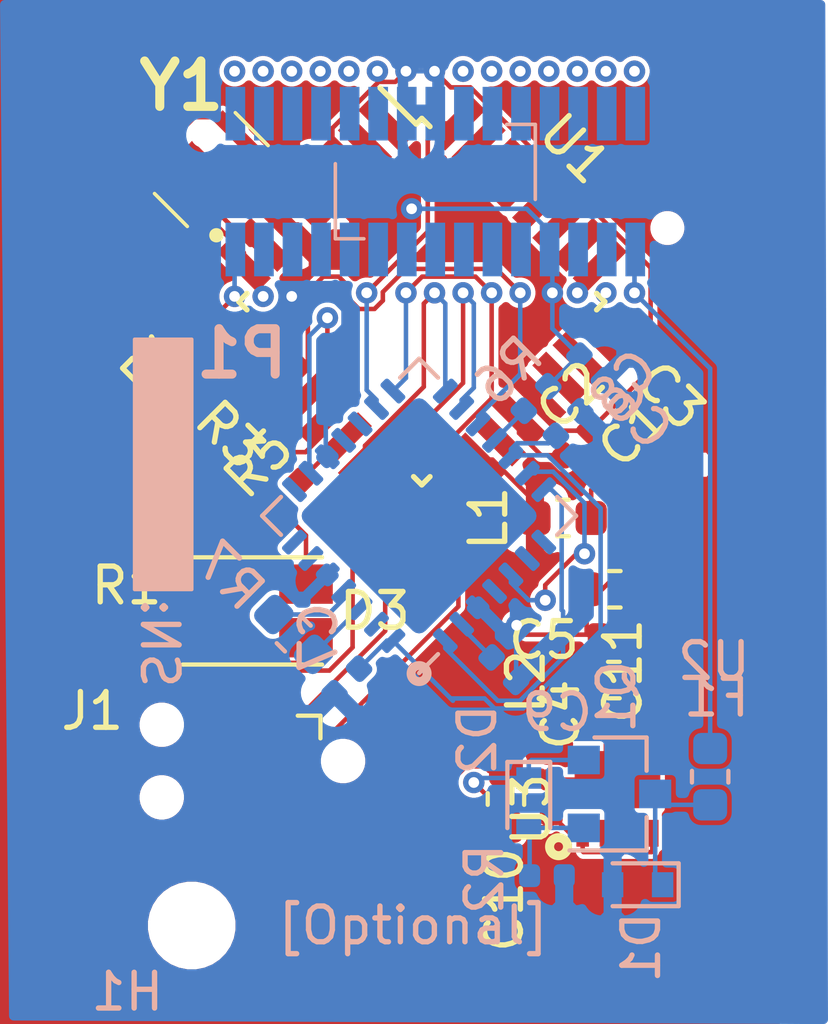
<source format=kicad_pcb>
(kicad_pcb (version 20171130) (host pcbnew "(5.1.5)-3")

  (general
    (thickness 1)
    (drawings 3)
    (tracks 344)
    (zones 0)
    (modules 32)
    (nets 82)
  )

  (page A4)
  (layers
    (0 F.Cu signal hide)
    (31 B.Cu signal)
    (32 B.Adhes user hide)
    (33 F.Adhes user hide)
    (34 B.Paste user)
    (35 F.Paste user hide)
    (36 B.SilkS user)
    (37 F.SilkS user hide)
    (38 B.Mask user)
    (39 F.Mask user hide)
    (40 Dwgs.User user hide)
    (41 Cmts.User user hide)
    (42 Eco1.User user hide)
    (43 Eco2.User user hide)
    (44 Edge.Cuts user)
    (45 Margin user hide)
    (46 B.CrtYd user)
    (47 F.CrtYd user hide)
    (48 B.Fab user)
    (49 F.Fab user hide)
  )

  (setup
    (last_trace_width 0.127)
    (user_trace_width 0.254)
    (user_trace_width 0.508)
    (trace_clearance 0.0889)
    (zone_clearance 0.127)
    (zone_45_only no)
    (trace_min 0.127)
    (via_size 0.6)
    (via_drill 0.3)
    (via_min_size 0.6)
    (via_min_drill 0.3)
    (uvia_size 0.2)
    (uvia_drill 0.1)
    (uvias_allowed no)
    (uvia_min_size 0.2)
    (uvia_min_drill 0.1)
    (edge_width 0.05)
    (segment_width 0.2)
    (pcb_text_width 0.3)
    (pcb_text_size 1.5 1.5)
    (mod_edge_width 0.12)
    (mod_text_size 1 1)
    (mod_text_width 0.15)
    (pad_size 2.2 2.2)
    (pad_drill 2.2)
    (pad_to_mask_clearance 0.051)
    (solder_mask_min_width 0.25)
    (aux_axis_origin 0 0)
    (visible_elements 7FFDFFDF)
    (pcbplotparams
      (layerselection 0x010fc_ffffffff)
      (usegerberextensions false)
      (usegerberattributes false)
      (usegerberadvancedattributes false)
      (creategerberjobfile false)
      (excludeedgelayer true)
      (linewidth 0.100000)
      (plotframeref false)
      (viasonmask false)
      (mode 1)
      (useauxorigin false)
      (hpglpennumber 1)
      (hpglpenspeed 20)
      (hpglpendiameter 15.000000)
      (psnegative false)
      (psa4output false)
      (plotreference true)
      (plotvalue true)
      (plotinvisibletext false)
      (padsonsilk false)
      (subtractmaskfromsilk false)
      (outputformat 1)
      (mirror false)
      (drillshape 1)
      (scaleselection 1)
      (outputdirectory ""))
  )

  (net 0 "")
  (net 1 "Net-(U1-Pad7)")
  (net 2 GND)
  (net 3 /Reset)
  (net 4 /MOSI)
  (net 5 /SCK)
  (net 6 +5V)
  (net 7 /MISO)
  (net 8 "Net-(U2-Pad2)")
  (net 9 "Net-(U2-Pad6)")
  (net 10 "Net-(U2-Pad7)")
  (net 11 "Net-(U2-Pad8)")
  (net 12 "Net-(U2-Pad11)")
  (net 13 "Net-(U2-Pad12)")
  (net 14 "Net-(U2-Pad20)")
  (net 15 "Net-(U2-Pad21)")
  (net 16 "Net-(U2-Pad22)")
  (net 17 "Net-(U2-Pad23)")
  (net 18 "Net-(U2-Pad25)")
  (net 19 /CAN_CS)
  (net 20 /CAN_INT)
  (net 21 +12V)
  (net 22 /CLK_MCP)
  (net 23 /GREEN_LED)
  (net 24 /RED_LED)
  (net 25 /BLUE_LED)
  (net 26 /U-Pin8)
  (net 27 /U-Pin12)
  (net 28 /U-Pin14)
  (net 29 /U-Pin20)
  (net 30 /U-Pin22)
  (net 31 "Net-(D1-Pad1)")
  (net 32 "Net-(D2-Pad2)")
  (net 33 /U-Pin2)
  (net 34 /U-Pin4)
  (net 35 /U-Pin6)
  (net 36 /U-Pin7)
  (net 37 /U-Pin23)
  (net 38 /U-Pin1)
  (net 39 /U-Pin3)
  (net 40 +12V_Safe)
  (net 41 "Net-(C3-Pad2)")
  (net 42 "Net-(C7-Pad1)")
  (net 43 "Net-(C9-Pad2)")
  (net 44 "Net-(L2-Pad1)")
  (net 45 "Net-(R6-Pad1)")
  (net 46 "Net-(U3-Pad2)")
  (net 47 "Net-(U3-Pad6)")
  (net 48 "Net-(U1-Pad19)")
  (net 49 "Net-(U1-Pad22)")
  (net 50 "Net-(U1-Pad24)")
  (net 51 "Net-(C2-Pad1)")
  (net 52 "Net-(D3-Pad2)")
  (net 53 "Net-(D3-Pad3)")
  (net 54 "Net-(D3-Pad4)")
  (net 55 "Net-(U1-Pad29)")
  (net 56 "Net-(U1-Pad8)")
  (net 57 "Net-(P1-Pad2)")
  (net 58 "Net-(P1-Pad3)")
  (net 59 "Net-(P1-Pad4)")
  (net 60 "Net-(P1-Pad5)")
  (net 61 "Net-(P1-Pad6)")
  (net 62 "Net-(P1-Pad8)")
  (net 63 "Net-(P1-Pad9)")
  (net 64 "Net-(P1-Pad10)")
  (net 65 "Net-(P1-Pad11)")
  (net 66 "Net-(P1-Pad12)")
  (net 67 "Net-(P1-Pad13)")
  (net 68 "Net-(P1-Pad14)")
  (net 69 "Net-(P1-Pad15)")
  (net 70 "Net-(P1-Pad17)")
  (net 71 "Net-(P1-Pad19)")
  (net 72 "Net-(P1-Pad20)")
  (net 73 "Net-(P1-Pad21)")
  (net 74 "Net-(P1-Pad22)")
  (net 75 "Net-(P1-Pad23)")
  (net 76 "Net-(P1-Pad24)")
  (net 77 "Net-(P1-Pad25)")
  (net 78 "Net-(P1-Pad26)")
  (net 79 "Net-(P1-Pad27)")
  (net 80 "Net-(P1-Pad28)")
  (net 81 "Net-(P1-Pad30)")

  (net_class Default "This is the default net class."
    (clearance 0.0889)
    (trace_width 0.127)
    (via_dia 0.6)
    (via_drill 0.3)
    (uvia_dia 0.2)
    (uvia_drill 0.1)
    (diff_pair_width 0.127)
    (diff_pair_gap 0.0889)
    (add_net +12V)
    (add_net +12V_Safe)
    (add_net +5V)
    (add_net /BLUE_LED)
    (add_net /CAN_CS)
    (add_net /CAN_INT)
    (add_net /CLK_MCP)
    (add_net /GREEN_LED)
    (add_net /MISO)
    (add_net /MOSI)
    (add_net /RED_LED)
    (add_net /Reset)
    (add_net /SCK)
    (add_net /U-Pin1)
    (add_net /U-Pin12)
    (add_net /U-Pin14)
    (add_net /U-Pin2)
    (add_net /U-Pin20)
    (add_net /U-Pin22)
    (add_net /U-Pin23)
    (add_net /U-Pin3)
    (add_net /U-Pin4)
    (add_net /U-Pin6)
    (add_net /U-Pin7)
    (add_net /U-Pin8)
    (add_net GND)
    (add_net "Net-(C2-Pad1)")
    (add_net "Net-(C3-Pad2)")
    (add_net "Net-(C7-Pad1)")
    (add_net "Net-(C9-Pad2)")
    (add_net "Net-(D1-Pad1)")
    (add_net "Net-(D2-Pad2)")
    (add_net "Net-(D3-Pad2)")
    (add_net "Net-(D3-Pad3)")
    (add_net "Net-(D3-Pad4)")
    (add_net "Net-(L2-Pad1)")
    (add_net "Net-(P1-Pad10)")
    (add_net "Net-(P1-Pad11)")
    (add_net "Net-(P1-Pad12)")
    (add_net "Net-(P1-Pad13)")
    (add_net "Net-(P1-Pad14)")
    (add_net "Net-(P1-Pad15)")
    (add_net "Net-(P1-Pad17)")
    (add_net "Net-(P1-Pad19)")
    (add_net "Net-(P1-Pad2)")
    (add_net "Net-(P1-Pad20)")
    (add_net "Net-(P1-Pad21)")
    (add_net "Net-(P1-Pad22)")
    (add_net "Net-(P1-Pad23)")
    (add_net "Net-(P1-Pad24)")
    (add_net "Net-(P1-Pad25)")
    (add_net "Net-(P1-Pad26)")
    (add_net "Net-(P1-Pad27)")
    (add_net "Net-(P1-Pad28)")
    (add_net "Net-(P1-Pad3)")
    (add_net "Net-(P1-Pad30)")
    (add_net "Net-(P1-Pad4)")
    (add_net "Net-(P1-Pad5)")
    (add_net "Net-(P1-Pad6)")
    (add_net "Net-(P1-Pad8)")
    (add_net "Net-(P1-Pad9)")
    (add_net "Net-(R6-Pad1)")
    (add_net "Net-(U1-Pad19)")
    (add_net "Net-(U1-Pad22)")
    (add_net "Net-(U1-Pad24)")
    (add_net "Net-(U1-Pad29)")
    (add_net "Net-(U1-Pad7)")
    (add_net "Net-(U1-Pad8)")
    (add_net "Net-(U2-Pad11)")
    (add_net "Net-(U2-Pad12)")
    (add_net "Net-(U2-Pad2)")
    (add_net "Net-(U2-Pad20)")
    (add_net "Net-(U2-Pad21)")
    (add_net "Net-(U2-Pad22)")
    (add_net "Net-(U2-Pad23)")
    (add_net "Net-(U2-Pad25)")
    (add_net "Net-(U2-Pad6)")
    (add_net "Net-(U2-Pad7)")
    (add_net "Net-(U2-Pad8)")
    (add_net "Net-(U3-Pad2)")
    (add_net "Net-(U3-Pad6)")
  )

  (module Resistor_SMD:R_0402_1005Metric (layer F.Cu) (tedit 5B301BBD) (tstamp 5E12AD36)
    (at 65.585 81.5)
    (descr "Resistor SMD 0402 (1005 Metric), square (rectangular) end terminal, IPC_7351 nominal, (Body size source: http://www.tortai-tech.com/upload/download/2011102023233369053.pdf), generated with kicad-footprint-generator")
    (tags resistor)
    (path /5D3CAE32)
    (attr smd)
    (fp_text reference R1 (at 0.19 -1.11) (layer F.SilkS)
      (effects (font (size 1 1) (thickness 0.15)))
    )
    (fp_text value "10K Ohm" (at 0 1.17) (layer F.Fab)
      (effects (font (size 1 1) (thickness 0.15)))
    )
    (fp_line (start -0.5 0.25) (end -0.5 -0.25) (layer F.Fab) (width 0.1))
    (fp_line (start -0.5 -0.25) (end 0.5 -0.25) (layer F.Fab) (width 0.1))
    (fp_line (start 0.5 -0.25) (end 0.5 0.25) (layer F.Fab) (width 0.1))
    (fp_line (start 0.5 0.25) (end -0.5 0.25) (layer F.Fab) (width 0.1))
    (fp_line (start -0.93 0.47) (end -0.93 -0.47) (layer F.CrtYd) (width 0.05))
    (fp_line (start -0.93 -0.47) (end 0.93 -0.47) (layer F.CrtYd) (width 0.05))
    (fp_line (start 0.93 -0.47) (end 0.93 0.47) (layer F.CrtYd) (width 0.05))
    (fp_line (start 0.93 0.47) (end -0.93 0.47) (layer F.CrtYd) (width 0.05))
    (fp_text user %R (at 0 0) (layer F.Fab)
      (effects (font (size 0.25 0.25) (thickness 0.04)))
    )
    (pad 1 smd roundrect (at -0.485 0) (size 0.59 0.64) (layers F.Cu F.Paste F.Mask) (roundrect_rratio 0.25)
      (net 6 +5V))
    (pad 2 smd roundrect (at 0.485 0) (size 0.59 0.64) (layers F.Cu F.Paste F.Mask) (roundrect_rratio 0.25)
      (net 3 /Reset))
    (model ${KISYS3DMOD}/Resistor_SMD.3dshapes/R_0402_1005Metric.wrl
      (at (xyz 0 0 0))
      (scale (xyz 1 1 1))
      (rotate (xyz 0 0 0))
    )
  )

  (module Resistor_SMD:R_0402_1005Metric (layer F.Cu) (tedit 5B301BBD) (tstamp 5DD5C465)
    (at 70.3 77.8 45)
    (descr "Resistor SMD 0402 (1005 Metric), square (rectangular) end terminal, IPC_7351 nominal, (Body size source: http://www.tortai-tech.com/upload/download/2011102023233369053.pdf), generated with kicad-footprint-generator")
    (tags resistor)
    (path /5DD9CFD2)
    (attr smd)
    (fp_text reference R5 (at 0 -1.17 45) (layer F.SilkS)
      (effects (font (size 1 1) (thickness 0.15)))
    )
    (fp_text value "190 Ohm" (at 0 1.17 45) (layer F.Fab)
      (effects (font (size 1 1) (thickness 0.15)))
    )
    (fp_line (start -0.5 0.25) (end -0.5 -0.25) (layer F.Fab) (width 0.1))
    (fp_line (start -0.5 -0.25) (end 0.5 -0.25) (layer F.Fab) (width 0.1))
    (fp_line (start 0.5 -0.25) (end 0.5 0.25) (layer F.Fab) (width 0.1))
    (fp_line (start 0.5 0.25) (end -0.5 0.25) (layer F.Fab) (width 0.1))
    (fp_line (start -0.93 0.47) (end -0.93 -0.47) (layer F.CrtYd) (width 0.05))
    (fp_line (start -0.93 -0.47) (end 0.93 -0.47) (layer F.CrtYd) (width 0.05))
    (fp_line (start 0.93 -0.47) (end 0.93 0.47) (layer F.CrtYd) (width 0.05))
    (fp_line (start 0.93 0.47) (end -0.93 0.47) (layer F.CrtYd) (width 0.05))
    (fp_text user %R (at 0 0 45) (layer F.Fab)
      (effects (font (size 0.25 0.25) (thickness 0.04)))
    )
    (pad 1 smd roundrect (at -0.485 0 45) (size 0.59 0.64) (layers F.Cu F.Paste F.Mask) (roundrect_rratio 0.25)
      (net 52 "Net-(D3-Pad2)"))
    (pad 2 smd roundrect (at 0.485 0 45) (size 0.59 0.64) (layers F.Cu F.Paste F.Mask) (roundrect_rratio 0.25)
      (net 25 /BLUE_LED))
    (model ${KISYS3DMOD}/Resistor_SMD.3dshapes/R_0402_1005Metric.wrl
      (at (xyz 0 0 0))
      (scale (xyz 1 1 1))
      (rotate (xyz 0 0 0))
    )
  )

  (module Package_DFN_QFN:QFN-28-1EP_6x6mm_P0.65mm_EP4.8x4.8mm (layer B.Cu) (tedit 5D462002) (tstamp 5E127807)
    (at 73.968 78.44 45)
    (descr "QFN, 28 Pin (https://www.semtech.com/uploads/documents/sx1272.pdf#page=125), generated with kicad-footprint-generator ipc_dfn_qfn_generator.py")
    (tags "QFN DFN_QFN")
    (path /5D3DCB03)
    (attr smd)
    (fp_text reference U2 (at 2.963485 8.710848 180) (layer B.SilkS)
      (effects (font (size 1 1) (thickness 0.15)) (justify mirror))
    )
    (fp_text value MCP25625-x-SS (at -20.456599 -3.302189 225) (layer B.Fab)
      (effects (font (size 1 1) (thickness 0.15)) (justify mirror))
    )
    (fp_line (start 2.36 3.11) (end 3.11 3.11) (layer B.SilkS) (width 0.12))
    (fp_line (start 3.11 3.11) (end 3.11 2.36) (layer B.SilkS) (width 0.12))
    (fp_line (start -2.36 -3.11) (end -3.11 -3.11) (layer B.SilkS) (width 0.12))
    (fp_line (start -3.11 -3.11) (end -3.11 -2.36) (layer B.SilkS) (width 0.12))
    (fp_line (start 2.36 -3.11) (end 3.11 -3.11) (layer B.SilkS) (width 0.12))
    (fp_line (start 3.11 -3.11) (end 3.11 -2.36) (layer B.SilkS) (width 0.12))
    (fp_line (start -2.36 3.11) (end -3.11 3.11) (layer B.SilkS) (width 0.12))
    (fp_line (start -2 3) (end 3 3) (layer B.Fab) (width 0.1))
    (fp_line (start 3 3) (end 3 -3) (layer B.Fab) (width 0.1))
    (fp_line (start 3 -3) (end -3 -3) (layer B.Fab) (width 0.1))
    (fp_line (start -3 -3) (end -3 2) (layer B.Fab) (width 0.1))
    (fp_line (start -3 2) (end -2 3) (layer B.Fab) (width 0.1))
    (fp_line (start -3.62 3.62) (end -3.62 -3.62) (layer B.CrtYd) (width 0.05))
    (fp_line (start -3.62 -3.62) (end 3.62 -3.62) (layer B.CrtYd) (width 0.05))
    (fp_line (start 3.62 -3.62) (end 3.62 3.62) (layer B.CrtYd) (width 0.05))
    (fp_line (start 3.62 3.62) (end -3.62 3.62) (layer B.CrtYd) (width 0.05))
    (fp_text user %R (at 0 0 225) (layer B.Fab)
      (effects (font (size 1 1) (thickness 0.15)) (justify mirror))
    )
    (fp_circle (center -3.12 3.12) (end -3.02 3.12) (layer B.SilkS) (width 0.25))
    (pad 29 smd roundrect (at 0 0 45) (size 4.8 4.8) (layers B.Cu B.Mask) (roundrect_rratio 0.052083))
    (pad "" smd roundrect (at -1.6 1.6 45) (size 1.29 1.29) (layers B.Paste) (roundrect_rratio 0.193798))
    (pad "" smd roundrect (at -1.6 0 45) (size 1.29 1.29) (layers B.Paste) (roundrect_rratio 0.193798))
    (pad "" smd roundrect (at -1.6 -1.6 45) (size 1.29 1.29) (layers B.Paste) (roundrect_rratio 0.193798))
    (pad "" smd roundrect (at 0 1.6 45) (size 1.29 1.29) (layers B.Paste) (roundrect_rratio 0.193798))
    (pad "" smd roundrect (at 0 0 45) (size 1.29 1.29) (layers B.Paste) (roundrect_rratio 0.193798))
    (pad "" smd roundrect (at 0 -1.6 45) (size 1.29 1.29) (layers B.Paste) (roundrect_rratio 0.193798))
    (pad "" smd roundrect (at 1.6 1.6 45) (size 1.29 1.29) (layers B.Paste) (roundrect_rratio 0.193798))
    (pad "" smd roundrect (at 1.6 0 45) (size 1.29 1.29) (layers B.Paste) (roundrect_rratio 0.193798))
    (pad "" smd roundrect (at 1.6 -1.6 45) (size 1.29 1.29) (layers B.Paste) (roundrect_rratio 0.193798))
    (pad 1 smd roundrect (at -2.9875 1.95 45) (size 0.775 0.3) (layers B.Cu B.Paste B.Mask) (roundrect_rratio 0.25)
      (net 42 "Net-(C7-Pad1)"))
    (pad 2 smd roundrect (at -2.9875 1.3 45) (size 0.775 0.3) (layers B.Cu B.Paste B.Mask) (roundrect_rratio 0.25)
      (net 8 "Net-(U2-Pad2)"))
    (pad 3 smd roundrect (at -2.9875 0.65 45) (size 0.775 0.3) (layers B.Cu B.Paste B.Mask) (roundrect_rratio 0.25)
      (net 38 /U-Pin1))
    (pad 4 smd roundrect (at -2.9875 0 45) (size 0.775 0.3) (layers B.Cu B.Paste B.Mask) (roundrect_rratio 0.25)
      (net 39 /U-Pin3))
    (pad 5 smd roundrect (at -2.9875 -0.65 45) (size 0.775 0.3) (layers B.Cu B.Paste B.Mask) (roundrect_rratio 0.25)
      (net 2 GND))
    (pad 6 smd roundrect (at -2.9875 -1.3 45) (size 0.775 0.3) (layers B.Cu B.Paste B.Mask) (roundrect_rratio 0.25)
      (net 9 "Net-(U2-Pad6)"))
    (pad 7 smd roundrect (at -2.9875 -1.95 45) (size 0.775 0.3) (layers B.Cu B.Paste B.Mask) (roundrect_rratio 0.25)
      (net 10 "Net-(U2-Pad7)"))
    (pad 8 smd roundrect (at -1.95 -2.9875 45) (size 0.3 0.775) (layers B.Cu B.Paste B.Mask) (roundrect_rratio 0.25)
      (net 11 "Net-(U2-Pad8)"))
    (pad 9 smd roundrect (at -1.3 -2.9875 45) (size 0.3 0.775) (layers B.Cu B.Paste B.Mask) (roundrect_rratio 0.25)
      (net 22 /CLK_MCP))
    (pad 10 smd roundrect (at -0.65 -2.9875 45) (size 0.3 0.775) (layers B.Cu B.Paste B.Mask) (roundrect_rratio 0.25)
      (net 2 GND))
    (pad 11 smd roundrect (at 0 -2.9875 45) (size 0.3 0.775) (layers B.Cu B.Paste B.Mask) (roundrect_rratio 0.25)
      (net 12 "Net-(U2-Pad11)"))
    (pad 12 smd roundrect (at 0.65 -2.9875 45) (size 0.3 0.775) (layers B.Cu B.Paste B.Mask) (roundrect_rratio 0.25)
      (net 13 "Net-(U2-Pad12)"))
    (pad 13 smd roundrect (at 1.3 -2.9875 45) (size 0.3 0.775) (layers B.Cu B.Paste B.Mask) (roundrect_rratio 0.25)
      (net 20 /CAN_INT))
    (pad 14 smd roundrect (at 1.95 -2.9875 45) (size 0.3 0.775) (layers B.Cu B.Paste B.Mask) (roundrect_rratio 0.25)
      (net 5 /SCK))
    (pad 15 smd roundrect (at 2.9875 -1.95 45) (size 0.775 0.3) (layers B.Cu B.Paste B.Mask) (roundrect_rratio 0.25)
      (net 4 /MOSI))
    (pad 16 smd roundrect (at 2.9875 -1.3 45) (size 0.775 0.3) (layers B.Cu B.Paste B.Mask) (roundrect_rratio 0.25)
      (net 7 /MISO))
    (pad 17 smd roundrect (at 2.9875 -0.65 45) (size 0.775 0.3) (layers B.Cu B.Paste B.Mask) (roundrect_rratio 0.25)
      (net 19 /CAN_CS))
    (pad 18 smd roundrect (at 2.9875 0 45) (size 0.775 0.3) (layers B.Cu B.Paste B.Mask) (roundrect_rratio 0.25)
      (net 45 "Net-(R6-Pad1)"))
    (pad 19 smd roundrect (at 2.9875 0.65 45) (size 0.775 0.3) (layers B.Cu B.Paste B.Mask) (roundrect_rratio 0.25)
      (net 42 "Net-(C7-Pad1)"))
    (pad 20 smd roundrect (at 2.9875 1.3 45) (size 0.775 0.3) (layers B.Cu B.Paste B.Mask) (roundrect_rratio 0.25)
      (net 14 "Net-(U2-Pad20)"))
    (pad 21 smd roundrect (at 2.9875 1.95 45) (size 0.775 0.3) (layers B.Cu B.Paste B.Mask) (roundrect_rratio 0.25)
      (net 15 "Net-(U2-Pad21)"))
    (pad 22 smd roundrect (at 1.95 2.9875 45) (size 0.3 0.775) (layers B.Cu B.Paste B.Mask) (roundrect_rratio 0.25)
      (net 16 "Net-(U2-Pad22)"))
    (pad 23 smd roundrect (at 1.3 2.9875 45) (size 0.3 0.775) (layers B.Cu B.Paste B.Mask) (roundrect_rratio 0.25)
      (net 17 "Net-(U2-Pad23)"))
    (pad 24 smd roundrect (at 0.65 2.9875 45) (size 0.3 0.775) (layers B.Cu B.Paste B.Mask) (roundrect_rratio 0.25)
      (net 14 "Net-(U2-Pad20)"))
    (pad 25 smd roundrect (at 0 2.9875 45) (size 0.3 0.775) (layers B.Cu B.Paste B.Mask) (roundrect_rratio 0.25)
      (net 18 "Net-(U2-Pad25)"))
    (pad 26 smd roundrect (at -0.65 2.9875 45) (size 0.3 0.775) (layers B.Cu B.Paste B.Mask) (roundrect_rratio 0.25)
      (net 2 GND))
    (pad 27 smd roundrect (at -1.3 2.9875 45) (size 0.3 0.775) (layers B.Cu B.Paste B.Mask) (roundrect_rratio 0.25)
      (net 43 "Net-(C9-Pad2)"))
    (pad 28 smd roundrect (at -1.95 2.9875 45) (size 0.3 0.775) (layers B.Cu B.Paste B.Mask) (roundrect_rratio 0.25)
      (net 15 "Net-(U2-Pad21)"))
    (model ${KISYS3DMOD}/Package_DFN_QFN.3dshapes/QFN-28-1EP_6x6mm_P0.65mm_EP4.8x4.8mm.wrl
      (at (xyz 0 0 0))
      (scale (xyz 1 1 1))
      (rotate (xyz 0 0 0))
    )
    (model ${KIPRJMOD}/3D-Components/MCP25625T-E_ML.stp
      (at (xyz 0 0 0))
      (scale (xyz 1 1 1))
      (rotate (xyz 0 0 0))
    )
  )

  (module Package_QFP:TQFP-32_7x7mm_P0.8mm (layer F.Cu) (tedit 5A02F146) (tstamp 5E166A3D)
    (at 74.043324 72.446268 315)
    (descr "32-Lead Plastic Thin Quad Flatpack (PT) - 7x7x1.0 mm Body, 2.00 mm [TQFP] (see Microchip Packaging Specification 00000049BS.pdf)")
    (tags "QFP 0.8")
    (path /5DD5D06D)
    (attr smd)
    (fp_text reference U1 (at 0 -6.05 135) (layer F.SilkS)
      (effects (font (size 1 1) (thickness 0.15)))
    )
    (fp_text value ATmega328P-AU (at 0 6.05 135) (layer F.Fab)
      (effects (font (size 1 1) (thickness 0.15)))
    )
    (fp_text user %R (at 0 0 135) (layer F.Fab)
      (effects (font (size 1 1) (thickness 0.15)))
    )
    (fp_line (start -2.5 -3.5) (end 3.5 -3.5) (layer F.Fab) (width 0.15))
    (fp_line (start 3.5 -3.5) (end 3.5 3.5) (layer F.Fab) (width 0.15))
    (fp_line (start 3.5 3.5) (end -3.5 3.5) (layer F.Fab) (width 0.15))
    (fp_line (start -3.5 3.5) (end -3.5 -2.5) (layer F.Fab) (width 0.15))
    (fp_line (start -3.5 -2.5) (end -2.5 -3.5) (layer F.Fab) (width 0.15))
    (fp_line (start -5.3 -5.3) (end -5.3 5.3) (layer F.CrtYd) (width 0.05))
    (fp_line (start 5.3 -5.3) (end 5.3 5.3) (layer F.CrtYd) (width 0.05))
    (fp_line (start -5.3 -5.3) (end 5.3 -5.3) (layer F.CrtYd) (width 0.05))
    (fp_line (start -5.3 5.3) (end 5.3 5.3) (layer F.CrtYd) (width 0.05))
    (fp_line (start -3.625 -3.625) (end -3.625 -3.4) (layer F.SilkS) (width 0.15))
    (fp_line (start 3.625 -3.625) (end 3.625 -3.3) (layer F.SilkS) (width 0.15))
    (fp_line (start 3.625 3.625) (end 3.625 3.3) (layer F.SilkS) (width 0.15))
    (fp_line (start -3.625 3.625) (end -3.625 3.3) (layer F.SilkS) (width 0.15))
    (fp_line (start -3.625 -3.625) (end -3.3 -3.625) (layer F.SilkS) (width 0.15))
    (fp_line (start -3.625 3.625) (end -3.3 3.625) (layer F.SilkS) (width 0.15))
    (fp_line (start 3.625 3.625) (end 3.3 3.625) (layer F.SilkS) (width 0.15))
    (fp_line (start 3.625 -3.625) (end 3.3 -3.625) (layer F.SilkS) (width 0.15))
    (fp_line (start -3.625 -3.4) (end -5.05 -3.4) (layer F.SilkS) (width 0.15))
    (pad 1 smd rect (at -4.25 -2.8 315) (size 1.6 0.55) (layers F.Cu F.Paste F.Mask)
      (net 29 /U-Pin20))
    (pad 2 smd rect (at -4.25 -2 315) (size 1.6 0.55) (layers F.Cu F.Paste F.Mask)
      (net 30 /U-Pin22))
    (pad 3 smd rect (at -4.25 -1.2 315) (size 1.6 0.55) (layers F.Cu F.Paste F.Mask)
      (net 2 GND))
    (pad 4 smd rect (at -4.25 -0.4 315) (size 1.6 0.55) (layers F.Cu F.Paste F.Mask)
      (net 6 +5V))
    (pad 5 smd rect (at -4.25 0.4 315) (size 1.6 0.55) (layers F.Cu F.Paste F.Mask)
      (net 2 GND))
    (pad 6 smd rect (at -4.25 1.2 315) (size 1.6 0.55) (layers F.Cu F.Paste F.Mask)
      (net 6 +5V))
    (pad 7 smd rect (at -4.25 2 315) (size 1.6 0.55) (layers F.Cu F.Paste F.Mask)
      (net 1 "Net-(U1-Pad7)"))
    (pad 8 smd rect (at -4.25 2.8 315) (size 1.6 0.55) (layers F.Cu F.Paste F.Mask)
      (net 56 "Net-(U1-Pad8)"))
    (pad 9 smd rect (at -2.8 4.25 45) (size 1.6 0.55) (layers F.Cu F.Paste F.Mask)
      (net 23 /GREEN_LED))
    (pad 10 smd rect (at -2 4.25 45) (size 1.6 0.55) (layers F.Cu F.Paste F.Mask)
      (net 37 /U-Pin23))
    (pad 11 smd rect (at -1.2 4.25 45) (size 1.6 0.55) (layers F.Cu F.Paste F.Mask)
      (net 19 /CAN_CS))
    (pad 12 smd rect (at -0.4 4.25 45) (size 1.6 0.55) (layers F.Cu F.Paste F.Mask)
      (net 22 /CLK_MCP))
    (pad 13 smd rect (at 0.4 4.25 45) (size 1.6 0.55) (layers F.Cu F.Paste F.Mask)
      (net 24 /RED_LED))
    (pad 14 smd rect (at 1.2 4.25 45) (size 1.6 0.55) (layers F.Cu F.Paste F.Mask)
      (net 25 /BLUE_LED))
    (pad 15 smd rect (at 2 4.25 45) (size 1.6 0.55) (layers F.Cu F.Paste F.Mask)
      (net 4 /MOSI))
    (pad 16 smd rect (at 2.8 4.25 45) (size 1.6 0.55) (layers F.Cu F.Paste F.Mask)
      (net 7 /MISO))
    (pad 17 smd rect (at 4.25 2.8 315) (size 1.6 0.55) (layers F.Cu F.Paste F.Mask)
      (net 5 /SCK))
    (pad 18 smd rect (at 4.25 2 315) (size 1.6 0.55) (layers F.Cu F.Paste F.Mask)
      (net 6 +5V))
    (pad 19 smd rect (at 4.25 1.2 315) (size 1.6 0.55) (layers F.Cu F.Paste F.Mask)
      (net 48 "Net-(U1-Pad19)"))
    (pad 20 smd rect (at 4.25 0.4 315) (size 1.6 0.55) (layers F.Cu F.Paste F.Mask)
      (net 51 "Net-(C2-Pad1)"))
    (pad 21 smd rect (at 4.25 -0.4 315) (size 1.6 0.55) (layers F.Cu F.Paste F.Mask)
      (net 2 GND))
    (pad 22 smd rect (at 4.25 -1.2 315) (size 1.6 0.55) (layers F.Cu F.Paste F.Mask)
      (net 49 "Net-(U1-Pad22)"))
    (pad 23 smd rect (at 4.25 -2 315) (size 1.6 0.55) (layers F.Cu F.Paste F.Mask)
      (net 36 /U-Pin7))
    (pad 24 smd rect (at 4.25 -2.8 315) (size 1.6 0.55) (layers F.Cu F.Paste F.Mask)
      (net 50 "Net-(U1-Pad24)"))
    (pad 25 smd rect (at 2.8 -4.25 45) (size 1.6 0.55) (layers F.Cu F.Paste F.Mask)
      (net 33 /U-Pin2))
    (pad 26 smd rect (at 2 -4.25 45) (size 1.6 0.55) (layers F.Cu F.Paste F.Mask)
      (net 34 /U-Pin4))
    (pad 27 smd rect (at 1.2 -4.25 45) (size 1.6 0.55) (layers F.Cu F.Paste F.Mask)
      (net 35 /U-Pin6))
    (pad 28 smd rect (at 0.4 -4.25 45) (size 1.6 0.55) (layers F.Cu F.Paste F.Mask)
      (net 26 /U-Pin8))
    (pad 29 smd rect (at -0.4 -4.25 45) (size 1.6 0.55) (layers F.Cu F.Paste F.Mask)
      (net 55 "Net-(U1-Pad29)"))
    (pad 30 smd rect (at -1.2 -4.25 45) (size 1.6 0.55) (layers F.Cu F.Paste F.Mask)
      (net 27 /U-Pin12))
    (pad 31 smd rect (at -2 -4.25 45) (size 1.6 0.55) (layers F.Cu F.Paste F.Mask)
      (net 28 /U-Pin14))
    (pad 32 smd rect (at -2.8 -4.25 45) (size 1.6 0.55) (layers F.Cu F.Paste F.Mask)
      (net 20 /CAN_INT))
    (model ${KISYS3DMOD}/Package_QFP.3dshapes/TQFP-32_7x7mm_P0.8mm.wrl
      (at (xyz 0 0 0))
      (scale (xyz 1 1 1))
      (rotate (xyz 0 0 0))
    )
  )

  (module SMLP36RGB2W3R:ILWX10SBVFBE (layer B.Cu) (tedit 5D461030) (tstamp 5E15F664)
    (at 74.422 69.088 180)
    (descr IL-WX-10SB-VF-BE)
    (tags Connector)
    (path /5D40B272)
    (fp_text reference P1 (at 5.422 -4.812) (layer B.SilkS)
      (effects (font (size 1.27 1.27) (thickness 0.254)) (justify mirror))
    )
    (fp_text value Conn_02x15_Odd_Even (at 0 4.85648) (layer B.SilkS) hide
      (effects (font (size 1.27 1.27) (thickness 0.254)) (justify mirror))
    )
    (fp_line (start 2.8 -1.6) (end 2 -1.6) (layer B.SilkS) (width 0.1))
    (fp_line (start 2.8 0.5) (end 2.8 -1.6) (layer B.SilkS) (width 0.1))
    (fp_line (start -2.8 1.6) (end -2.8 -0.5) (layer B.SilkS) (width 0.1))
    (fp_line (start -2 1.6) (end -2.8 1.6) (layer B.SilkS) (width 0.1))
    (fp_line (start -6.9 -3.65) (end -6.9 3.65) (layer B.CrtYd) (width 0.1))
    (fp_line (start 6.9 -3.65) (end -6.9 -3.65) (layer B.CrtYd) (width 0.1))
    (fp_line (start 6.9 3.65) (end 6.9 -3.65) (layer B.CrtYd) (width 0.1))
    (fp_line (start -6.9 3.65) (end 6.9 3.65) (layer B.CrtYd) (width 0.1))
    (fp_line (start -6 -1.6) (end -6 1.6) (layer B.Fab) (width 0.2))
    (fp_line (start 6 -1.6) (end -6 -1.6) (layer B.Fab) (width 0.2))
    (fp_line (start 6 1.6) (end 6 -1.6) (layer B.Fab) (width 0.2))
    (fp_line (start -6 1.6) (end 6 1.6) (layer B.Fab) (width 0.2))
    (fp_text user %R (at 0 0) (layer B.Fab)
      (effects (font (size 1.27 1.27) (thickness 0.254)) (justify mirror))
    )
    (pad "" np_thru_hole circle (at 6.5 1.3 180) (size 0.7 0.7) (drill 0.7) (layers *.Cu *.Mask))
    (pad "" np_thru_hole circle (at -6.5 -1.3 180) (size 0.7 0.7) (drill 0.7) (layers *.Cu *.Mask))
    (pad 1 smd rect (at -5.6 -1.9 180) (size 0.55 1.5) (layers B.Cu B.Paste B.Mask)
      (net 21 +12V))
    (pad 2 smd rect (at -5.6 1.9 180) (size 0.55 1.5) (layers B.Cu B.Paste B.Mask)
      (net 57 "Net-(P1-Pad2)"))
    (pad 3 smd rect (at -4.8 -1.9 180) (size 0.55 1.5) (layers B.Cu B.Paste B.Mask)
      (net 58 "Net-(P1-Pad3)"))
    (pad 4 smd rect (at -4.8 1.9 180) (size 0.55 1.5) (layers B.Cu B.Paste B.Mask)
      (net 59 "Net-(P1-Pad4)"))
    (pad 5 smd rect (at -4 -1.9 180) (size 0.55 1.5) (layers B.Cu B.Paste B.Mask)
      (net 60 "Net-(P1-Pad5)"))
    (pad 6 smd rect (at -4 1.9 180) (size 0.55 1.5) (layers B.Cu B.Paste B.Mask)
      (net 61 "Net-(P1-Pad6)"))
    (pad 7 smd rect (at -3.2 -1.9 180) (size 0.55 1.5) (layers B.Cu B.Paste B.Mask)
      (net 6 +5V))
    (pad 8 smd rect (at -3.2 1.9 180) (size 0.55 1.5) (layers B.Cu B.Paste B.Mask)
      (net 62 "Net-(P1-Pad8)"))
    (pad 9 smd rect (at -2.4 -1.9 180) (size 0.55 1.5) (layers B.Cu B.Paste B.Mask)
      (net 63 "Net-(P1-Pad9)"))
    (pad 10 smd rect (at -2.4 1.9 180) (size 0.55 1.5) (layers B.Cu B.Paste B.Mask)
      (net 64 "Net-(P1-Pad10)"))
    (pad 11 smd rect (at -1.6 -1.9 180) (size 0.55 1.5) (layers B.Cu B.Paste B.Mask)
      (net 65 "Net-(P1-Pad11)"))
    (pad 12 smd rect (at -1.6 1.9 180) (size 0.55 1.5) (layers B.Cu B.Paste B.Mask)
      (net 66 "Net-(P1-Pad12)"))
    (pad 13 smd rect (at -0.8 -1.9 180) (size 0.55 1.5) (layers B.Cu B.Paste B.Mask)
      (net 67 "Net-(P1-Pad13)"))
    (pad 14 smd rect (at -0.8 1.9 180) (size 0.55 1.5) (layers B.Cu B.Paste B.Mask)
      (net 68 "Net-(P1-Pad14)"))
    (pad 15 smd rect (at 0 -1.9 180) (size 0.55 1.5) (layers B.Cu B.Paste B.Mask)
      (net 69 "Net-(P1-Pad15)"))
    (pad 16 smd rect (at 0 1.9 180) (size 0.55 1.5) (layers B.Cu B.Paste B.Mask)
      (net 2 GND))
    (pad 17 smd rect (at 0.8 -1.9 180) (size 0.55 1.5) (layers B.Cu B.Paste B.Mask)
      (net 70 "Net-(P1-Pad17)"))
    (pad 18 smd rect (at 0.8 1.9 180) (size 0.55 1.5) (layers B.Cu B.Paste B.Mask)
      (net 2 GND))
    (pad 19 smd rect (at 1.6 -1.9 180) (size 0.55 1.5) (layers B.Cu B.Paste B.Mask)
      (net 71 "Net-(P1-Pad19)"))
    (pad 20 smd rect (at 1.6 1.9 180) (size 0.55 1.5) (layers B.Cu B.Paste B.Mask)
      (net 72 "Net-(P1-Pad20)"))
    (pad 21 smd rect (at 2.4 -1.9 180) (size 0.55 1.5) (layers B.Cu B.Paste B.Mask)
      (net 73 "Net-(P1-Pad21)"))
    (pad 22 smd rect (at 2.4 1.9 180) (size 0.55 1.5) (layers B.Cu B.Paste B.Mask)
      (net 74 "Net-(P1-Pad22)"))
    (pad 23 smd rect (at 3.2 -1.9 180) (size 0.55 1.5) (layers B.Cu B.Paste B.Mask)
      (net 75 "Net-(P1-Pad23)"))
    (pad 24 smd rect (at 3.2 1.9 180) (size 0.55 1.5) (layers B.Cu B.Paste B.Mask)
      (net 76 "Net-(P1-Pad24)"))
    (pad 25 smd rect (at 4 -1.9 180) (size 0.55 1.5) (layers B.Cu B.Paste B.Mask)
      (net 77 "Net-(P1-Pad25)"))
    (pad 26 smd rect (at 4 1.9 180) (size 0.55 1.5) (layers B.Cu B.Paste B.Mask)
      (net 78 "Net-(P1-Pad26)"))
    (pad 27 smd rect (at 4.8 -1.9 180) (size 0.55 1.5) (layers B.Cu B.Paste B.Mask)
      (net 79 "Net-(P1-Pad27)"))
    (pad 28 smd rect (at 4.8 1.9 180) (size 0.55 1.5) (layers B.Cu B.Paste B.Mask)
      (net 80 "Net-(P1-Pad28)"))
    (pad 29 smd rect (at 5.6 -1.9 180) (size 0.55 1.5) (layers B.Cu B.Paste B.Mask)
      (net 3 /Reset))
    (pad 30 smd rect (at 5.6 1.9 180) (size 0.55 1.5) (layers B.Cu B.Paste B.Mask)
      (net 81 "Net-(P1-Pad30)"))
    (model "${KIPRJMOD}/3D-Components/JAE IL-WX Series 30-pin.STEP"
      (offset (xyz -0.17 0 0))
      (scale (xyz 1 1 1))
      (rotate (xyz -90 0 0))
    )
  )

  (module CSTNE16M0V530000R0:CSTNE16M0V530000R0 (layer F.Cu) (tedit 5D3A0AA6) (tstamp 5E15B18B)
    (at 68.449049 69.051992 45)
    (descr CSTNE16M0V530000R0)
    (tags "Undefined or Miscellaneous")
    (path /5D3C125F)
    (attr smd)
    (fp_text reference Y1 (at 1.062741 -2.6736) (layer F.SilkS)
      (effects (font (size 1.27 1.27) (thickness 0.254)))
    )
    (fp_text value 16.0Mhz (at -2.723161 -6.681652 45) (layer F.SilkS) hide
      (effects (font (size 1.27 1.27) (thickness 0.254)))
    )
    (fp_arc (start -1.2 0.975) (end -1.1 0.975) (angle 180) (layer F.SilkS) (width 0.2))
    (fp_arc (start -1.2 0.975) (end -1.3 0.975) (angle 180) (layer F.SilkS) (width 0.2))
    (fp_line (start -1.1 0.975) (end -1.1 0.975) (layer F.SilkS) (width 0.2))
    (fp_line (start -1.3 0.975) (end -1.3 0.975) (layer F.SilkS) (width 0.2))
    (fp_line (start 1.6 0.225) (end 1.6 -1.075) (layer F.SilkS) (width 0.1))
    (fp_line (start -1.6 0.225) (end -1.6 -1.075) (layer F.SilkS) (width 0.1))
    (fp_line (start -2.6 2.075) (end -2.6 -2.375) (layer Dwgs.User) (width 0.1))
    (fp_line (start 2.6 2.075) (end -2.6 2.075) (layer Dwgs.User) (width 0.1))
    (fp_line (start 2.6 -2.375) (end 2.6 2.075) (layer Dwgs.User) (width 0.1))
    (fp_line (start -2.6 -2.375) (end 2.6 -2.375) (layer Dwgs.User) (width 0.1))
    (fp_line (start -1.6 0.225) (end -1.6 -1.075) (layer Dwgs.User) (width 0.2))
    (fp_line (start 1.6 0.225) (end -1.6 0.225) (layer Dwgs.User) (width 0.2))
    (fp_line (start 1.6 -1.075) (end 1.6 0.225) (layer Dwgs.User) (width 0.2))
    (fp_line (start -1.6 -1.075) (end 1.6 -1.075) (layer Dwgs.User) (width 0.2))
    (pad 3 smd rect (at 1.2 -0.425 45) (size 0.4 1.9) (layers F.Cu F.Paste F.Mask)
      (net 1 "Net-(U1-Pad7)"))
    (pad 2 smd rect (at 0 -0.425 45) (size 0.4 1.9) (layers F.Cu F.Paste F.Mask)
      (net 2 GND))
    (pad 1 smd rect (at -1.2 -0.425 45) (size 0.4 1.9) (layers F.Cu F.Paste F.Mask)
      (net 56 "Net-(U1-Pad8)"))
    (model ${KIPRJMOD}/3D-Components/CSTCE_V-1.STEP
      (offset (xyz -1 0.4 0))
      (scale (xyz 1 1 1))
      (rotate (xyz 0 0 0))
    )
  )

  (module Capacitor_SMD:C_0402_1005Metric (layer F.Cu) (tedit 5B301BBE) (tstamp 5DD5CE42)
    (at 80.857053 77.342947 225)
    (descr "Capacitor SMD 0402 (1005 Metric), square (rectangular) end terminal, IPC_7351 nominal, (Body size source: http://www.tortai-tech.com/upload/download/2011102023233369053.pdf), generated with kicad-footprint-generator")
    (tags capacitor)
    (path /5D3B17F8)
    (attr smd)
    (fp_text reference C1 (at -0.21373 1.496111 45) (layer F.SilkS)
      (effects (font (size 1 1) (thickness 0.15)))
    )
    (fp_text value 0.1uF (at -1.135104 2.744366 45) (layer F.Fab)
      (effects (font (size 1 1) (thickness 0.15)))
    )
    (fp_line (start -0.5 0.25) (end -0.5 -0.25) (layer F.Fab) (width 0.1))
    (fp_line (start -0.5 -0.25) (end 0.5 -0.25) (layer F.Fab) (width 0.1))
    (fp_line (start 0.5 -0.25) (end 0.5 0.25) (layer F.Fab) (width 0.1))
    (fp_line (start 0.5 0.25) (end -0.5 0.25) (layer F.Fab) (width 0.1))
    (fp_line (start -0.93 0.47) (end -0.93 -0.47) (layer F.CrtYd) (width 0.05))
    (fp_line (start -0.93 -0.47) (end 0.93 -0.47) (layer F.CrtYd) (width 0.05))
    (fp_line (start 0.93 -0.47) (end 0.93 0.47) (layer F.CrtYd) (width 0.05))
    (fp_line (start 0.93 0.47) (end -0.93 0.47) (layer F.CrtYd) (width 0.05))
    (fp_text user %R (at 0.083344 0.909594 45) (layer F.Fab)
      (effects (font (size 0.25 0.25) (thickness 0.04)))
    )
    (pad 1 smd roundrect (at -0.485 0 225) (size 0.59 0.64) (layers F.Cu F.Paste F.Mask) (roundrect_rratio 0.25)
      (net 6 +5V))
    (pad 2 smd roundrect (at 0.485 0 225) (size 0.59 0.64) (layers F.Cu F.Paste F.Mask) (roundrect_rratio 0.25)
      (net 2 GND))
    (model ${KISYS3DMOD}/Capacitor_SMD.3dshapes/C_0402_1005Metric.wrl
      (at (xyz 0 0 0))
      (scale (xyz 1 1 1))
      (rotate (xyz 0 0 0))
    )
  )

  (module Connector:Tag-Connect_TC2030-IDC-NL_2x03_P1.27mm_Vertical (layer F.Cu) (tedit 5A29CEA9) (tstamp 5E15957B)
    (at 69.3 85.3 180)
    (descr "Tag-Connect programming header; http://www.tag-connect.com/Materials/TC2030-IDC-NL.pdf")
    (tags "tag connect programming header pogo pins")
    (path /5D389624)
    (attr virtual)
    (fp_text reference J1 (at 4.485 1.4) (layer F.SilkS)
      (effects (font (size 1 1) (thickness 0.15)))
    )
    (fp_text value TC2030-MCP-NL (at 10.182338 1.767767) (layer F.Fab)
      (effects (font (size 1 1) (thickness 0.15)))
    )
    (fp_line (start -1.905 1.27) (end -1.905 0.635) (layer F.SilkS) (width 0.12))
    (fp_line (start -1.27 1.27) (end -1.905 1.27) (layer F.SilkS) (width 0.12))
    (fp_line (start -3.5 2) (end -3.5 -2) (layer F.CrtYd) (width 0.05))
    (fp_line (start 3.5 2) (end -3.5 2) (layer F.CrtYd) (width 0.05))
    (fp_line (start 3.5 -2) (end 3.5 2) (layer F.CrtYd) (width 0.05))
    (fp_line (start -3.5 -2) (end 3.5 -2) (layer F.CrtYd) (width 0.05))
    (fp_text user %R (at 0 0) (layer F.Fab)
      (effects (font (size 1 1) (thickness 0.15)))
    )
    (fp_line (start -1.27 0.635) (end -1.27 -0.635) (layer Dwgs.User) (width 0.1))
    (fp_line (start 1.27 0.635) (end -1.27 0.635) (layer Dwgs.User) (width 0.1))
    (fp_line (start 1.27 -0.635) (end 1.27 0.635) (layer Dwgs.User) (width 0.1))
    (fp_line (start -1.27 -0.635) (end 1.27 -0.635) (layer Dwgs.User) (width 0.1))
    (fp_line (start -1.27 0.635) (end 0 -0.635) (layer Dwgs.User) (width 0.1))
    (fp_line (start -1.27 0) (end -0.635 -0.635) (layer Dwgs.User) (width 0.1))
    (fp_line (start -0.635 0.635) (end 0.635 -0.635) (layer Dwgs.User) (width 0.1))
    (fp_line (start 0 0.635) (end 1.27 -0.635) (layer Dwgs.User) (width 0.1))
    (fp_line (start 0.635 0.635) (end 1.27 0) (layer Dwgs.User) (width 0.1))
    (fp_text user KEEPOUT (at 0 0 270) (layer Cmts.User)
      (effects (font (size 0.4 0.4) (thickness 0.07)))
    )
    (pad "" np_thru_hole circle (at 2.54 -1.016 180) (size 0.9906 0.9906) (drill 0.9906) (layers *.Cu *.Mask))
    (pad "" np_thru_hole circle (at 2.54 1.016 180) (size 0.9906 0.9906) (drill 0.9906) (layers *.Cu *.Mask))
    (pad "" np_thru_hole circle (at -2.54 0 180) (size 0.9906 0.9906) (drill 0.9906) (layers *.Cu *.Mask))
    (pad 1 connect circle (at -1.27 0.635 180) (size 0.7874 0.7874) (layers F.Cu F.Mask)
      (net 7 /MISO))
    (pad 2 connect circle (at -1.27 -0.635 180) (size 0.7874 0.7874) (layers F.Cu F.Mask)
      (net 6 +5V))
    (pad 3 connect circle (at 0 0.635 180) (size 0.7874 0.7874) (layers F.Cu F.Mask)
      (net 5 /SCK))
    (pad 4 connect circle (at 0 -0.635 180) (size 0.7874 0.7874) (layers F.Cu F.Mask)
      (net 4 /MOSI))
    (pad 5 connect circle (at 1.27 0.635 180) (size 0.7874 0.7874) (layers F.Cu F.Mask)
      (net 3 /Reset))
    (pad 6 connect circle (at 1.27 -0.635 180) (size 0.7874 0.7874) (layers F.Cu F.Mask)
      (net 2 GND))
  )

  (module Diode_SMD:D_SOD-523 (layer B.Cu) (tedit 586419F0) (tstamp 5E0F638D)
    (at 80.088 88.76 180)
    (descr "http://www.diodes.com/datasheets/ap02001.pdf p.144")
    (tags "Diode SOD523")
    (path /5D452681)
    (attr smd)
    (fp_text reference D1 (at -0.1016 -1.7526 90) (layer B.SilkS)
      (effects (font (size 1 1) (thickness 0.15)) (justify mirror))
    )
    (fp_text value 15V (at 0 -1.4) (layer B.Fab)
      (effects (font (size 1 1) (thickness 0.15)) (justify mirror))
    )
    (fp_line (start 0.7 -0.6) (end -1.15 -0.6) (layer B.SilkS) (width 0.12))
    (fp_line (start 0.7 0.6) (end -1.15 0.6) (layer B.SilkS) (width 0.12))
    (fp_line (start 0.65 -0.45) (end -0.65 -0.45) (layer B.Fab) (width 0.1))
    (fp_line (start -0.65 -0.45) (end -0.65 0.45) (layer B.Fab) (width 0.1))
    (fp_line (start -0.65 0.45) (end 0.65 0.45) (layer B.Fab) (width 0.1))
    (fp_line (start 0.65 0.45) (end 0.65 -0.45) (layer B.Fab) (width 0.1))
    (fp_line (start -0.2 -0.2) (end -0.2 0.2) (layer B.Fab) (width 0.1))
    (fp_line (start -0.2 0) (end -0.35 0) (layer B.Fab) (width 0.1))
    (fp_line (start -0.2 0) (end 0.1 -0.2) (layer B.Fab) (width 0.1))
    (fp_line (start 0.1 -0.2) (end 0.1 0.2) (layer B.Fab) (width 0.1))
    (fp_line (start 0.1 0.2) (end -0.2 0) (layer B.Fab) (width 0.1))
    (fp_line (start 0.1 0) (end 0.25 0) (layer B.Fab) (width 0.1))
    (fp_line (start 1.25 -0.7) (end -1.25 -0.7) (layer B.CrtYd) (width 0.05))
    (fp_line (start -1.25 -0.7) (end -1.25 0.7) (layer B.CrtYd) (width 0.05))
    (fp_line (start -1.25 0.7) (end 1.25 0.7) (layer B.CrtYd) (width 0.05))
    (fp_line (start 1.25 0.7) (end 1.25 -0.7) (layer B.CrtYd) (width 0.05))
    (fp_line (start -1.15 0.6) (end -1.15 -0.6) (layer B.SilkS) (width 0.12))
    (fp_text user %R (at 0 1.3) (layer B.Fab)
      (effects (font (size 1 1) (thickness 0.15)) (justify mirror))
    )
    (pad 1 smd rect (at -0.7 0) (size 0.6 0.7) (layers B.Cu B.Paste B.Mask)
      (net 31 "Net-(D1-Pad1)"))
    (pad 2 smd rect (at 0.7 0) (size 0.6 0.7) (layers B.Cu B.Paste B.Mask)
      (net 2 GND))
    (model ${KISYS3DMOD}/Diode_SMD.3dshapes/D_SOD-523.wrl
      (at (xyz 0 0 0))
      (scale (xyz 1 1 1))
      (rotate (xyz 0 0 0))
    )
  )

  (module Inductor_SMD:L_0603_1608Metric (layer F.Cu) (tedit 5B301BBE) (tstamp 5E167EA4)
    (at 78 78.5)
    (descr "Inductor SMD 0603 (1608 Metric), square (rectangular) end terminal, IPC_7351 nominal, (Body size source: http://www.tortai-tech.com/upload/download/2011102023233369053.pdf), generated with kicad-footprint-generator")
    (tags inductor)
    (path /5D438986)
    (attr smd)
    (fp_text reference L1 (at -2.09 0.01 -90) (layer F.SilkS)
      (effects (font (size 1 1) (thickness 0.15)))
    )
    (fp_text value 10uH (at 5.55 -1.85) (layer F.Fab)
      (effects (font (size 1 1) (thickness 0.15)))
    )
    (fp_text user %R (at 0 0) (layer F.Fab)
      (effects (font (size 0.4 0.4) (thickness 0.06)))
    )
    (fp_line (start 1.48 0.73) (end -1.48 0.73) (layer F.CrtYd) (width 0.05))
    (fp_line (start 1.48 -0.73) (end 1.48 0.73) (layer F.CrtYd) (width 0.05))
    (fp_line (start -1.48 -0.73) (end 1.48 -0.73) (layer F.CrtYd) (width 0.05))
    (fp_line (start -1.48 0.73) (end -1.48 -0.73) (layer F.CrtYd) (width 0.05))
    (fp_line (start -0.162779 0.51) (end 0.162779 0.51) (layer F.SilkS) (width 0.12))
    (fp_line (start -0.162779 -0.51) (end 0.162779 -0.51) (layer F.SilkS) (width 0.12))
    (fp_line (start 0.8 0.4) (end -0.8 0.4) (layer F.Fab) (width 0.1))
    (fp_line (start 0.8 -0.4) (end 0.8 0.4) (layer F.Fab) (width 0.1))
    (fp_line (start -0.8 -0.4) (end 0.8 -0.4) (layer F.Fab) (width 0.1))
    (fp_line (start -0.8 0.4) (end -0.8 -0.4) (layer F.Fab) (width 0.1))
    (pad 2 smd roundrect (at 0.7875 0) (size 0.875 0.95) (layers F.Cu F.Paste F.Mask) (roundrect_rratio 0.25)
      (net 41 "Net-(C3-Pad2)"))
    (pad 1 smd roundrect (at -0.7875 0) (size 0.875 0.95) (layers F.Cu F.Paste F.Mask) (roundrect_rratio 0.25)
      (net 6 +5V))
    (model ${KISYS3DMOD}/Inductor_SMD.3dshapes/L_0603_1608Metric.wrl
      (at (xyz 0 0 0))
      (scale (xyz 1 1 1))
      (rotate (xyz 0 0 0))
    )
  )

  (module Capacitor_SMD:C_0402_1005Metric (layer F.Cu) (tedit 5B301BBE) (tstamp 5DD5CCB9)
    (at 80.042947 76.457053 225)
    (descr "Capacitor SMD 0402 (1005 Metric), square (rectangular) end terminal, IPC_7351 nominal, (Body size source: http://www.tortai-tech.com/upload/download/2011102023233369053.pdf), generated with kicad-footprint-generator")
    (tags capacitor)
    (path /5D42F0C6)
    (attr smd)
    (fp_text reference C3 (at -1.66 0.29 315) (layer F.SilkS)
      (effects (font (size 1 1) (thickness 0.15)))
    )
    (fp_text value 0.1uF (at -5.12 1.65 45) (layer F.Fab)
      (effects (font (size 1 1) (thickness 0.15)))
    )
    (fp_text user %R (at -0.1 -0.05 45) (layer F.Fab)
      (effects (font (size 0.25 0.25) (thickness 0.04)))
    )
    (fp_line (start 0.93 0.47) (end -0.93 0.47) (layer F.CrtYd) (width 0.05))
    (fp_line (start 0.93 -0.47) (end 0.93 0.47) (layer F.CrtYd) (width 0.05))
    (fp_line (start -0.93 -0.47) (end 0.93 -0.47) (layer F.CrtYd) (width 0.05))
    (fp_line (start -0.93 0.47) (end -0.93 -0.47) (layer F.CrtYd) (width 0.05))
    (fp_line (start 0.5 0.25) (end -0.5 0.25) (layer F.Fab) (width 0.1))
    (fp_line (start 0.5 -0.25) (end 0.5 0.25) (layer F.Fab) (width 0.1))
    (fp_line (start -0.5 -0.25) (end 0.5 -0.25) (layer F.Fab) (width 0.1))
    (fp_line (start -0.5 0.25) (end -0.5 -0.25) (layer F.Fab) (width 0.1))
    (pad 2 smd roundrect (at 0.485 0 225) (size 0.59 0.64) (layers F.Cu F.Paste F.Mask) (roundrect_rratio 0.25)
      (net 41 "Net-(C3-Pad2)"))
    (pad 1 smd roundrect (at -0.485 0 225) (size 0.59 0.64) (layers F.Cu F.Paste F.Mask) (roundrect_rratio 0.25)
      (net 2 GND))
    (model ${KISYS3DMOD}/Capacitor_SMD.3dshapes/C_0402_1005Metric.wrl
      (at (xyz 0 0 0))
      (scale (xyz 1 1 1))
      (rotate (xyz 0 0 0))
    )
  )

  (module Resistor_SMD:R_0402_1005Metric (layer B.Cu) (tedit 5B301BBD) (tstamp 5E168313)
    (at 77.548 88.506)
    (descr "Resistor SMD 0402 (1005 Metric), square (rectangular) end terminal, IPC_7351 nominal, (Body size source: http://www.tortai-tech.com/upload/download/2011102023233369053.pdf), generated with kicad-footprint-generator")
    (tags resistor)
    (path /5D4B82FB)
    (attr smd)
    (fp_text reference R2 (at -1.748 0.094 270) (layer B.SilkS)
      (effects (font (size 1 1) (thickness 0.15)) (justify mirror))
    )
    (fp_text value "100K Ohm" (at 0 -1.17) (layer B.Fab)
      (effects (font (size 1 1) (thickness 0.15)) (justify mirror))
    )
    (fp_text user %R (at 0 0) (layer B.Fab)
      (effects (font (size 0.25 0.25) (thickness 0.04)) (justify mirror))
    )
    (fp_line (start 0.93 -0.47) (end -0.93 -0.47) (layer B.CrtYd) (width 0.05))
    (fp_line (start 0.93 0.47) (end 0.93 -0.47) (layer B.CrtYd) (width 0.05))
    (fp_line (start -0.93 0.47) (end 0.93 0.47) (layer B.CrtYd) (width 0.05))
    (fp_line (start -0.93 -0.47) (end -0.93 0.47) (layer B.CrtYd) (width 0.05))
    (fp_line (start 0.5 -0.25) (end -0.5 -0.25) (layer B.Fab) (width 0.1))
    (fp_line (start 0.5 0.25) (end 0.5 -0.25) (layer B.Fab) (width 0.1))
    (fp_line (start -0.5 0.25) (end 0.5 0.25) (layer B.Fab) (width 0.1))
    (fp_line (start -0.5 -0.25) (end -0.5 0.25) (layer B.Fab) (width 0.1))
    (pad 2 smd roundrect (at 0.485 0) (size 0.59 0.64) (layers B.Cu B.Paste B.Mask) (roundrect_rratio 0.25)
      (net 2 GND))
    (pad 1 smd roundrect (at -0.485 0) (size 0.59 0.64) (layers B.Cu B.Paste B.Mask) (roundrect_rratio 0.25)
      (net 32 "Net-(D2-Pad2)"))
    (model ${KISYS3DMOD}/Resistor_SMD.3dshapes/R_0402_1005Metric.wrl
      (at (xyz 0 0 0))
      (scale (xyz 1 1 1))
      (rotate (xyz 0 0 0))
    )
  )

  (module Package_TO_SOT_SMD:SOT-23 (layer B.Cu) (tedit 5A02FF57) (tstamp 5E16531B)
    (at 79.58 86.22)
    (descr "SOT-23, Standard")
    (tags SOT-23)
    (path /5D49C78B)
    (attr smd)
    (fp_text reference Q1 (at -0.08 -2.72 270) (layer B.SilkS)
      (effects (font (size 1 1) (thickness 0.15)) (justify mirror))
    )
    (fp_text value Q_PMOS_DGS (at 0 -2.5) (layer B.Fab)
      (effects (font (size 1 1) (thickness 0.15)) (justify mirror))
    )
    (fp_line (start 0.76 -1.58) (end -0.7 -1.58) (layer B.SilkS) (width 0.12))
    (fp_line (start 0.76 1.58) (end -1.4 1.58) (layer B.SilkS) (width 0.12))
    (fp_line (start -1.7 -1.75) (end -1.7 1.75) (layer B.CrtYd) (width 0.05))
    (fp_line (start 1.7 -1.75) (end -1.7 -1.75) (layer B.CrtYd) (width 0.05))
    (fp_line (start 1.7 1.75) (end 1.7 -1.75) (layer B.CrtYd) (width 0.05))
    (fp_line (start -1.7 1.75) (end 1.7 1.75) (layer B.CrtYd) (width 0.05))
    (fp_line (start 0.76 1.58) (end 0.76 0.65) (layer B.SilkS) (width 0.12))
    (fp_line (start 0.76 -1.58) (end 0.76 -0.65) (layer B.SilkS) (width 0.12))
    (fp_line (start -0.7 -1.52) (end 0.7 -1.52) (layer B.Fab) (width 0.1))
    (fp_line (start 0.7 1.52) (end 0.7 -1.52) (layer B.Fab) (width 0.1))
    (fp_line (start -0.7 0.95) (end -0.15 1.52) (layer B.Fab) (width 0.1))
    (fp_line (start -0.15 1.52) (end 0.7 1.52) (layer B.Fab) (width 0.1))
    (fp_line (start -0.7 0.95) (end -0.7 -1.5) (layer B.Fab) (width 0.1))
    (fp_text user %R (at 0 0 270) (layer B.Fab)
      (effects (font (size 0.5 0.5) (thickness 0.075)) (justify mirror))
    )
    (pad 3 smd rect (at 1 0) (size 0.9 0.8) (layers B.Cu B.Paste B.Mask)
      (net 31 "Net-(D1-Pad1)"))
    (pad 2 smd rect (at -1 -0.95) (size 0.9 0.8) (layers B.Cu B.Paste B.Mask)
      (net 40 +12V_Safe))
    (pad 1 smd rect (at -1 0.95) (size 0.9 0.8) (layers B.Cu B.Paste B.Mask)
      (net 32 "Net-(D2-Pad2)"))
    (model ${KISYS3DMOD}/Package_TO_SOT_SMD.3dshapes/SOT-23.wrl
      (at (xyz 0 0 0))
      (scale (xyz 1 1 1))
      (rotate (xyz 0 0 0))
    )
  )

  (module Fuse:Fuse_0603_1608Metric (layer B.Cu) (tedit 5B301BBE) (tstamp 5E15A830)
    (at 82.12 85.7375 90)
    (descr "Fuse SMD 0603 (1608 Metric), square (rectangular) end terminal, IPC_7351 nominal, (Body size source: http://www.tortai-tech.com/upload/download/2011102023233369053.pdf), generated with kicad-footprint-generator")
    (tags resistor)
    (path /5D45109C)
    (attr smd)
    (fp_text reference F1 (at 2.2098 0.1778 180) (layer B.SilkS)
      (effects (font (size 1 1) (thickness 0.15)) (justify mirror))
    )
    (fp_text value 250mA (at -2.921 1.3462 90) (layer B.Fab)
      (effects (font (size 1 1) (thickness 0.15)) (justify mirror))
    )
    (fp_text user %R (at 0 0 90) (layer B.Fab)
      (effects (font (size 0.4 0.4) (thickness 0.06)) (justify mirror))
    )
    (fp_line (start 1.48 -0.73) (end -1.48 -0.73) (layer B.CrtYd) (width 0.05))
    (fp_line (start 1.48 0.73) (end 1.48 -0.73) (layer B.CrtYd) (width 0.05))
    (fp_line (start -1.48 0.73) (end 1.48 0.73) (layer B.CrtYd) (width 0.05))
    (fp_line (start -1.48 -0.73) (end -1.48 0.73) (layer B.CrtYd) (width 0.05))
    (fp_line (start -0.162779 -0.51) (end 0.162779 -0.51) (layer B.SilkS) (width 0.12))
    (fp_line (start -0.162779 0.51) (end 0.162779 0.51) (layer B.SilkS) (width 0.12))
    (fp_line (start 0.8 -0.4) (end -0.8 -0.4) (layer B.Fab) (width 0.1))
    (fp_line (start 0.8 0.4) (end 0.8 -0.4) (layer B.Fab) (width 0.1))
    (fp_line (start -0.8 0.4) (end 0.8 0.4) (layer B.Fab) (width 0.1))
    (fp_line (start -0.8 -0.4) (end -0.8 0.4) (layer B.Fab) (width 0.1))
    (pad 2 smd roundrect (at 0.7875 0 90) (size 0.875 0.95) (layers B.Cu B.Paste B.Mask) (roundrect_rratio 0.25)
      (net 21 +12V))
    (pad 1 smd roundrect (at -0.7875 0 90) (size 0.875 0.95) (layers B.Cu B.Paste B.Mask) (roundrect_rratio 0.25)
      (net 31 "Net-(D1-Pad1)"))
    (model ${KISYS3DMOD}/Fuse.3dshapes/Fuse_0603_1608Metric.wrl
      (at (xyz 0 0 0))
      (scale (xyz 1 1 1))
      (rotate (xyz 0 0 0))
    )
    (model ${KIPRJMOD}/3D-Components/0ZCM0010FF2G.stp
      (at (xyz 0 0 0))
      (scale (xyz 1 1 1))
      (rotate (xyz 0 0 0))
    )
  )

  (module Diode_SMD:D_SOD-523 (layer B.Cu) (tedit 586419F0) (tstamp 5E16538A)
    (at 77.04 86.474 270)
    (descr "http://www.diodes.com/datasheets/ap02001.pdf p.144")
    (tags "Diode SOD523")
    (path /5D4B9259)
    (attr smd)
    (fp_text reference D2 (at -1.774 1.44 90) (layer B.SilkS)
      (effects (font (size 1 1) (thickness 0.15)) (justify mirror))
    )
    (fp_text value 2.4V (at 0 -1.4 90) (layer B.Fab)
      (effects (font (size 1 1) (thickness 0.15)) (justify mirror))
    )
    (fp_line (start 0.7 -0.6) (end -1.15 -0.6) (layer B.SilkS) (width 0.12))
    (fp_line (start 0.7 0.6) (end -1.15 0.6) (layer B.SilkS) (width 0.12))
    (fp_line (start 0.65 -0.45) (end -0.65 -0.45) (layer B.Fab) (width 0.1))
    (fp_line (start -0.65 -0.45) (end -0.65 0.45) (layer B.Fab) (width 0.1))
    (fp_line (start -0.65 0.45) (end 0.65 0.45) (layer B.Fab) (width 0.1))
    (fp_line (start 0.65 0.45) (end 0.65 -0.45) (layer B.Fab) (width 0.1))
    (fp_line (start -0.2 -0.2) (end -0.2 0.2) (layer B.Fab) (width 0.1))
    (fp_line (start -0.2 0) (end -0.35 0) (layer B.Fab) (width 0.1))
    (fp_line (start -0.2 0) (end 0.1 -0.2) (layer B.Fab) (width 0.1))
    (fp_line (start 0.1 -0.2) (end 0.1 0.2) (layer B.Fab) (width 0.1))
    (fp_line (start 0.1 0.2) (end -0.2 0) (layer B.Fab) (width 0.1))
    (fp_line (start 0.1 0) (end 0.25 0) (layer B.Fab) (width 0.1))
    (fp_line (start 1.25 -0.7) (end -1.25 -0.7) (layer B.CrtYd) (width 0.05))
    (fp_line (start -1.25 -0.7) (end -1.25 0.7) (layer B.CrtYd) (width 0.05))
    (fp_line (start -1.25 0.7) (end 1.25 0.7) (layer B.CrtYd) (width 0.05))
    (fp_line (start 1.25 0.7) (end 1.25 -0.7) (layer B.CrtYd) (width 0.05))
    (fp_line (start -1.15 0.6) (end -1.15 -0.6) (layer B.SilkS) (width 0.12))
    (fp_text user %R (at -4.3986 0.6754 90) (layer B.Fab)
      (effects (font (size 1 1) (thickness 0.15)) (justify mirror))
    )
    (pad 1 smd rect (at -0.7 0 90) (size 0.6 0.7) (layers B.Cu B.Paste B.Mask)
      (net 40 +12V_Safe))
    (pad 2 smd rect (at 0.7 0 90) (size 0.6 0.7) (layers B.Cu B.Paste B.Mask)
      (net 32 "Net-(D2-Pad2)"))
    (model ${KISYS3DMOD}/Diode_SMD.3dshapes/D_SOD-523.wrl
      (at (xyz 0 0 0))
      (scale (xyz 1 1 1))
      (rotate (xyz 0 0 0))
    )
  )

  (module Resistor_SMD:R_0603_1608Metric (layer B.Cu) (tedit 5B301BBD) (tstamp 5E0E17DB)
    (at 70.456847 81.756847 315)
    (descr "Resistor SMD 0603 (1608 Metric), square (rectangular) end terminal, IPC_7351 nominal, (Body size source: http://www.tortai-tech.com/upload/download/2011102023233369053.pdf), generated with kicad-footprint-generator")
    (tags resistor)
    (path /5D3B887F)
    (attr smd)
    (fp_text reference R7 (at -2.42 0.11 315) (layer B.SilkS)
      (effects (font (size 1 1) (thickness 0.15)) (justify mirror))
    )
    (fp_text value "120 Ohm" (at 7.8 0 315) (layer B.Fab)
      (effects (font (size 1 1) (thickness 0.15)) (justify mirror))
    )
    (fp_line (start -0.8 -0.4) (end -0.8 0.4) (layer B.Fab) (width 0.1))
    (fp_line (start -0.8 0.4) (end 0.8 0.4) (layer B.Fab) (width 0.1))
    (fp_line (start 0.8 0.4) (end 0.8 -0.4) (layer B.Fab) (width 0.1))
    (fp_line (start 0.8 -0.4) (end -0.8 -0.4) (layer B.Fab) (width 0.1))
    (fp_line (start -0.162779 0.51) (end 0.162779 0.51) (layer B.SilkS) (width 0.12))
    (fp_line (start -0.162779 -0.51) (end 0.162779 -0.51) (layer B.SilkS) (width 0.12))
    (fp_line (start -1.48 -0.73) (end -1.48 0.73) (layer B.CrtYd) (width 0.05))
    (fp_line (start -1.48 0.73) (end 1.48 0.73) (layer B.CrtYd) (width 0.05))
    (fp_line (start 1.48 0.73) (end 1.48 -0.73) (layer B.CrtYd) (width 0.05))
    (fp_line (start 1.48 -0.73) (end -1.48 -0.73) (layer B.CrtYd) (width 0.05))
    (fp_text user %R (at 0 0 135) (layer B.Fab)
      (effects (font (size 0.4 0.4) (thickness 0.06)) (justify mirror))
    )
    (pad 1 smd roundrect (at -0.7875 0 315) (size 0.875 0.95) (layers B.Cu B.Paste B.Mask) (roundrect_rratio 0.25)
      (net 39 /U-Pin3))
    (pad 2 smd roundrect (at 0.7875 0 315) (size 0.875 0.95) (layers B.Cu B.Paste B.Mask) (roundrect_rratio 0.25)
      (net 38 /U-Pin1))
    (model ${KISYS3DMOD}/Resistor_SMD.3dshapes/R_0603_1608Metric.wrl
      (at (xyz 0 0 0))
      (scale (xyz 1 1 1))
      (rotate (xyz 0 0 0))
    )
  )

  (module Capacitor_SMD:C_0402_1005Metric (layer B.Cu) (tedit 5B301BBE) (tstamp 5DD5CF17)
    (at 71.942947 83.057053 225)
    (descr "Capacitor SMD 0402 (1005 Metric), square (rectangular) end terminal, IPC_7351 nominal, (Body size source: http://www.tortai-tech.com/upload/download/2011102023233369053.pdf), generated with kicad-footprint-generator")
    (tags capacitor)
    (path /5D3BE3C3)
    (attr smd)
    (fp_text reference C7 (at -0.296985 1.414214 270) (layer B.SilkS)
      (effects (font (size 1 1) (thickness 0.15)) (justify mirror))
    )
    (fp_text value 0.1uF (at 4.782945 -3.090057 225) (layer B.Fab)
      (effects (font (size 1 1) (thickness 0.15)) (justify mirror))
    )
    (fp_line (start -0.5 -0.25) (end -0.5 0.25) (layer B.Fab) (width 0.1))
    (fp_line (start -0.5 0.25) (end 0.5 0.25) (layer B.Fab) (width 0.1))
    (fp_line (start 0.5 0.25) (end 0.5 -0.25) (layer B.Fab) (width 0.1))
    (fp_line (start 0.5 -0.25) (end -0.5 -0.25) (layer B.Fab) (width 0.1))
    (fp_line (start -0.93 -0.47) (end -0.93 0.47) (layer B.CrtYd) (width 0.05))
    (fp_line (start -0.93 0.47) (end 0.93 0.47) (layer B.CrtYd) (width 0.05))
    (fp_line (start 0.93 0.47) (end 0.93 -0.47) (layer B.CrtYd) (width 0.05))
    (fp_line (start 0.93 -0.47) (end -0.93 -0.47) (layer B.CrtYd) (width 0.05))
    (fp_text user %R (at -0.021553 0.046697 225) (layer B.Fab)
      (effects (font (size 0.25 0.25) (thickness 0.04)) (justify mirror))
    )
    (pad 1 smd roundrect (at -0.485 0 225) (size 0.59 0.64) (layers B.Cu B.Paste B.Mask) (roundrect_rratio 0.25)
      (net 42 "Net-(C7-Pad1)"))
    (pad 2 smd roundrect (at 0.485 0 225) (size 0.59 0.64) (layers B.Cu B.Paste B.Mask) (roundrect_rratio 0.25)
      (net 2 GND))
    (model ${KISYS3DMOD}/Capacitor_SMD.3dshapes/C_0402_1005Metric.wrl
      (at (xyz 0 0 0))
      (scale (xyz 1 1 1))
      (rotate (xyz 0 0 0))
    )
  )

  (module Capacitor_SMD:C_0402_1005Metric (layer B.Cu) (tedit 5B301BBE) (tstamp 5E164A86)
    (at 78.142947 75.857053 45)
    (descr "Capacitor SMD 0402 (1005 Metric), square (rectangular) end terminal, IPC_7351 nominal, (Body size source: http://www.tortai-tech.com/upload/download/2011102023233369053.pdf), generated with kicad-footprint-generator")
    (tags capacitor)
    (path /5D3BC1DC)
    (attr smd)
    (fp_text reference C8 (at 1.880904 0.311127 45) (layer B.SilkS)
      (effects (font (size 1 1) (thickness 0.15)) (justify mirror))
    )
    (fp_text value 0.1uF (at 0 -1.17 225) (layer B.Fab) hide
      (effects (font (size 1 1) (thickness 0.15)) (justify mirror))
    )
    (fp_line (start -0.5 -0.25) (end -0.5 0.25) (layer B.Fab) (width 0.1))
    (fp_line (start -0.5 0.25) (end 0.5 0.25) (layer B.Fab) (width 0.1))
    (fp_line (start 0.5 0.25) (end 0.5 -0.25) (layer B.Fab) (width 0.1))
    (fp_line (start 0.5 -0.25) (end -0.5 -0.25) (layer B.Fab) (width 0.1))
    (fp_line (start -0.93 -0.47) (end -0.93 0.47) (layer B.CrtYd) (width 0.05))
    (fp_line (start -0.93 0.47) (end 0.93 0.47) (layer B.CrtYd) (width 0.05))
    (fp_line (start 0.93 0.47) (end 0.93 -0.47) (layer B.CrtYd) (width 0.05))
    (fp_line (start 0.93 -0.47) (end -0.93 -0.47) (layer B.CrtYd) (width 0.05))
    (fp_text user %R (at 0 0 225) (layer B.Fab)
      (effects (font (size 0.25 0.25) (thickness 0.04)) (justify mirror))
    )
    (pad 1 smd roundrect (at -0.485 0 45) (size 0.59 0.64) (layers B.Cu B.Paste B.Mask) (roundrect_rratio 0.25)
      (net 42 "Net-(C7-Pad1)"))
    (pad 2 smd roundrect (at 0.485 0 45) (size 0.59 0.64) (layers B.Cu B.Paste B.Mask) (roundrect_rratio 0.25)
      (net 2 GND))
    (model ${KISYS3DMOD}/Capacitor_SMD.3dshapes/C_0402_1005Metric.wrl
      (at (xyz 0 0 0))
      (scale (xyz 1 1 1))
      (rotate (xyz 0 0 0))
    )
  )

  (module Capacitor_SMD:C_0402_1005Metric (layer B.Cu) (tedit 5B301BBE) (tstamp 5E0F9F59)
    (at 76.342947 82.742947 135)
    (descr "Capacitor SMD 0402 (1005 Metric), square (rectangular) end terminal, IPC_7351 nominal, (Body size source: http://www.tortai-tech.com/upload/download/2011102023233369053.pdf), generated with kicad-footprint-generator")
    (tags capacitor)
    (path /5D3BEACF)
    (attr smd)
    (fp_text reference C9 (at -1.895046 0.212132 180) (layer B.SilkS)
      (effects (font (size 1 1) (thickness 0.15)) (justify mirror))
    )
    (fp_text value 0.1uF (at -5.041671 -3.599174 315) (layer B.Fab)
      (effects (font (size 1 1) (thickness 0.15)) (justify mirror))
    )
    (fp_line (start -0.5 -0.25) (end -0.5 0.25) (layer B.Fab) (width 0.1))
    (fp_line (start -0.5 0.25) (end 0.5 0.25) (layer B.Fab) (width 0.1))
    (fp_line (start 0.5 0.25) (end 0.5 -0.25) (layer B.Fab) (width 0.1))
    (fp_line (start 0.5 -0.25) (end -0.5 -0.25) (layer B.Fab) (width 0.1))
    (fp_line (start -0.93 -0.47) (end -0.93 0.47) (layer B.CrtYd) (width 0.05))
    (fp_line (start -0.93 0.47) (end 0.93 0.47) (layer B.CrtYd) (width 0.05))
    (fp_line (start 0.93 0.47) (end 0.93 -0.47) (layer B.CrtYd) (width 0.05))
    (fp_line (start 0.93 -0.47) (end -0.93 -0.47) (layer B.CrtYd) (width 0.05))
    (fp_text user %R (at -0.003592 0.050289 315) (layer B.Fab)
      (effects (font (size 0.25 0.25) (thickness 0.04)) (justify mirror))
    )
    (pad 1 smd roundrect (at -0.485 0 135) (size 0.59 0.64) (layers B.Cu B.Paste B.Mask) (roundrect_rratio 0.25)
      (net 2 GND))
    (pad 2 smd roundrect (at 0.485 0 135) (size 0.59 0.64) (layers B.Cu B.Paste B.Mask) (roundrect_rratio 0.25)
      (net 43 "Net-(C9-Pad2)"))
    (model ${KISYS3DMOD}/Capacitor_SMD.3dshapes/C_0402_1005Metric.wrl
      (at (xyz 0 0 0))
      (scale (xyz 1 1 1))
      (rotate (xyz 0 0 0))
    )
  )

  (module Capacitor_SMD:C_0402_1005Metric (layer B.Cu) (tedit 5B301BBE) (tstamp 5DD5CE6C)
    (at 78.8 74.3 315)
    (descr "Capacitor SMD 0402 (1005 Metric), square (rectangular) end terminal, IPC_7351 nominal, (Body size source: http://www.tortai-tech.com/upload/download/2011102023233369053.pdf), generated with kicad-footprint-generator")
    (tags capacitor)
    (path /5D3D3465)
    (attr smd)
    (fp_text reference C6 (at 1.866762 0.028284 315) (layer B.SilkS)
      (effects (font (size 1 1) (thickness 0.15)) (justify mirror))
    )
    (fp_text value 0.1uF (at 0 -1.17 315) (layer B.Fab)
      (effects (font (size 1 1) (thickness 0.15)) (justify mirror))
    )
    (fp_line (start -0.5 -0.25) (end -0.5 0.25) (layer B.Fab) (width 0.1))
    (fp_line (start -0.5 0.25) (end 0.5 0.25) (layer B.Fab) (width 0.1))
    (fp_line (start 0.5 0.25) (end 0.5 -0.25) (layer B.Fab) (width 0.1))
    (fp_line (start 0.5 -0.25) (end -0.5 -0.25) (layer B.Fab) (width 0.1))
    (fp_line (start -0.93 -0.47) (end -0.93 0.47) (layer B.CrtYd) (width 0.05))
    (fp_line (start -0.93 0.47) (end 0.93 0.47) (layer B.CrtYd) (width 0.05))
    (fp_line (start 0.93 0.47) (end 0.93 -0.47) (layer B.CrtYd) (width 0.05))
    (fp_line (start 0.93 -0.47) (end -0.93 -0.47) (layer B.CrtYd) (width 0.05))
    (fp_text user %R (at 0 0 315) (layer B.Fab)
      (effects (font (size 0.25 0.25) (thickness 0.04)) (justify mirror))
    )
    (pad 1 smd roundrect (at -0.485 0 315) (size 0.59 0.64) (layers B.Cu B.Paste B.Mask) (roundrect_rratio 0.25)
      (net 6 +5V))
    (pad 2 smd roundrect (at 0.485 0 315) (size 0.59 0.64) (layers B.Cu B.Paste B.Mask) (roundrect_rratio 0.25)
      (net 2 GND))
    (model ${KISYS3DMOD}/Capacitor_SMD.3dshapes/C_0402_1005Metric.wrl
      (at (xyz 0 0 0))
      (scale (xyz 1 1 1))
      (rotate (xyz 0 0 0))
    )
  )

  (module Resistor_SMD:R_0402_1005Metric (layer B.Cu) (tedit 5B301BBD) (tstamp 5DD5CDEE)
    (at 77.242947 75.157053 45)
    (descr "Resistor SMD 0402 (1005 Metric), square (rectangular) end terminal, IPC_7351 nominal, (Body size source: http://www.tortai-tech.com/upload/download/2011102023233369053.pdf), generated with kicad-footprint-generator")
    (tags resistor)
    (path /5D3D4504)
    (attr smd)
    (fp_text reference R6 (at 0.007071 -1.096016 45) (layer B.SilkS)
      (effects (font (size 1 1) (thickness 0.15)) (justify mirror))
    )
    (fp_text value "10K Ohm" (at 0 -1.17 45) (layer B.Fab)
      (effects (font (size 1 1) (thickness 0.15)) (justify mirror))
    )
    (fp_line (start -0.5 -0.25) (end -0.5 0.25) (layer B.Fab) (width 0.1))
    (fp_line (start -0.5 0.25) (end 0.5 0.25) (layer B.Fab) (width 0.1))
    (fp_line (start 0.5 0.25) (end 0.5 -0.25) (layer B.Fab) (width 0.1))
    (fp_line (start 0.5 -0.25) (end -0.5 -0.25) (layer B.Fab) (width 0.1))
    (fp_line (start -0.93 -0.47) (end -0.93 0.47) (layer B.CrtYd) (width 0.05))
    (fp_line (start -0.93 0.47) (end 0.93 0.47) (layer B.CrtYd) (width 0.05))
    (fp_line (start 0.93 0.47) (end 0.93 -0.47) (layer B.CrtYd) (width 0.05))
    (fp_line (start 0.93 -0.47) (end -0.93 -0.47) (layer B.CrtYd) (width 0.05))
    (fp_text user %R (at 0 0 45) (layer B.Fab)
      (effects (font (size 0.25 0.25) (thickness 0.04)) (justify mirror))
    )
    (pad 1 smd roundrect (at -0.485 0 45) (size 0.59 0.64) (layers B.Cu B.Paste B.Mask) (roundrect_rratio 0.25)
      (net 45 "Net-(R6-Pad1)"))
    (pad 2 smd roundrect (at 0.485 0 45) (size 0.59 0.64) (layers B.Cu B.Paste B.Mask) (roundrect_rratio 0.25)
      (net 6 +5V))
    (model ${KISYS3DMOD}/Resistor_SMD.3dshapes/R_0402_1005Metric.wrl
      (at (xyz 0 0 0))
      (scale (xyz 1 1 1))
      (rotate (xyz 0 0 0))
    )
  )

  (module Capacitor_SMD:C_0402_1005Metric (layer F.Cu) (tedit 5B301BBE) (tstamp 5DD5CB84)
    (at 78.4 76.4 45)
    (descr "Capacitor SMD 0402 (1005 Metric), square (rectangular) end terminal, IPC_7351 nominal, (Body size source: http://www.tortai-tech.com/upload/download/2011102023233369053.pdf), generated with kicad-footprint-generator")
    (tags capacitor)
    (path /5D434DE8)
    (attr smd)
    (fp_text reference C2 (at 0.81 -1.06 225) (layer F.SilkS)
      (effects (font (size 1 1) (thickness 0.15)))
    )
    (fp_text value 0.1uF (at 0 1.17 45) (layer F.Fab)
      (effects (font (size 1 1) (thickness 0.15)))
    )
    (fp_line (start -0.5 0.25) (end -0.5 -0.25) (layer F.Fab) (width 0.1))
    (fp_line (start -0.5 -0.25) (end 0.5 -0.25) (layer F.Fab) (width 0.1))
    (fp_line (start 0.5 -0.25) (end 0.5 0.25) (layer F.Fab) (width 0.1))
    (fp_line (start 0.5 0.25) (end -0.5 0.25) (layer F.Fab) (width 0.1))
    (fp_line (start -0.93 0.47) (end -0.93 -0.47) (layer F.CrtYd) (width 0.05))
    (fp_line (start -0.93 -0.47) (end 0.93 -0.47) (layer F.CrtYd) (width 0.05))
    (fp_line (start 0.93 -0.47) (end 0.93 0.47) (layer F.CrtYd) (width 0.05))
    (fp_line (start 0.93 0.47) (end -0.93 0.47) (layer F.CrtYd) (width 0.05))
    (fp_text user %R (at 0 0 45) (layer F.Fab)
      (effects (font (size 0.25 0.25) (thickness 0.04)))
    )
    (pad 1 smd roundrect (at -0.485 0 45) (size 0.59 0.64) (layers F.Cu F.Paste F.Mask) (roundrect_rratio 0.25)
      (net 51 "Net-(C2-Pad1)"))
    (pad 2 smd roundrect (at 0.485 0 45) (size 0.59 0.64) (layers F.Cu F.Paste F.Mask) (roundrect_rratio 0.25)
      (net 2 GND))
    (model ${KISYS3DMOD}/Capacitor_SMD.3dshapes/C_0402_1005Metric.wrl
      (at (xyz 0 0 0))
      (scale (xyz 1 1 1))
      (rotate (xyz 0 0 0))
    )
  )

  (module Capacitor_SMD:C_0402_1005Metric (layer F.Cu) (tedit 5B301BBE) (tstamp 5D45B2AD)
    (at 77.67 86.313 90)
    (descr "Capacitor SMD 0402 (1005 Metric), square (rectangular) end terminal, IPC_7351 nominal, (Body size source: http://www.tortai-tech.com/upload/download/2011102023233369053.pdf), generated with kicad-footprint-generator")
    (tags capacitor)
    (path /5D4707C2)
    (attr smd)
    (fp_text reference C4 (at 2.3114 0.254 90) (layer F.SilkS)
      (effects (font (size 1 1) (thickness 0.15)))
    )
    (fp_text value 0.1uF (at 0 1.17 90) (layer F.Fab)
      (effects (font (size 1 1) (thickness 0.15)))
    )
    (fp_line (start -0.5 0.25) (end -0.5 -0.25) (layer F.Fab) (width 0.1))
    (fp_line (start -0.5 -0.25) (end 0.5 -0.25) (layer F.Fab) (width 0.1))
    (fp_line (start 0.5 -0.25) (end 0.5 0.25) (layer F.Fab) (width 0.1))
    (fp_line (start 0.5 0.25) (end -0.5 0.25) (layer F.Fab) (width 0.1))
    (fp_line (start -0.93 0.47) (end -0.93 -0.47) (layer F.CrtYd) (width 0.05))
    (fp_line (start -0.93 -0.47) (end 0.93 -0.47) (layer F.CrtYd) (width 0.05))
    (fp_line (start 0.93 -0.47) (end 0.93 0.47) (layer F.CrtYd) (width 0.05))
    (fp_line (start 0.93 0.47) (end -0.93 0.47) (layer F.CrtYd) (width 0.05))
    (fp_text user %R (at -0.035 0.45 90) (layer F.Fab)
      (effects (font (size 0.25 0.25) (thickness 0.04)))
    )
    (pad 1 smd roundrect (at -0.485 0 90) (size 0.59 0.64) (layers F.Cu F.Paste F.Mask) (roundrect_rratio 0.25)
      (net 40 +12V_Safe))
    (pad 2 smd roundrect (at 0.485 0 90) (size 0.59 0.64) (layers F.Cu F.Paste F.Mask) (roundrect_rratio 0.25)
      (net 2 GND))
    (model ${KISYS3DMOD}/Capacitor_SMD.3dshapes/C_0402_1005Metric.wrl
      (at (xyz 0 0 0))
      (scale (xyz 1 1 1))
      (rotate (xyz 0 0 0))
    )
  )

  (module Capacitor_SMD:C_0402_1005Metric (layer F.Cu) (tedit 5B301BBE) (tstamp 5E15A7E3)
    (at 79.471 81.764 180)
    (descr "Capacitor SMD 0402 (1005 Metric), square (rectangular) end terminal, IPC_7351 nominal, (Body size source: http://www.tortai-tech.com/upload/download/2011102023233369053.pdf), generated with kicad-footprint-generator")
    (tags capacitor)
    (path /5D471BBC)
    (attr smd)
    (fp_text reference C5 (at 2.0066 -0.1524 180) (layer F.SilkS)
      (effects (font (size 1 1) (thickness 0.15)))
    )
    (fp_text value 0.1uF (at 0 1.17 180) (layer F.Fab)
      (effects (font (size 1 1) (thickness 0.15)))
    )
    (fp_text user %R (at 0 0 180) (layer F.Fab)
      (effects (font (size 0.25 0.25) (thickness 0.04)))
    )
    (fp_line (start 0.93 0.47) (end -0.93 0.47) (layer F.CrtYd) (width 0.05))
    (fp_line (start 0.93 -0.47) (end 0.93 0.47) (layer F.CrtYd) (width 0.05))
    (fp_line (start -0.93 -0.47) (end 0.93 -0.47) (layer F.CrtYd) (width 0.05))
    (fp_line (start -0.93 0.47) (end -0.93 -0.47) (layer F.CrtYd) (width 0.05))
    (fp_line (start 0.5 0.25) (end -0.5 0.25) (layer F.Fab) (width 0.1))
    (fp_line (start 0.5 -0.25) (end 0.5 0.25) (layer F.Fab) (width 0.1))
    (fp_line (start -0.5 -0.25) (end 0.5 -0.25) (layer F.Fab) (width 0.1))
    (fp_line (start -0.5 0.25) (end -0.5 -0.25) (layer F.Fab) (width 0.1))
    (pad 2 smd roundrect (at 0.485 0 180) (size 0.59 0.64) (layers F.Cu F.Paste F.Mask) (roundrect_rratio 0.25)
      (net 2 GND))
    (pad 1 smd roundrect (at -0.485 0 180) (size 0.59 0.64) (layers F.Cu F.Paste F.Mask) (roundrect_rratio 0.25)
      (net 6 +5V))
    (model ${KISYS3DMOD}/Capacitor_SMD.3dshapes/C_0402_1005Metric.wrl
      (at (xyz 0 0 0))
      (scale (xyz 1 1 1))
      (rotate (xyz 0 0 0))
    )
  )

  (module MountingHole:MountingHole_2.2mm_M2 (layer B.Cu) (tedit 56D1B4CB) (tstamp 5E167829)
    (at 67.6 89.9)
    (descr "Mounting Hole 2.2mm, no annular, M2")
    (tags "mounting hole 2.2mm no annular m2")
    (path /5D45C896)
    (attr virtual)
    (fp_text reference H1 (at -1.8034 1.8542) (layer B.SilkS)
      (effects (font (size 1 1) (thickness 0.15)) (justify mirror))
    )
    (fp_text value "M2 Mouting hole" (at 11.21 -2.61) (layer B.Fab)
      (effects (font (size 1 1) (thickness 0.15)) (justify mirror))
    )
    (fp_text user %R (at 0.1 -1.07) (layer B.Fab)
      (effects (font (size 1 1) (thickness 0.15)) (justify mirror))
    )
    (fp_circle (center 0 0) (end 2.2 0) (layer Cmts.User) (width 0.15))
    (fp_circle (center 0 0) (end 2.45 0) (layer B.CrtYd) (width 0.05))
    (pad 1 np_thru_hole circle (at 0 0) (size 2.2 2.2) (drill 2.2) (layers *.Cu *.Mask))
  )

  (module Inductor_SMD:L_0603_1608Metric (layer F.Cu) (tedit 5B301BBE) (tstamp 5E0F41D3)
    (at 79.4225 83.034)
    (descr "Inductor SMD 0603 (1608 Metric), square (rectangular) end terminal, IPC_7351 nominal, (Body size source: http://www.tortai-tech.com/upload/download/2011102023233369053.pdf), generated with kicad-footprint-generator")
    (tags inductor)
    (path /5D48CBD7)
    (attr smd)
    (fp_text reference L2 (at -2.4638 0.0508 -270) (layer F.SilkS)
      (effects (font (size 1 1) (thickness 0.15)))
    )
    (fp_text value "2.2 µH" (at -4.33 -4.95) (layer F.Fab)
      (effects (font (size 1 1) (thickness 0.15)))
    )
    (fp_line (start -0.8 0.4) (end -0.8 -0.4) (layer F.Fab) (width 0.1))
    (fp_line (start -0.8 -0.4) (end 0.8 -0.4) (layer F.Fab) (width 0.1))
    (fp_line (start 0.8 -0.4) (end 0.8 0.4) (layer F.Fab) (width 0.1))
    (fp_line (start 0.8 0.4) (end -0.8 0.4) (layer F.Fab) (width 0.1))
    (fp_line (start -0.162779 -0.51) (end 0.162779 -0.51) (layer F.SilkS) (width 0.12))
    (fp_line (start -0.162779 0.51) (end 0.162779 0.51) (layer F.SilkS) (width 0.12))
    (fp_line (start -1.48 0.73) (end -1.48 -0.73) (layer F.CrtYd) (width 0.05))
    (fp_line (start -1.48 -0.73) (end 1.48 -0.73) (layer F.CrtYd) (width 0.05))
    (fp_line (start 1.48 -0.73) (end 1.48 0.73) (layer F.CrtYd) (width 0.05))
    (fp_line (start 1.48 0.73) (end -1.48 0.73) (layer F.CrtYd) (width 0.05))
    (fp_text user %R (at 0 0) (layer F.Fab)
      (effects (font (size 0.4 0.4) (thickness 0.06)))
    )
    (pad 1 smd roundrect (at -0.7875 0) (size 0.875 0.95) (layers F.Cu F.Paste F.Mask) (roundrect_rratio 0.25)
      (net 44 "Net-(L2-Pad1)"))
    (pad 2 smd roundrect (at 0.7875 0) (size 0.875 0.95) (layers F.Cu F.Paste F.Mask) (roundrect_rratio 0.25)
      (net 6 +5V))
    (model ${KISYS3DMOD}/Inductor_SMD.3dshapes/L_0603_1608Metric.wrl
      (at (xyz 0 0 0))
      (scale (xyz 1 1 1))
      (rotate (xyz 0 0 0))
    )
  )

  (module NCV890430MW50TXG:SON65P300X300X100-9N (layer F.Cu) (tedit 5D455CE6) (tstamp 5E1281D5)
    (at 79.524 85.82 90)
    (descr NCV890430MW50TXG)
    (tags "Integrated Circuit")
    (path /5D46D022)
    (attr smd)
    (fp_text reference U3 (at -0.8382 -2.413 90) (layer F.SilkS)
      (effects (font (size 1 1) (thickness 0.15)))
    )
    (fp_text value NCV890430MW50TXG (at -14.08 -0.61 270) (layer F.SilkS) hide
      (effects (font (size 1.27 1.27) (thickness 0.254)))
    )
    (fp_line (start -2.125 -1.75) (end 2.125 -1.75) (layer Dwgs.User) (width 0.05))
    (fp_line (start 2.125 -1.75) (end 2.125 1.75) (layer Dwgs.User) (width 0.05))
    (fp_line (start 2.125 1.75) (end -2.125 1.75) (layer Dwgs.User) (width 0.05))
    (fp_line (start -2.125 1.75) (end -2.125 -1.75) (layer Dwgs.User) (width 0.05))
    (fp_line (start -1.5 -1.5) (end 1.5 -1.5) (layer Dwgs.User) (width 0.1))
    (fp_line (start 1.5 -1.5) (end 1.5 1.5) (layer Dwgs.User) (width 0.1))
    (fp_line (start 1.5 1.5) (end -1.5 1.5) (layer Dwgs.User) (width 0.1))
    (fp_line (start -1.5 1.5) (end -1.5 -1.5) (layer Dwgs.User) (width 0.1))
    (fp_line (start -1.5 -0.75) (end -0.75 -1.5) (layer Dwgs.User) (width 0.1))
    (fp_circle (center -1.875 -1.65) (end -1.75 -1.65) (layer F.SilkS) (width 0.254))
    (pad 1 smd rect (at -1.5 -0.975 180) (size 0.35 0.75) (layers F.Cu F.Paste F.Mask)
      (net 40 +12V_Safe))
    (pad 2 smd rect (at -1.5 -0.325 180) (size 0.35 0.75) (layers F.Cu F.Paste F.Mask)
      (net 46 "Net-(U3-Pad2)"))
    (pad 3 smd rect (at -1.5 0.325 180) (size 0.35 0.75) (layers F.Cu F.Paste F.Mask)
      (net 2 GND))
    (pad 4 smd rect (at -1.5 0.975 180) (size 0.35 0.75) (layers F.Cu F.Paste F.Mask)
      (net 40 +12V_Safe))
    (pad 5 smd rect (at 1.5 0.975 180) (size 0.35 0.75) (layers F.Cu F.Paste F.Mask)
      (net 6 +5V))
    (pad 6 smd rect (at 1.5 0.325 180) (size 0.35 0.75) (layers F.Cu F.Paste F.Mask)
      (net 47 "Net-(U3-Pad6)"))
    (pad 7 smd rect (at 1.5 -0.325 180) (size 0.35 0.75) (layers F.Cu F.Paste F.Mask)
      (net 2 GND))
    (pad 8 smd rect (at 1.5 -0.975 180) (size 0.35 0.75) (layers F.Cu F.Paste F.Mask)
      (net 44 "Net-(L2-Pad1)"))
    (pad 9 smd rect (at 0 0 90) (size 1.6 2.4) (layers F.Cu F.Paste F.Mask)
      (net 2 GND))
    (model ${KIPRJMOD}/Lib/NCV890430/NCV890430MW50TXG.stp
      (at (xyz 0 0 0))
      (scale (xyz 1 1 1))
      (rotate (xyz 0 0 0))
    )
  )

  (module Capacitor_SMD:C_0603_1608Metric (layer F.Cu) (tedit 5B301BBE) (tstamp 5E16520D)
    (at 76.4 86.3615 90)
    (descr "Capacitor SMD 0603 (1608 Metric), square (rectangular) end terminal, IPC_7351 nominal, (Body size source: http://www.tortai-tech.com/upload/download/2011102023233369053.pdf), generated with kicad-footprint-generator")
    (tags capacitor)
    (path /5D487807)
    (attr smd)
    (fp_text reference C10 (at -2.8194 -0.0508 90) (layer F.SilkS)
      (effects (font (size 1 1) (thickness 0.15)))
    )
    (fp_text value 10uF (at 0 1.43 90) (layer F.Fab)
      (effects (font (size 1 1) (thickness 0.15)))
    )
    (fp_line (start -0.8 0.4) (end -0.8 -0.4) (layer F.Fab) (width 0.1))
    (fp_line (start -0.8 -0.4) (end 0.8 -0.4) (layer F.Fab) (width 0.1))
    (fp_line (start 0.8 -0.4) (end 0.8 0.4) (layer F.Fab) (width 0.1))
    (fp_line (start 0.8 0.4) (end -0.8 0.4) (layer F.Fab) (width 0.1))
    (fp_line (start -0.162779 -0.51) (end 0.162779 -0.51) (layer F.SilkS) (width 0.12))
    (fp_line (start -0.162779 0.51) (end 0.162779 0.51) (layer F.SilkS) (width 0.12))
    (fp_line (start -1.48 0.73) (end -1.48 -0.73) (layer F.CrtYd) (width 0.05))
    (fp_line (start -1.48 -0.73) (end 1.48 -0.73) (layer F.CrtYd) (width 0.05))
    (fp_line (start 1.48 -0.73) (end 1.48 0.73) (layer F.CrtYd) (width 0.05))
    (fp_line (start 1.48 0.73) (end -1.48 0.73) (layer F.CrtYd) (width 0.05))
    (fp_text user %R (at 0 0 90) (layer F.Fab)
      (effects (font (size 0.4 0.4) (thickness 0.06)))
    )
    (pad 1 smd roundrect (at -0.7875 0 90) (size 0.875 0.95) (layers F.Cu F.Paste F.Mask) (roundrect_rratio 0.25)
      (net 40 +12V_Safe))
    (pad 2 smd roundrect (at 0.7875 0 90) (size 0.875 0.95) (layers F.Cu F.Paste F.Mask) (roundrect_rratio 0.25)
      (net 2 GND))
    (model ${KISYS3DMOD}/Capacitor_SMD.3dshapes/C_0603_1608Metric.wrl
      (at (xyz 0 0 0))
      (scale (xyz 1 1 1))
      (rotate (xyz 0 0 0))
    )
  )

  (module Capacitor_SMD:C_0603_1608Metric (layer F.Cu) (tedit 5B301BBE) (tstamp 5DD5CB26)
    (at 79.448 80.494 180)
    (descr "Capacitor SMD 0603 (1608 Metric), square (rectangular) end terminal, IPC_7351 nominal, (Body size source: http://www.tortai-tech.com/upload/download/2011102023233369053.pdf), generated with kicad-footprint-generator")
    (tags capacitor)
    (path /5D4736E4)
    (attr smd)
    (fp_text reference C11 (at -0.2285 -2.286 270) (layer F.SilkS)
      (effects (font (size 1 1) (thickness 0.15)))
    )
    (fp_text value 10uF (at 0 1.43 180) (layer F.Fab)
      (effects (font (size 1 1) (thickness 0.15)))
    )
    (fp_text user %R (at 0 0 180) (layer F.Fab)
      (effects (font (size 0.4 0.4) (thickness 0.06)))
    )
    (fp_line (start 1.48 0.73) (end -1.48 0.73) (layer F.CrtYd) (width 0.05))
    (fp_line (start 1.48 -0.73) (end 1.48 0.73) (layer F.CrtYd) (width 0.05))
    (fp_line (start -1.48 -0.73) (end 1.48 -0.73) (layer F.CrtYd) (width 0.05))
    (fp_line (start -1.48 0.73) (end -1.48 -0.73) (layer F.CrtYd) (width 0.05))
    (fp_line (start -0.162779 0.51) (end 0.162779 0.51) (layer F.SilkS) (width 0.12))
    (fp_line (start -0.162779 -0.51) (end 0.162779 -0.51) (layer F.SilkS) (width 0.12))
    (fp_line (start 0.8 0.4) (end -0.8 0.4) (layer F.Fab) (width 0.1))
    (fp_line (start 0.8 -0.4) (end 0.8 0.4) (layer F.Fab) (width 0.1))
    (fp_line (start -0.8 -0.4) (end 0.8 -0.4) (layer F.Fab) (width 0.1))
    (fp_line (start -0.8 0.4) (end -0.8 -0.4) (layer F.Fab) (width 0.1))
    (pad 2 smd roundrect (at 0.7875 0 180) (size 0.875 0.95) (layers F.Cu F.Paste F.Mask) (roundrect_rratio 0.25)
      (net 2 GND))
    (pad 1 smd roundrect (at -0.7875 0 180) (size 0.875 0.95) (layers F.Cu F.Paste F.Mask) (roundrect_rratio 0.25)
      (net 6 +5V))
    (model ${KISYS3DMOD}/Capacitor_SMD.3dshapes/C_0603_1608Metric.wrl
      (at (xyz 0 0 0))
      (scale (xyz 1 1 1))
      (rotate (xyz 0 0 0))
    )
  )

  (module LED_SMD:LED_Avago_PLCC4_3.2x2.8mm_CW (layer F.Cu) (tedit 5A643BA3) (tstamp 5E1678B3)
    (at 69.3 81.1)
    (descr https://docs.broadcom.com/docs/AV02-4186EN)
    (tags "LED Avago PLCC-4 ASMB-MTB0-0A3A2")
    (path /5DD7E33E)
    (attr smd)
    (fp_text reference D3 (at 3.429 0 180) (layer F.SilkS)
      (effects (font (size 1 1) (thickness 0.15)))
    )
    (fp_text value ASMB-MTB0-0A3A2 (at 0 2.65 180) (layer F.Fab)
      (effects (font (size 1 1) (thickness 0.15)))
    )
    (fp_text user %R (at 0 0 180) (layer F.Fab)
      (effects (font (size 0.5 0.5) (thickness 0.075)))
    )
    (fp_line (start -0.6 -1.4) (end -1.6 -0.4) (layer F.Fab) (width 0.1))
    (fp_line (start -1.6 -1.4) (end -1.6 1.4) (layer F.Fab) (width 0.1))
    (fp_line (start -1.6 1.4) (end 1.6 1.4) (layer F.Fab) (width 0.1))
    (fp_line (start 1.6 1.4) (end 1.6 -1.4) (layer F.Fab) (width 0.1))
    (fp_line (start 1.6 -1.4) (end -1.6 -1.4) (layer F.Fab) (width 0.1))
    (fp_line (start -2.5 -0.7) (end -2.5 -1.5) (layer F.SilkS) (width 0.12))
    (fp_line (start -2.500044 -1.5) (end 1.95 -1.5) (layer F.SilkS) (width 0.12))
    (fp_line (start -1.95 1.5) (end 1.95 1.5) (layer F.SilkS) (width 0.12))
    (fp_line (start -2.5 -1.65) (end 2.5 -1.65) (layer F.CrtYd) (width 0.05))
    (fp_line (start -2.5 -1.65) (end -2.5 1.65) (layer F.CrtYd) (width 0.05))
    (fp_line (start 2.5 1.65) (end 2.5 -1.65) (layer F.CrtYd) (width 0.05))
    (fp_line (start 2.5 1.65) (end -2.5 1.65) (layer F.CrtYd) (width 0.05))
    (fp_circle (center 0 0) (end 1.12 0) (layer F.Fab) (width 0.1))
    (pad 1 smd rect (at -1.5 -0.75) (size 1.5 1.1) (layers F.Cu F.Paste F.Mask)
      (net 6 +5V))
    (pad 2 smd rect (at 1.5 -0.75) (size 1.5 1.1) (layers F.Cu F.Paste F.Mask)
      (net 52 "Net-(D3-Pad2)"))
    (pad 3 smd rect (at 1.5 0.75) (size 1.5 1.1) (layers F.Cu F.Paste F.Mask)
      (net 53 "Net-(D3-Pad3)"))
    (pad 4 smd rect (at -1.5 0.75) (size 1.5 1.1) (layers F.Cu F.Paste F.Mask)
      (net 54 "Net-(D3-Pad4)"))
    (model ${KISYS3DMOD}/LED_SMD.3dshapes/LED_Avago_PLCC4_3.2x2.8mm_CW.wrl
      (at (xyz 0 0 0))
      (scale (xyz 1 1 1))
      (rotate (xyz 0 0 0))
    )
  )

  (module Resistor_SMD:R_0402_1005Metric (layer F.Cu) (tedit 5B301BBD) (tstamp 5E159FDC)
    (at 69.5 77 45)
    (descr "Resistor SMD 0402 (1005 Metric), square (rectangular) end terminal, IPC_7351 nominal, (Body size source: http://www.tortai-tech.com/upload/download/2011102023233369053.pdf), generated with kicad-footprint-generator")
    (tags resistor)
    (path /5DD8F0AE)
    (attr smd)
    (fp_text reference R3 (at 0 -1.17 -225) (layer F.SilkS)
      (effects (font (size 1 1) (thickness 0.15)))
    )
    (fp_text value "290 ohm" (at 0 1.17 45) (layer F.Fab)
      (effects (font (size 1 1) (thickness 0.15)))
    )
    (fp_line (start -0.5 0.25) (end -0.5 -0.25) (layer F.Fab) (width 0.1))
    (fp_line (start -0.5 -0.25) (end 0.5 -0.25) (layer F.Fab) (width 0.1))
    (fp_line (start 0.5 -0.25) (end 0.5 0.25) (layer F.Fab) (width 0.1))
    (fp_line (start 0.5 0.25) (end -0.5 0.25) (layer F.Fab) (width 0.1))
    (fp_line (start -0.93 0.47) (end -0.93 -0.47) (layer F.CrtYd) (width 0.05))
    (fp_line (start -0.93 -0.47) (end 0.93 -0.47) (layer F.CrtYd) (width 0.05))
    (fp_line (start 0.93 -0.47) (end 0.93 0.47) (layer F.CrtYd) (width 0.05))
    (fp_line (start 0.93 0.47) (end -0.93 0.47) (layer F.CrtYd) (width 0.05))
    (fp_text user %R (at 0 0 45) (layer F.Fab)
      (effects (font (size 0.25 0.25) (thickness 0.04)))
    )
    (pad 1 smd roundrect (at -0.485 0 45) (size 0.59 0.64) (layers F.Cu F.Paste F.Mask) (roundrect_rratio 0.25)
      (net 54 "Net-(D3-Pad4)"))
    (pad 2 smd roundrect (at 0.485 0 45) (size 0.59 0.64) (layers F.Cu F.Paste F.Mask) (roundrect_rratio 0.25)
      (net 24 /RED_LED))
    (model ${KISYS3DMOD}/Resistor_SMD.3dshapes/R_0402_1005Metric.wrl
      (at (xyz 0 0 0))
      (scale (xyz 1 1 1))
      (rotate (xyz 0 0 0))
    )
  )

  (module Resistor_SMD:R_0402_1005Metric (layer F.Cu) (tedit 5B301BBD) (tstamp 5E127390)
    (at 67.4 75 45)
    (descr "Resistor SMD 0402 (1005 Metric), square (rectangular) end terminal, IPC_7351 nominal, (Body size source: http://www.tortai-tech.com/upload/download/2011102023233369053.pdf), generated with kicad-footprint-generator")
    (tags resistor)
    (path /5DD96084)
    (attr smd)
    (fp_text reference R4 (at 0 -1.17 225) (layer F.SilkS)
      (effects (font (size 1 1) (thickness 0.15)))
    )
    (fp_text value 200ohm (at 0 1.17 45) (layer F.Fab)
      (effects (font (size 1 1) (thickness 0.15)))
    )
    (fp_text user %R (at 0 0 45) (layer F.Fab)
      (effects (font (size 0.25 0.25) (thickness 0.04)))
    )
    (fp_line (start 0.93 0.47) (end -0.93 0.47) (layer F.CrtYd) (width 0.05))
    (fp_line (start 0.93 -0.47) (end 0.93 0.47) (layer F.CrtYd) (width 0.05))
    (fp_line (start -0.93 -0.47) (end 0.93 -0.47) (layer F.CrtYd) (width 0.05))
    (fp_line (start -0.93 0.47) (end -0.93 -0.47) (layer F.CrtYd) (width 0.05))
    (fp_line (start 0.5 0.25) (end -0.5 0.25) (layer F.Fab) (width 0.1))
    (fp_line (start 0.5 -0.25) (end 0.5 0.25) (layer F.Fab) (width 0.1))
    (fp_line (start -0.5 -0.25) (end 0.5 -0.25) (layer F.Fab) (width 0.1))
    (fp_line (start -0.5 0.25) (end -0.5 -0.25) (layer F.Fab) (width 0.1))
    (pad 2 smd roundrect (at 0.485 0 45) (size 0.59 0.64) (layers F.Cu F.Paste F.Mask) (roundrect_rratio 0.25)
      (net 23 /GREEN_LED))
    (pad 1 smd roundrect (at -0.485 0 45) (size 0.59 0.64) (layers F.Cu F.Paste F.Mask) (roundrect_rratio 0.25)
      (net 53 "Net-(D3-Pad3)"))
    (model ${KISYS3DMOD}/Resistor_SMD.3dshapes/R_0402_1005Metric.wrl
      (at (xyz 0 0 0))
      (scale (xyz 1 1 1))
      (rotate (xyz 0 0 0))
    )
  )

  (gr_text SN: (at 66.7 82 270) (layer B.SilkS) (tstamp 5E0E0516)
    (effects (font (size 1 1) (thickness 0.15)) (justify mirror))
  )
  (gr_poly (pts (xy 67.6 80.5) (xy 66 80.5) (xy 66 73.5) (xy 67.6 73.5)) (layer B.SilkS) (width 0.1))
  (gr_text [Optional] (at 73.8 89.9) (layer B.SilkS)
    (effects (font (size 1 1) (thickness 0.15)) hide)
  )

  (via (at 80 66) (size 0.6) (drill 0.3) (layers F.Cu B.Cu) (net 0))
  (via (at 79.2 66) (size 0.6) (drill 0.3) (layers F.Cu B.Cu) (net 0))
  (via (at 78.4 66) (size 0.6) (drill 0.3) (layers F.Cu B.Cu) (net 0))
  (via (at 77.6 66) (size 0.6) (drill 0.3) (layers F.Cu B.Cu) (net 0))
  (via (at 69.6 66) (size 0.6) (drill 0.3) (layers F.Cu B.Cu) (net 0))
  (via (at 68.8 66) (size 0.6) (drill 0.3) (layers F.Cu B.Cu) (net 0))
  (via (at 79.2 72.2) (size 0.6) (drill 0.3) (layers F.Cu B.Cu) (net 0))
  (via (at 78.4 72.2) (size 0.6) (drill 0.3) (layers F.Cu B.Cu) (net 0))
  (via (at 70.4 72.3) (size 0.6) (drill 0.3) (layers F.Cu B.Cu) (net 2))
  (via (at 69.6 72.3) (size 0.6) (drill 0.3) (layers F.Cu B.Cu) (net 0))
  (via (at 70.4 66) (size 0.6) (drill 0.3) (layers F.Cu B.Cu) (net 0))
  (via (at 76.8 66) (size 0.6) (drill 0.3) (layers F.Cu B.Cu) (net 0))
  (via (at 76 66) (size 0.6) (drill 0.3) (layers F.Cu B.Cu) (net 0))
  (via (at 75.2 66) (size 0.6) (drill 0.3) (layers F.Cu B.Cu) (net 0))
  (via (at 72.8 66) (size 0.6) (drill 0.3) (layers F.Cu B.Cu) (net 0))
  (via (at 72 66) (size 0.6) (drill 0.3) (layers F.Cu B.Cu) (net 0))
  (via (at 71.2 66) (size 0.6) (drill 0.3) (layers F.Cu B.Cu) (net 0))
  (segment (start 69.234998 70.855278) (end 69.623907 70.855278) (width 0.127) (layer F.Cu) (net 1))
  (segment (start 67.182946 67.7835) (end 67.182946 68.803226) (width 0.127) (layer F.Cu) (net 1))
  (segment (start 68.997057 67.902943) (end 68.997057 67.6201) (width 0.127) (layer F.Cu) (net 1))
  (segment (start 68.997057 67.6201) (end 68.662556 67.285599) (width 0.127) (layer F.Cu) (net 1))
  (segment (start 67.680847 67.285599) (end 67.182946 67.7835) (width 0.127) (layer F.Cu) (net 1))
  (segment (start 67.182946 68.803226) (end 69.234998 70.855278) (width 0.127) (layer F.Cu) (net 1))
  (segment (start 68.662556 67.285599) (end 67.680847 67.285599) (width 0.127) (layer F.Cu) (net 1))
  (via (at 74.4 66) (size 0.6) (drill 0.3) (layers F.Cu B.Cu) (net 2))
  (via (at 73.6 66) (size 0.6) (drill 0.3) (layers F.Cu B.Cu) (net 2))
  (segment (start 77.416 85.574) (end 77.67 85.828) (width 0.127) (layer F.Cu) (net 2))
  (segment (start 76.4 85.574) (end 77.416 85.574) (width 0.127) (layer F.Cu) (net 2))
  (segment (start 77.678 85.82) (end 77.67 85.828) (width 0.127) (layer F.Cu) (net 2))
  (segment (start 79.524 85.82) (end 77.678 85.82) (width 0.127) (layer F.Cu) (net 2))
  (segment (start 79.849 87.072) (end 79.849 87.32) (width 0.127) (layer F.Cu) (net 2))
  (segment (start 79.524 86.747) (end 79.849 87.072) (width 0.127) (layer F.Cu) (net 2))
  (segment (start 79.524 85.82) (end 79.524 86.747) (width 0.127) (layer F.Cu) (net 2))
  (segment (start 78.6605 81.7335) (end 78.691 81.764) (width 0.127) (layer F.Cu) (net 2))
  (segment (start 78.691 81.764) (end 78.986 81.764) (width 0.127) (layer F.Cu) (net 2))
  (segment (start 78.6605 80.494) (end 78.6605 81.7335) (width 0.127) (layer F.Cu) (net 2))
  (segment (start 79.199 83.818) (end 79.199 84.32) (width 0.127) (layer F.Cu) (net 2))
  (segment (start 79.501 82.599) (end 79.501 83.516) (width 0.127) (layer F.Cu) (net 2))
  (segment (start 79.501 83.516) (end 79.199 83.818) (width 0.127) (layer F.Cu) (net 2))
  (segment (start 78.986 82.084) (end 79.501 82.599) (width 0.127) (layer F.Cu) (net 2))
  (segment (start 78.986 81.764) (end 78.986 82.084) (width 0.127) (layer F.Cu) (net 2))
  (segment (start 79.199 85.495) (end 79.524 85.82) (width 0.127) (layer F.Cu) (net 2))
  (segment (start 79.199 84.32) (end 79.199 85.495) (width 0.127) (layer F.Cu) (net 2))
  (segment (start 77.830886 76.057053) (end 78.370915 76.057053) (width 0.127) (layer F.Cu) (net 2))
  (segment (start 78.370915 76.057053) (end 78.742947 76.057053) (width 0.127) (layer F.Cu) (net 2))
  (segment (start 77.331371 75.557538) (end 77.830886 76.057053) (width 0.127) (layer F.Cu) (net 2))
  (segment (start 77.331371 75.168629) (end 77.331371 75.557538) (width 0.127) (layer F.Cu) (net 2))
  (segment (start 80.328841 76.057053) (end 80.385894 76.114106) (width 0.127) (layer F.Cu) (net 2))
  (segment (start 78.742947 76.057053) (end 80.328841 76.057053) (width 0.127) (layer F.Cu) (net 2))
  (segment (start 78.485894 75.514106) (end 78.5 75.5) (width 0.127) (layer B.Cu) (net 2))
  (segment (start 74.4 67.166) (end 74.422 67.188) (width 0.127) (layer B.Cu) (net 2))
  (segment (start 74.4 66) (end 74.4 67.166) (width 0.127) (layer B.Cu) (net 2))
  (segment (start 73.6 67.166) (end 73.622 67.188) (width 0.127) (layer B.Cu) (net 2))
  (segment (start 73.6 66) (end 73.6 67.166) (width 0.127) (layer B.Cu) (net 2))
  (segment (start 75.406777 66.452401) (end 80.452401 71.498025) (width 0.127) (layer F.Cu) (net 2))
  (segment (start 74.4 66) (end 74.852401 66.452401) (width 0.127) (layer F.Cu) (net 2))
  (segment (start 80.452401 71.498025) (end 80.452401 74.447599) (width 0.127) (layer F.Cu) (net 2))
  (segment (start 74.852401 66.452401) (end 75.406777 66.452401) (width 0.127) (layer F.Cu) (net 2))
  (segment (start 80.352401 74.447599) (end 78.742947 76.057053) (width 0.127) (layer F.Cu) (net 2))
  (segment (start 80.452401 74.447599) (end 80.352401 74.447599) (width 0.127) (layer F.Cu) (net 2))
  (segment (start 80.514106 76.242318) (end 80.385894 76.114106) (width 0.127) (layer F.Cu) (net 2))
  (segment (start 80.514106 77.685894) (end 80.514106 76.242318) (width 0.127) (layer F.Cu) (net 2))
  (segment (start 74.422 67.188) (end 73.622 67.188) (width 0.127) (layer B.Cu) (net 2))
  (segment (start 70.319637 69.723907) (end 69.347202 68.751472) (width 0.127) (layer F.Cu) (net 2))
  (segment (start 69.347202 68.751472) (end 68.431372 68.751472) (width 0.127) (layer F.Cu) (net 2))
  (segment (start 70.755277 69.723907) (end 70.319637 69.723907) (width 0.127) (layer F.Cu) (net 2))
  (segment (start 68.431372 68.751472) (end 68.148529 68.751472) (width 0.127) (layer F.Cu) (net 2))
  (segment (start 70.755277 69.334998) (end 70.755277 69.723907) (width 0.127) (layer F.Cu) (net 2))
  (segment (start 70.408413 68.723859) (end 70.408413 68.988134) (width 0.127) (layer F.Cu) (net 2))
  (segment (start 70.886601 68.245671) (end 70.408413 68.723859) (width 0.127) (layer F.Cu) (net 2))
  (segment (start 71.150874 68.245671) (end 70.886601 68.245671) (width 0.127) (layer F.Cu) (net 2))
  (segment (start 71.497739 68.592536) (end 71.150874 68.245671) (width 0.127) (layer F.Cu) (net 2))
  (segment (start 70.408413 68.988134) (end 70.755277 69.334998) (width 0.127) (layer F.Cu) (net 2))
  (segment (start 71.886648 68.592536) (end 71.497739 68.592536) (width 0.127) (layer F.Cu) (net 2))
  (segment (start 80.514106 78.057926) (end 80.514106 77.685894) (width 0.127) (layer F.Cu) (net 2))
  (segment (start 80.514106 79.077894) (end 80.514106 78.057926) (width 0.127) (layer F.Cu) (net 2))
  (segment (start 79.098 80.494) (end 80.514106 79.077894) (width 0.127) (layer F.Cu) (net 2))
  (segment (start 78.6605 80.494) (end 79.098 80.494) (width 0.127) (layer F.Cu) (net 2))
  (segment (start 68.03 85.935) (end 68.03 86.491775) (width 0.127) (layer F.Cu) (net 2))
  (segment (start 69.9 88.4) (end 69.938225 88.4) (width 0.127) (layer F.Cu) (net 2))
  (segment (start 68.03 86.491775) (end 69.9 88.4) (width 0.127) (layer F.Cu) (net 2))
  (segment (start 73.4 88.4) (end 69.9 88.4) (width 0.127) (layer F.Cu) (net 2))
  (segment (start 74.1 87.7) (end 73.4 88.4) (width 0.127) (layer F.Cu) (net 2))
  (segment (start 76.4 85.574) (end 75.925 85.574) (width 0.127) (layer F.Cu) (net 2))
  (segment (start 74.1 86.630446) (end 74.1 87.7) (width 0.127) (layer F.Cu) (net 2))
  (segment (start 75.925 85.574) (end 75.798599 85.447599) (width 0.127) (layer F.Cu) (net 2))
  (segment (start 75.798599 85.447599) (end 75.282847 85.447599) (width 0.127) (layer F.Cu) (net 2))
  (segment (start 75.282847 85.447599) (end 74.1 86.630446) (width 0.127) (layer F.Cu) (net 2))
  (segment (start 71.886648 68.203627) (end 71.886648 68.592536) (width 0.127) (layer F.Cu) (net 2))
  (segment (start 71.539784 67.856763) (end 71.886648 68.203627) (width 0.127) (layer F.Cu) (net 2))
  (segment (start 71.539784 67.592489) (end 71.539784 67.856763) (width 0.127) (layer F.Cu) (net 2))
  (segment (start 72.832274 66.299999) (end 71.539784 67.592489) (width 0.127) (layer F.Cu) (net 2))
  (segment (start 73.300001 66.299999) (end 72.832274 66.299999) (width 0.127) (layer F.Cu) (net 2))
  (segment (start 73.6 66) (end 73.300001 66.299999) (width 0.127) (layer F.Cu) (net 2))
  (segment (start 70.824264 72.3) (end 70.4 72.3) (width 0.127) (layer B.Cu) (net 2))
  (segment (start 71.852401 72.682847) (end 71.469554 72.3) (width 0.127) (layer B.Cu) (net 2))
  (segment (start 71.852401 73.117153) (end 71.852401 72.682847) (width 0.127) (layer B.Cu) (net 2))
  (segment (start 71.354104 73.61545) (end 71.852401 73.117153) (width 0.127) (layer B.Cu) (net 2))
  (segment (start 71.469554 72.3) (end 70.824264 72.3) (width 0.127) (layer B.Cu) (net 2))
  (segment (start 71.354104 76.533211) (end 71.354104 73.61545) (width 0.127) (layer B.Cu) (net 2))
  (segment (start 71.395899 76.575006) (end 71.354104 76.533211) (width 0.127) (layer B.Cu) (net 2))
  (segment (start 71.395899 76.787138) (end 71.395899 76.575006) (width 0.127) (layer B.Cu) (net 2))
  (via (at 76.7 81.5) (size 0.6) (drill 0.3) (layers F.Cu B.Cu) (net 2))
  (segment (start 76.320893 81.5) (end 76.7 81.5) (width 0.127) (layer B.Cu) (net 2))
  (segment (start 75.620862 81.012101) (end 75.832994 81.012101) (width 0.127) (layer B.Cu) (net 2))
  (segment (start 75.832994 81.012101) (end 76.320893 81.5) (width 0.127) (layer B.Cu) (net 2))
  (segment (start 76.964 81.764) (end 76.7 81.5) (width 0.127) (layer F.Cu) (net 2))
  (segment (start 78.986 81.764) (end 76.964 81.764) (width 0.127) (layer F.Cu) (net 2))
  (segment (start 74.4 66) (end 73.6 66) (width 0.127) (layer B.Cu) (net 2))
  (segment (start 76.685894 81.514106) (end 76.7 81.5) (width 0.127) (layer B.Cu) (net 2))
  (segment (start 76.685894 83.085894) (end 76.685894 81.514106) (width 0.127) (layer B.Cu) (net 2))
  (via (at 68.8 72.3) (size 0.6) (drill 0.3) (layers F.Cu B.Cu) (net 3) (tstamp 5E162AB7))
  (segment (start 68.8 71.315342) (end 68.974671 71.140671) (width 0.127) (layer B.Cu) (net 3))
  (segment (start 68.8 72.3) (end 68.8 71.315342) (width 0.127) (layer B.Cu) (net 3))
  (segment (start 68.03 84.108225) (end 68.03 84.665) (width 0.127) (layer F.Cu) (net 3))
  (segment (start 66.07 82.148225) (end 68.03 84.108225) (width 0.127) (layer F.Cu) (net 3))
  (segment (start 66.07 81.5) (end 66.07 82.148225) (width 0.127) (layer F.Cu) (net 3))
  (segment (start 66.07 81.5) (end 66.07 75.67) (width 0.127) (layer F.Cu) (net 3))
  (segment (start 66.07 75.67) (end 65.9 75.5) (width 0.127) (layer F.Cu) (net 3))
  (segment (start 65.9 75.5) (end 65.9 75.3) (width 0.127) (layer F.Cu) (net 3))
  (segment (start 68.8 72.3) (end 65.9 75.3) (width 0.127) (layer F.Cu) (net 3))
  (via (at 74.4 72.2) (size 0.6) (drill 0.3) (layers F.Cu B.Cu) (net 4))
  (segment (start 72.452334 76.476776) (end 74.1 74.82911) (width 0.127) (layer F.Cu) (net 4))
  (segment (start 72.452334 76.865685) (end 72.452334 76.476776) (width 0.127) (layer F.Cu) (net 4))
  (segment (start 74.100001 72.499999) (end 74.4 72.2) (width 0.127) (layer F.Cu) (net 4))
  (segment (start 74.1 74.82911) (end 74.100001 72.499999) (width 0.127) (layer F.Cu) (net 4))
  (segment (start 72.452334 77.254594) (end 72.452334 76.865685) (width 0.127) (layer F.Cu) (net 4))
  (segment (start 72.105469 77.601459) (end 72.452334 77.254594) (width 0.127) (layer F.Cu) (net 4))
  (segment (start 72.105469 82.118853) (end 72.105469 77.601459) (width 0.127) (layer F.Cu) (net 4))
  (segment (start 71.456011 82.768311) (end 72.105469 82.118853) (width 0.127) (layer F.Cu) (net 4))
  (segment (start 70.388459 82.768311) (end 71.456011 82.768311) (width 0.127) (layer F.Cu) (net 4))
  (segment (start 69.037871 85.211101) (end 68.753899 84.927129) (width 0.127) (layer F.Cu) (net 4))
  (segment (start 68.753899 84.402871) (end 70.388459 82.768311) (width 0.127) (layer F.Cu) (net 4))
  (segment (start 69.411101 85.211101) (end 69.037871 85.211101) (width 0.127) (layer F.Cu) (net 4))
  (segment (start 68.753899 84.927129) (end 68.753899 84.402871) (width 0.127) (layer F.Cu) (net 4))
  (segment (start 69.693699 85.493699) (end 69.411101 85.211101) (width 0.127) (layer F.Cu) (net 4))
  (segment (start 69.693699 85.541301) (end 69.693699 85.493699) (width 0.127) (layer F.Cu) (net 4))
  (segment (start 69.3 85.935) (end 69.693699 85.541301) (width 0.127) (layer F.Cu) (net 4))
  (segment (start 74.701623 72.501623) (end 74.4 72.2) (width 0.127) (layer B.Cu) (net 4))
  (segment (start 74.701623 74.94866) (end 74.701623 72.501623) (width 0.127) (layer B.Cu) (net 4))
  (via (at 76 72.2) (size 0.6) (drill 0.3) (layers F.Cu B.Cu) (net 5))
  (via (at 73.6 72.2) (size 0.6) (drill 0.3) (layers F.Cu B.Cu) (net 5))
  (segment (start 76 72.2) (end 75.547599 71.747599) (width 0.127) (layer F.Cu) (net 5))
  (segment (start 74.721764 76.695597) (end 75.068629 77.042462) (width 0.127) (layer F.Cu) (net 5))
  (segment (start 75.068629 77.042462) (end 75.068629 77.431371) (width 0.127) (layer F.Cu) (net 5))
  (segment (start 74.721764 76.431323) (end 74.721764 76.695597) (width 0.127) (layer F.Cu) (net 5))
  (segment (start 76 75.153087) (end 74.721764 76.431323) (width 0.127) (layer F.Cu) (net 5))
  (segment (start 76 72.2) (end 76 75.153087) (width 0.127) (layer F.Cu) (net 5))
  (segment (start 74.052401 71.747599) (end 73.6 72.2) (width 0.127) (layer F.Cu) (net 5))
  (segment (start 75.547599 71.747599) (end 74.052401 71.747599) (width 0.127) (layer F.Cu) (net 5))
  (segment (start 75.068629 80.974601) (end 75.068629 77.82028) (width 0.127) (layer F.Cu) (net 5))
  (segment (start 70.832129 85.211101) (end 75.068629 80.974601) (width 0.127) (layer F.Cu) (net 5))
  (segment (start 75.068629 77.82028) (end 75.068629 77.431371) (width 0.127) (layer F.Cu) (net 5))
  (segment (start 69.846101 85.211101) (end 70.832129 85.211101) (width 0.127) (layer F.Cu) (net 5))
  (segment (start 69.3 84.665) (end 69.846101 85.211101) (width 0.127) (layer F.Cu) (net 5))
  (segment (start 73.6 74.583037) (end 73.6 72.2) (width 0.127) (layer B.Cu) (net 5))
  (segment (start 73.234377 74.94866) (end 73.6 74.583037) (width 0.127) (layer B.Cu) (net 5))
  (via (at 77.7 72.2) (size 0.6) (drill 0.3) (layers F.Cu B.Cu) (net 6))
  (segment (start 81.2 77.372032) (end 81.2 77) (width 0.127) (layer F.Cu) (net 6))
  (segment (start 80.499 83.323) (end 80.21 83.034) (width 0.127) (layer F.Cu) (net 6))
  (segment (start 80.499 84.32) (end 80.499 83.323) (width 0.127) (layer F.Cu) (net 6))
  (segment (start 80.21 82.018) (end 79.956 81.764) (width 0.127) (layer F.Cu) (net 6))
  (segment (start 80.21 83.034) (end 80.21 82.018) (width 0.127) (layer F.Cu) (net 6))
  (segment (start 79.956 80.7735) (end 80.2355 80.494) (width 0.127) (layer F.Cu) (net 6))
  (segment (start 79.956 81.764) (end 79.956 80.7735) (width 0.127) (layer F.Cu) (net 6))
  (segment (start 78.442947 73.957053) (end 77.585894 74.814106) (width 0.127) (layer B.Cu) (net 6))
  (segment (start 78.457053 73.957053) (end 78.442947 73.957053) (width 0.127) (layer B.Cu) (net 6))
  (segment (start 77.7 73.2) (end 78.457053 73.957053) (width 0.127) (layer B.Cu) (net 6))
  (segment (start 76.023223 76.865685) (end 77.2125 78.054962) (width 0.127) (layer F.Cu) (net 6))
  (segment (start 77.2125 78.054962) (end 77.2125 78.5) (width 0.127) (layer F.Cu) (net 6))
  (segment (start 75.634314 76.865685) (end 76.023223 76.865685) (width 0.127) (layer F.Cu) (net 6))
  (segment (start 77.7 73.2) (end 77.7 72.2) (width 0.127) (layer B.Cu) (net 6))
  (segment (start 77.7 71.066) (end 77.622 70.988) (width 0.127) (layer B.Cu) (net 6))
  (segment (start 77.7 72.2) (end 77.7 71.066) (width 0.127) (layer B.Cu) (net 6))
  (segment (start 72.400749 69.849098) (end 73.758098 69.849098) (width 0.127) (layer F.Cu) (net 6))
  (via (at 73.758098 69.849098) (size 0.6) (drill 0.3) (layers F.Cu B.Cu) (net 6))
  (segment (start 76.98242 69.849098) (end 77.6 70.466678) (width 0.127) (layer B.Cu) (net 6))
  (segment (start 73.758098 69.849098) (end 76.98242 69.849098) (width 0.127) (layer B.Cu) (net 6))
  (segment (start 70.578501 70.289592) (end 70.189592 70.289592) (width 0.127) (layer F.Cu) (net 6))
  (segment (start 70.925366 70.636457) (end 70.578501 70.289592) (width 0.127) (layer F.Cu) (net 6))
  (via (at 75.2 72.2) (size 0.6) (drill 0.3) (layers F.Cu B.Cu) (net 7))
  (segment (start 75.2 72.624264) (end 75.2 72.2) (width 0.127) (layer F.Cu) (net 7))
  (segment (start 75.2 74.722469) (end 75.2 72.624264) (width 0.127) (layer F.Cu) (net 7))
  (segment (start 73.018019 76.90445) (end 75.2 74.722469) (width 0.127) (layer F.Cu) (net 7))
  (segment (start 73.018019 77.431371) (end 73.018019 76.90445) (width 0.127) (layer F.Cu) (net 7))
  (segment (start 73.018019 77.82028) (end 73.018019 77.431371) (width 0.127) (layer F.Cu) (net 7))
  (segment (start 73.018019 81.660206) (end 73.018019 77.82028) (width 0.127) (layer F.Cu) (net 7))
  (segment (start 70.57 84.108225) (end 73.018019 81.660206) (width 0.127) (layer F.Cu) (net 7))
  (segment (start 70.57 84.665) (end 70.57 84.108225) (width 0.127) (layer F.Cu) (net 7))
  (segment (start 75.499999 74.857392) (end 75.499999 72.499999) (width 0.127) (layer B.Cu) (net 7))
  (segment (start 75.161243 75.196148) (end 75.499999 74.857392) (width 0.127) (layer B.Cu) (net 7))
  (segment (start 75.499999 72.499999) (end 75.2 72.2) (width 0.127) (layer B.Cu) (net 7))
  (segment (start 75.161243 75.40828) (end 75.161243 75.196148) (width 0.127) (layer B.Cu) (net 7))
  (via (at 77.5 80.8) (size 0.6) (drill 0.3) (layers F.Cu B.Cu) (net 14))
  (segment (start 77.035107 80.8) (end 77.5 80.8) (width 0.127) (layer B.Cu) (net 14))
  (segment (start 76.540101 80.092862) (end 76.540101 80.304994) (width 0.127) (layer B.Cu) (net 14))
  (segment (start 76.540101 80.304994) (end 77.035107 80.8) (width 0.127) (layer B.Cu) (net 14))
  (via (at 78.6 79.5) (size 0.6) (drill 0.3) (layers F.Cu B.Cu) (net 14))
  (segment (start 78.375736 79.5) (end 78.6 79.5) (width 0.127) (layer F.Cu) (net 14))
  (segment (start 77.5 80.8) (end 77.5 80.375736) (width 0.127) (layer F.Cu) (net 14))
  (segment (start 77.5 80.375736) (end 78.375736 79.5) (width 0.127) (layer F.Cu) (net 14))
  (segment (start 77.253646 77.204963) (end 77.211852 77.246757) (width 0.127) (layer B.Cu) (net 14))
  (segment (start 77.721476 77.204963) (end 77.253646 77.204963) (width 0.127) (layer B.Cu) (net 14))
  (segment (start 77.211852 77.246757) (end 76.99972 77.246757) (width 0.127) (layer B.Cu) (net 14))
  (segment (start 78.6 78.083487) (end 77.721476 77.204963) (width 0.127) (layer B.Cu) (net 14))
  (segment (start 78.6 79.5) (end 78.6 78.083487) (width 0.127) (layer B.Cu) (net 14))
  (segment (start 77.671472 77.706377) (end 77.45934 77.706377) (width 0.127) (layer B.Cu) (net 15))
  (segment (start 77.960754 81.07198) (end 77.960754 77.995659) (width 0.127) (layer B.Cu) (net 15))
  (segment (start 78 81.111226) (end 77.960754 81.07198) (width 0.127) (layer B.Cu) (net 15))
  (segment (start 74.701623 82.143472) (end 76.170229 83.612078) (width 0.127) (layer B.Cu) (net 15))
  (segment (start 74.701623 81.93134) (end 74.701623 82.143472) (width 0.127) (layer B.Cu) (net 15))
  (segment (start 77.960754 77.995659) (end 77.671472 77.706377) (width 0.127) (layer B.Cu) (net 15))
  (segment (start 76.170229 83.612078) (end 76.792444 83.612078) (width 0.127) (layer B.Cu) (net 15))
  (segment (start 78 82.404522) (end 78 81.111226) (width 0.127) (layer B.Cu) (net 15))
  (segment (start 76.792444 83.612078) (end 78 82.404522) (width 0.127) (layer B.Cu) (net 15))
  (via (at 76.8 72.2) (size 0.6) (drill 0.3) (layers F.Cu B.Cu) (net 19))
  (segment (start 70.578501 74.602944) (end 70.189592 74.602944) (width 0.127) (layer F.Cu) (net 19))
  (segment (start 70.852401 74.329044) (end 70.578501 74.602944) (width 0.127) (layer F.Cu) (net 19))
  (segment (start 70.852401 72.178045) (end 70.852401 74.329044) (width 0.127) (layer F.Cu) (net 19))
  (segment (start 71.282847 71.747599) (end 70.852401 72.178045) (width 0.127) (layer F.Cu) (net 19))
  (segment (start 71.717153 71.747599) (end 71.282847 71.747599) (width 0.127) (layer F.Cu) (net 19))
  (segment (start 71.952401 71.982847) (end 71.717153 71.747599) (width 0.127) (layer F.Cu) (net 19))
  (segment (start 71.952401 72.321955) (end 71.952401 71.982847) (width 0.127) (layer F.Cu) (net 19))
  (segment (start 72.282847 72.652401) (end 71.952401 72.321955) (width 0.127) (layer F.Cu) (net 19))
  (segment (start 72.717153 72.652401) (end 72.282847 72.652401) (width 0.127) (layer F.Cu) (net 19))
  (segment (start 72.952401 72.417153) (end 72.717153 72.652401) (width 0.127) (layer F.Cu) (net 19))
  (segment (start 72.952401 72.178045) (end 72.952401 72.417153) (width 0.127) (layer F.Cu) (net 19))
  (segment (start 73.598757 71.531689) (end 72.952401 72.178045) (width 0.127) (layer F.Cu) (net 19))
  (segment (start 76.131689 71.531689) (end 73.598757 71.531689) (width 0.127) (layer F.Cu) (net 19))
  (segment (start 76.8 72.2) (end 76.131689 71.531689) (width 0.127) (layer F.Cu) (net 19))
  (segment (start 69.85 74.811968) (end 69.85 75.184) (width 0.127) (layer F.Cu) (net 19))
  (segment (start 69.85 74.656777) (end 69.85 74.811968) (width 0.127) (layer F.Cu) (net 19))
  (segment (start 76.8 74.476629) (end 76.8 72.624264) (width 0.127) (layer B.Cu) (net 19))
  (segment (start 75.620862 75.655767) (end 76.8 74.476629) (width 0.127) (layer B.Cu) (net 19))
  (segment (start 76.8 72.624264) (end 76.8 72.2) (width 0.127) (layer B.Cu) (net 19))
  (segment (start 75.620862 75.867899) (end 75.620862 75.655767) (width 0.127) (layer B.Cu) (net 19))
  (via (at 72.5 72.2) (size 0.6) (drill 0.3) (layers F.Cu B.Cu) (net 20))
  (segment (start 72.774757 75.40828) (end 72.774757 75.196148) (width 0.127) (layer B.Cu) (net 20))
  (segment (start 72.5 74.921391) (end 72.5 72.624264) (width 0.127) (layer B.Cu) (net 20))
  (segment (start 72.5 72.624264) (end 72.5 72.2) (width 0.127) (layer B.Cu) (net 20))
  (segment (start 72.774757 75.196148) (end 72.5 74.921391) (width 0.127) (layer B.Cu) (net 20))
  (segment (start 74.210499 70.489501) (end 72.5 72.2) (width 0.127) (layer F.Cu) (net 20))
  (segment (start 75.068629 67.461165) (end 74.67972 67.461165) (width 0.127) (layer F.Cu) (net 20))
  (segment (start 74.210499 67.930386) (end 74.210499 70.489501) (width 0.127) (layer F.Cu) (net 20))
  (segment (start 74.67972 67.461165) (end 74.210499 67.930386) (width 0.127) (layer F.Cu) (net 20))
  (via (at 80 72.2) (size 0.6) (drill 0.3) (layers F.Cu B.Cu) (net 21))
  (segment (start 80 71.01) (end 80.022 70.988) (width 0.127) (layer B.Cu) (net 21))
  (segment (start 80 72.2) (end 80 71.01) (width 0.127) (layer B.Cu) (net 21))
  (segment (start 82.12 74.32) (end 80 72.2) (width 0.127) (layer B.Cu) (net 21))
  (segment (start 82.12 84.95) (end 82.12 74.32) (width 0.127) (layer B.Cu) (net 21))
  (via (at 71.4 72.9) (size 0.6) (drill 0.3) (layers F.Cu B.Cu) (net 22))
  (segment (start 70.916857 75.007049) (end 70.916857 75.168629) (width 0.127) (layer F.Cu) (net 22))
  (segment (start 71.499999 74.423907) (end 71.4 74.5) (width 0.127) (layer F.Cu) (net 22))
  (segment (start 71.4 74.5) (end 70.916857 75.007049) (width 0.127) (layer F.Cu) (net 22))
  (segment (start 70.700947 74.9372) (end 70.700947 75.485021) (width 0.127) (layer F.Cu) (net 22))
  (segment (start 70.93628 77.034625) (end 70.93628 77.246757) (width 0.127) (layer B.Cu) (net 22))
  (segment (start 70.894485 76.99283) (end 70.93628 77.034625) (width 0.127) (layer B.Cu) (net 22))
  (segment (start 70.894485 73.405515) (end 70.894485 76.99283) (width 0.127) (layer B.Cu) (net 22))
  (segment (start 71.4 72.9) (end 70.894485 73.405515) (width 0.127) (layer B.Cu) (net 22))
  (segment (start 71.4 74.323908) (end 71.4 72.9) (width 0.127) (layer F.Cu) (net 22))
  (segment (start 71.499999 74.423907) (end 71.4 74.323908) (width 0.127) (layer F.Cu) (net 22))
  (segment (start 68.928427 73.471573) (end 69.058221 73.471573) (width 0.127) (layer F.Cu) (net 23))
  (segment (start 67.742947 74.657053) (end 68.928427 73.471573) (width 0.127) (layer F.Cu) (net 23))
  (segment (start 70.214979 76.657053) (end 69.842947 76.657053) (width 0.127) (layer F.Cu) (net 24))
  (segment (start 70.787134 76.657053) (end 70.214979 76.657053) (width 0.127) (layer F.Cu) (net 24))
  (segment (start 71.320963 76.123224) (end 70.787134 76.657053) (width 0.127) (layer F.Cu) (net 24))
  (segment (start 71.320963 75.734315) (end 71.320963 76.123224) (width 0.127) (layer F.Cu) (net 24))
  (segment (start 71.8 76.3) (end 71.886648 76.3) (width 0.127) (layer F.Cu) (net 25))
  (segment (start 70.642947 77.457053) (end 71.8 76.3) (width 0.127) (layer F.Cu) (net 25))
  (segment (start 80.885 86.525) (end 80.58 86.22) (width 0.127) (layer B.Cu) (net 31) (tstamp 5E1653DA))
  (segment (start 82.12 86.525) (end 80.885 86.525) (width 0.127) (layer B.Cu) (net 31) (tstamp 5E1653C5))
  (segment (start 80.58 88.552) (end 80.788 88.76) (width 0.127) (layer B.Cu) (net 31) (tstamp 5E1653CB))
  (segment (start 80.58 86.22) (end 80.58 88.552) (width 0.127) (layer B.Cu) (net 31) (tstamp 5E1653C8))
  (segment (start 77.063 87.197) (end 77.04 87.174) (width 0.127) (layer B.Cu) (net 32) (tstamp 5E1653D7))
  (segment (start 77.063 88.506) (end 77.063 87.197) (width 0.127) (layer B.Cu) (net 32) (tstamp 5E1653C2))
  (segment (start 77.044 87.17) (end 77.04 87.174) (width 0.127) (layer B.Cu) (net 32) (tstamp 5E1653BF))
  (segment (start 78.58 87.17) (end 77.044 87.17) (width 0.127) (layer B.Cu) (net 32) (tstamp 5E1653BC))
  (segment (start 72.315138 81.01225) (end 72.315138 81.012101) (width 0.127) (layer B.Cu) (net 38))
  (segment (start 71.013694 82.313694) (end 72.315138 81.01225) (width 0.127) (layer B.Cu) (net 38))
  (segment (start 71.855518 80.764614) (end 71.855518 80.552482) (width 0.127) (layer B.Cu) (net 39))
  (segment (start 71.420132 81.2) (end 71.855518 80.764614) (width 0.127) (layer B.Cu) (net 39))
  (segment (start 69.9 81.2) (end 71.420132 81.2) (width 0.127) (layer B.Cu) (net 39))
  (segment (start 77.67 87.093) (end 77.67 86.798) (width 0.127) (layer F.Cu) (net 40))
  (segment (start 77.614 87.149) (end 77.67 87.093) (width 0.127) (layer F.Cu) (net 40))
  (segment (start 76.4 87.149) (end 77.614 87.149) (width 0.127) (layer F.Cu) (net 40))
  (segment (start 78.192 87.32) (end 77.67 86.798) (width 0.127) (layer F.Cu) (net 40))
  (segment (start 78.549 87.32) (end 78.192 87.32) (width 0.127) (layer F.Cu) (net 40))
  (segment (start 78.574401 87.847401) (end 78.549 87.822) (width 0.127) (layer F.Cu) (net 40))
  (segment (start 80.473599 87.847401) (end 78.574401 87.847401) (width 0.127) (layer F.Cu) (net 40))
  (segment (start 78.549 87.822) (end 78.549 87.32) (width 0.127) (layer F.Cu) (net 40))
  (segment (start 80.499 87.822) (end 80.473599 87.847401) (width 0.127) (layer F.Cu) (net 40))
  (segment (start 80.499 87.32) (end 80.499 87.822) (width 0.127) (layer F.Cu) (net 40))
  (segment (start 77.04 85.347) (end 77.04 85.774) (width 0.127) (layer B.Cu) (net 40) (tstamp 5E1653D4))
  (segment (start 77.117 85.27) (end 77.04 85.347) (width 0.127) (layer B.Cu) (net 40) (tstamp 5E1653D1))
  (segment (start 78.58 85.27) (end 77.117 85.27) (width 0.127) (layer B.Cu) (net 40) (tstamp 5E1653CE))
  (via (at 75.5 85.9) (size 0.6) (drill 0.3) (layers F.Cu B.Cu) (net 40) (tstamp 5E1653B9))
  (segment (start 76.4 86.8) (end 76.4 87.149) (width 0.127) (layer F.Cu) (net 40))
  (segment (start 75.5 85.9) (end 76.4 86.8) (width 0.127) (layer F.Cu) (net 40))
  (segment (start 75.626 85.774) (end 75.5 85.9) (width 0.127) (layer B.Cu) (net 40))
  (segment (start 77.04 85.774) (end 75.626 85.774) (width 0.127) (layer B.Cu) (net 40))
  (segment (start 78.7875 77.7125) (end 78.7875 78.5) (width 0.127) (layer F.Cu) (net 41))
  (segment (start 79.7 76.8) (end 78.7875 77.7125) (width 0.127) (layer F.Cu) (net 41))
  (segment (start 76.540101 76.575006) (end 76.540101 76.787138) (width 0.127) (layer B.Cu) (net 42))
  (segment (start 77.591404 76.408596) (end 76.706511 76.408596) (width 0.127) (layer B.Cu) (net 42))
  (segment (start 76.706511 76.408596) (end 76.540101 76.575006) (width 0.127) (layer B.Cu) (net 42))
  (segment (start 77.8 76.2) (end 77.591404 76.408596) (width 0.127) (layer B.Cu) (net 42))
  (segment (start 73.06866 81.93134) (end 73.234377 81.93134) (width 0.127) (layer B.Cu) (net 42))
  (segment (start 72.285894 82.714106) (end 73.06866 81.93134) (width 0.127) (layer B.Cu) (net 42))
  (segment (start 73.340443 82.037406) (end 73.234377 81.93134) (width 0.127) (layer B.Cu) (net 42))
  (segment (start 77.567198 76.745343) (end 79.052401 78.230546) (width 0.127) (layer B.Cu) (net 42))
  (segment (start 76.752233 76.787138) (end 76.794028 76.745343) (width 0.127) (layer B.Cu) (net 42))
  (segment (start 76.540101 76.787138) (end 76.752233 76.787138) (width 0.127) (layer B.Cu) (net 42))
  (segment (start 76.794028 76.745343) (end 77.567198 76.745343) (width 0.127) (layer B.Cu) (net 42))
  (segment (start 79.052401 81.657463) (end 79.052401 78.230546) (width 0.127) (layer B.Cu) (net 42))
  (segment (start 76.881876 83.827988) (end 79.052401 81.657463) (width 0.127) (layer B.Cu) (net 42))
  (segment (start 76.080797 83.827988) (end 76.881876 83.827988) (width 0.127) (layer B.Cu) (net 42))
  (segment (start 74.851519 83.548481) (end 75.80129 83.548481) (width 0.127) (layer B.Cu) (net 42))
  (segment (start 75.80129 83.548481) (end 76.080797 83.827988) (width 0.127) (layer B.Cu) (net 42))
  (segment (start 74.915115 83.612078) (end 74.851519 83.548481) (width 0.127) (layer B.Cu) (net 42))
  (segment (start 74.851519 83.548481) (end 73.340443 82.037406) (width 0.127) (layer B.Cu) (net 42))
  (segment (start 75.161243 81.561243) (end 75.161243 81.47172) (width 0.127) (layer B.Cu) (net 43))
  (segment (start 76 82.4) (end 75.161243 81.561243) (width 0.127) (layer B.Cu) (net 43))
  (segment (start 78.549 83.12) (end 78.635 83.034) (width 0.127) (layer F.Cu) (net 44))
  (segment (start 78.549 84.32) (end 78.549 83.12) (width 0.127) (layer F.Cu) (net 44))
  (segment (start 76.9 75.508) (end 76.080482 76.327518) (width 0.127) (layer B.Cu) (net 45))
  (segment (start 76.9 75.5) (end 76.9 75.508) (width 0.127) (layer B.Cu) (net 45))
  (segment (start 77.685021 76.742947) (end 78.057053 76.742947) (width 0.127) (layer F.Cu) (net 51))
  (segment (start 76.765685 76.123224) (end 77.385408 76.742947) (width 0.127) (layer F.Cu) (net 51))
  (segment (start 77.385408 76.742947) (end 77.685021 76.742947) (width 0.127) (layer F.Cu) (net 51))
  (segment (start 76.765685 75.734315) (end 76.765685 76.123224) (width 0.127) (layer F.Cu) (net 51))
  (segment (start 70.8 78.985894) (end 69.957053 78.142947) (width 0.127) (layer F.Cu) (net 52))
  (segment (start 70.8 80.35) (end 70.8 78.985894) (width 0.127) (layer F.Cu) (net 52))
  (segment (start 70.8 82.527) (end 70.8 81.85) (width 0.127) (layer F.Cu) (net 53))
  (segment (start 66.928079 82.552401) (end 70.774599 82.552401) (width 0.127) (layer F.Cu) (net 53))
  (segment (start 66.848457 82.472779) (end 66.928079 82.552401) (width 0.127) (layer F.Cu) (net 53))
  (segment (start 70.774599 82.552401) (end 70.8 82.527) (width 0.127) (layer F.Cu) (net 53))
  (segment (start 66.848457 75.551543) (end 66.848457 82.472779) (width 0.127) (layer F.Cu) (net 53))
  (segment (start 67.057053 75.342947) (end 66.848457 75.551543) (width 0.127) (layer F.Cu) (net 53))
  (segment (start 69.157053 81.369947) (end 68.677 81.85) (width 0.127) (layer F.Cu) (net 54))
  (segment (start 68.677 81.85) (end 67.8 81.85) (width 0.127) (layer F.Cu) (net 54))
  (segment (start 69.157053 77.342947) (end 69.157053 81.369947) (width 0.127) (layer F.Cu) (net 54))
  (segment (start 67.3 69.6) (end 67.582843 69.6) (width 0.127) (layer F.Cu) (net 56))
  (segment (start 67.582843 69.6) (end 69.058221 71.075378) (width 0.127) (layer F.Cu) (net 56))
  (segment (start 69.058221 71.075378) (end 69.058221 71.420963) (width 0.127) (layer F.Cu) (net 56))

  (zone (net 2) (net_name GND) (layer B.Cu) (tstamp 5E15F6C5) (hatch edge 0.508)
    (connect_pads (clearance 0.127))
    (min_thickness 0.254)
    (fill yes (arc_segments 32) (thermal_gap 0.508) (thermal_bridge_width 0.508))
    (polygon
      (pts
        (xy 85.4202 92.6592) (xy 62.484 92.5576) (xy 62.23 64.008) (xy 85.344 64.008)
      )
    )
    (filled_polygon
      (pts
        (xy 85.29286 92.531634) (xy 62.60988 92.431156) (xy 62.586175 89.766643) (xy 66.246 89.766643) (xy 66.246 90.033357)
        (xy 66.298034 90.294947) (xy 66.400101 90.541359) (xy 66.54828 90.763124) (xy 66.736876 90.95172) (xy 66.958641 91.099899)
        (xy 67.205053 91.201966) (xy 67.466643 91.254) (xy 67.733357 91.254) (xy 67.994947 91.201966) (xy 68.241359 91.099899)
        (xy 68.463124 90.95172) (xy 68.65172 90.763124) (xy 68.799899 90.541359) (xy 68.901966 90.294947) (xy 68.954 90.033357)
        (xy 68.954 89.766643) (xy 68.901966 89.505053) (xy 68.799899 89.258641) (xy 68.65172 89.036876) (xy 68.463124 88.84828)
        (xy 68.241359 88.700101) (xy 67.994947 88.598034) (xy 67.733357 88.546) (xy 67.466643 88.546) (xy 67.205053 88.598034)
        (xy 66.958641 88.700101) (xy 66.736876 88.84828) (xy 66.54828 89.036876) (xy 66.400101 89.258641) (xy 66.298034 89.505053)
        (xy 66.246 89.766643) (xy 62.586175 89.766643) (xy 62.554819 86.2422) (xy 66.0107 86.2422) (xy 66.0107 86.3898)
        (xy 66.039495 86.534563) (xy 66.095979 86.670927) (xy 66.17798 86.793651) (xy 66.282349 86.89802) (xy 66.405073 86.980021)
        (xy 66.541437 87.036505) (xy 66.6862 87.0653) (xy 66.8338 87.0653) (xy 66.978563 87.036505) (xy 67.114927 86.980021)
        (xy 67.237651 86.89802) (xy 67.261671 86.874) (xy 76.434772 86.874) (xy 76.434772 87.474) (xy 76.439676 87.523793)
        (xy 76.4542 87.571672) (xy 76.477786 87.615797) (xy 76.509527 87.654473) (xy 76.548203 87.686214) (xy 76.592328 87.7098)
        (xy 76.640207 87.724324) (xy 76.69 87.729228) (xy 76.745501 87.729228) (xy 76.7455 87.969917) (xy 76.691756 87.998644)
        (xy 76.630728 88.048728) (xy 76.580644 88.109756) (xy 76.543428 88.179383) (xy 76.52051 88.254932) (xy 76.512772 88.3335)
        (xy 76.512772 88.6785) (xy 76.52051 88.757068) (xy 76.543428 88.832617) (xy 76.580644 88.902244) (xy 76.630728 88.963272)
        (xy 76.691756 89.013356) (xy 76.761383 89.050572) (xy 76.836932 89.07349) (xy 76.9155 89.081228) (xy 77.154403 89.081228)
        (xy 77.207463 89.180494) (xy 77.286815 89.277185) (xy 77.383506 89.356537) (xy 77.49382 89.415502) (xy 77.613518 89.451812)
        (xy 77.738 89.464072) (xy 77.74725 89.461) (xy 77.906 89.30225) (xy 77.906 88.633) (xy 77.886 88.633)
        (xy 77.886 88.379) (xy 77.906 88.379) (xy 77.906 88.359) (xy 78.16 88.359) (xy 78.16 88.379)
        (xy 78.18 88.379) (xy 78.18 88.633) (xy 78.16 88.633) (xy 78.16 89.30225) (xy 78.31875 89.461)
        (xy 78.328 89.464072) (xy 78.452482 89.451812) (xy 78.536983 89.426179) (xy 78.557463 89.464494) (xy 78.636815 89.561185)
        (xy 78.733506 89.640537) (xy 78.84382 89.699502) (xy 78.963518 89.735812) (xy 79.088 89.748072) (xy 79.10225 89.745)
        (xy 79.261 89.58625) (xy 79.261 88.887) (xy 79.241 88.887) (xy 79.241 88.633) (xy 79.261 88.633)
        (xy 79.261 87.93375) (xy 79.515 87.93375) (xy 79.515 88.633) (xy 79.535 88.633) (xy 79.535 88.887)
        (xy 79.515 88.887) (xy 79.515 89.58625) (xy 79.67375 89.745) (xy 79.688 89.748072) (xy 79.812482 89.735812)
        (xy 79.93218 89.699502) (xy 80.042494 89.640537) (xy 80.139185 89.561185) (xy 80.218537 89.464494) (xy 80.277502 89.35418)
        (xy 80.299715 89.280954) (xy 80.307527 89.290473) (xy 80.346203 89.322214) (xy 80.390328 89.3458) (xy 80.438207 89.360324)
        (xy 80.488 89.365228) (xy 81.088 89.365228) (xy 81.137793 89.360324) (xy 81.185672 89.3458) (xy 81.229797 89.322214)
        (xy 81.268473 89.290473) (xy 81.300214 89.251797) (xy 81.3238 89.207672) (xy 81.338324 89.159793) (xy 81.343228 89.11)
        (xy 81.343228 88.41) (xy 81.338324 88.360207) (xy 81.3238 88.312328) (xy 81.300214 88.268203) (xy 81.268473 88.229527)
        (xy 81.229797 88.197786) (xy 81.185672 88.1742) (xy 81.137793 88.159676) (xy 81.088 88.154772) (xy 80.8975 88.154772)
        (xy 80.8975 86.875228) (xy 81.03 86.875228) (xy 81.079793 86.870324) (xy 81.127672 86.8558) (xy 81.152554 86.8425)
        (xy 81.400784 86.8425) (xy 81.425851 86.925134) (xy 81.469652 87.007078) (xy 81.528597 87.078903) (xy 81.600422 87.137848)
        (xy 81.682366 87.181649) (xy 81.771281 87.208621) (xy 81.86375 87.217728) (xy 82.37625 87.217728) (xy 82.468719 87.208621)
        (xy 82.557634 87.181649) (xy 82.639578 87.137848) (xy 82.711403 87.078903) (xy 82.770348 87.007078) (xy 82.814149 86.925134)
        (xy 82.841121 86.836219) (xy 82.850228 86.74375) (xy 82.850228 86.30625) (xy 82.841121 86.213781) (xy 82.814149 86.124866)
        (xy 82.770348 86.042922) (xy 82.711403 85.971097) (xy 82.639578 85.912152) (xy 82.557634 85.868351) (xy 82.468719 85.841379)
        (xy 82.37625 85.832272) (xy 81.86375 85.832272) (xy 81.771281 85.841379) (xy 81.682366 85.868351) (xy 81.600422 85.912152)
        (xy 81.528597 85.971097) (xy 81.469652 86.042922) (xy 81.425851 86.124866) (xy 81.400784 86.2075) (xy 81.285228 86.2075)
        (xy 81.285228 85.82) (xy 81.280324 85.770207) (xy 81.2658 85.722328) (xy 81.242214 85.678203) (xy 81.210473 85.639527)
        (xy 81.171797 85.607786) (xy 81.127672 85.5842) (xy 81.079793 85.569676) (xy 81.03 85.564772) (xy 80.13 85.564772)
        (xy 80.080207 85.569676) (xy 80.032328 85.5842) (xy 79.988203 85.607786) (xy 79.949527 85.639527) (xy 79.917786 85.678203)
        (xy 79.8942 85.722328) (xy 79.879676 85.770207) (xy 79.874772 85.82) (xy 79.874772 86.62) (xy 79.879676 86.669793)
        (xy 79.8942 86.717672) (xy 79.917786 86.761797) (xy 79.949527 86.800473) (xy 79.988203 86.832214) (xy 80.032328 86.8558)
        (xy 80.080207 86.870324) (xy 80.13 86.875228) (xy 80.2625 86.875228) (xy 80.262501 88.137755) (xy 80.218537 88.055506)
        (xy 80.139185 87.958815) (xy 80.042494 87.879463) (xy 79.93218 87.820498) (xy 79.812482 87.784188) (xy 79.688 87.771928)
        (xy 79.67375 87.775) (xy 79.515 87.93375) (xy 79.261 87.93375) (xy 79.131177 87.803927) (xy 79.171797 87.782214)
        (xy 79.210473 87.750473) (xy 79.242214 87.711797) (xy 79.2658 87.667672) (xy 79.280324 87.619793) (xy 79.285228 87.57)
        (xy 79.285228 86.77) (xy 79.280324 86.720207) (xy 79.2658 86.672328) (xy 79.242214 86.628203) (xy 79.210473 86.589527)
        (xy 79.171797 86.557786) (xy 79.127672 86.5342) (xy 79.079793 86.519676) (xy 79.03 86.514772) (xy 78.13 86.514772)
        (xy 78.080207 86.519676) (xy 78.032328 86.5342) (xy 77.988203 86.557786) (xy 77.949527 86.589527) (xy 77.917786 86.628203)
        (xy 77.8942 86.672328) (xy 77.879676 86.720207) (xy 77.874772 86.77) (xy 77.874772 86.8525) (xy 77.643111 86.8525)
        (xy 77.640324 86.824207) (xy 77.6258 86.776328) (xy 77.602214 86.732203) (xy 77.570473 86.693527) (xy 77.531797 86.661786)
        (xy 77.487672 86.6382) (xy 77.439793 86.623676) (xy 77.39 86.618772) (xy 76.69 86.618772) (xy 76.640207 86.623676)
        (xy 76.592328 86.6382) (xy 76.548203 86.661786) (xy 76.509527 86.693527) (xy 76.477786 86.732203) (xy 76.4542 86.776328)
        (xy 76.439676 86.824207) (xy 76.434772 86.874) (xy 67.261671 86.874) (xy 67.34202 86.793651) (xy 67.424021 86.670927)
        (xy 67.480505 86.534563) (xy 67.5093 86.3898) (xy 67.5093 86.2422) (xy 67.480505 86.097437) (xy 67.424021 85.961073)
        (xy 67.34202 85.838349) (xy 67.237651 85.73398) (xy 67.114927 85.651979) (xy 66.978563 85.595495) (xy 66.8338 85.5667)
        (xy 66.6862 85.5667) (xy 66.541437 85.595495) (xy 66.405073 85.651979) (xy 66.282349 85.73398) (xy 66.17798 85.838349)
        (xy 66.095979 85.961073) (xy 66.039495 86.097437) (xy 66.0107 86.2422) (xy 62.554819 86.2422) (xy 62.54578 85.2262)
        (xy 71.0907 85.2262) (xy 71.0907 85.3738) (xy 71.119495 85.518563) (xy 71.175979 85.654927) (xy 71.25798 85.777651)
        (xy 71.362349 85.88202) (xy 71.485073 85.964021) (xy 71.621437 86.020505) (xy 71.7662 86.0493) (xy 71.9138 86.0493)
        (xy 72.058563 86.020505) (xy 72.194927 85.964021) (xy 72.317651 85.88202) (xy 72.354235 85.845436) (xy 74.946 85.845436)
        (xy 74.946 85.954564) (xy 74.967289 86.061596) (xy 75.009051 86.162418) (xy 75.06968 86.253155) (xy 75.146845 86.33032)
        (xy 75.237582 86.390949) (xy 75.338404 86.432711) (xy 75.445436 86.454) (xy 75.554564 86.454) (xy 75.661596 86.432711)
        (xy 75.762418 86.390949) (xy 75.853155 86.33032) (xy 75.93032 86.253155) (xy 75.990949 86.162418) (xy 76.020324 86.0915)
        (xy 76.436496 86.0915) (xy 76.439676 86.123793) (xy 76.4542 86.171672) (xy 76.477786 86.215797) (xy 76.509527 86.254473)
        (xy 76.548203 86.286214) (xy 76.592328 86.3098) (xy 76.640207 86.324324) (xy 76.69 86.329228) (xy 77.39 86.329228)
        (xy 77.439793 86.324324) (xy 77.487672 86.3098) (xy 77.531797 86.286214) (xy 77.570473 86.254473) (xy 77.602214 86.215797)
        (xy 77.6258 86.171672) (xy 77.640324 86.123793) (xy 77.645228 86.074) (xy 77.645228 85.5875) (xy 77.874772 85.5875)
        (xy 77.874772 85.67) (xy 77.879676 85.719793) (xy 77.8942 85.767672) (xy 77.917786 85.811797) (xy 77.949527 85.850473)
        (xy 77.988203 85.882214) (xy 78.032328 85.9058) (xy 78.080207 85.920324) (xy 78.13 85.925228) (xy 79.03 85.925228)
        (xy 79.079793 85.920324) (xy 79.127672 85.9058) (xy 79.171797 85.882214) (xy 79.210473 85.850473) (xy 79.242214 85.811797)
        (xy 79.2658 85.767672) (xy 79.280324 85.719793) (xy 79.285228 85.67) (xy 79.285228 84.87) (xy 79.280324 84.820207)
        (xy 79.2658 84.772328) (xy 79.242214 84.728203) (xy 79.210473 84.689527) (xy 79.171797 84.657786) (xy 79.127672 84.6342)
        (xy 79.079793 84.619676) (xy 79.03 84.614772) (xy 78.13 84.614772) (xy 78.080207 84.619676) (xy 78.032328 84.6342)
        (xy 77.988203 84.657786) (xy 77.949527 84.689527) (xy 77.917786 84.728203) (xy 77.8942 84.772328) (xy 77.879676 84.820207)
        (xy 77.874772 84.87) (xy 77.874772 84.9525) (xy 77.132592 84.9525) (xy 77.116999 84.950964) (xy 77.101406 84.9525)
        (xy 77.101404 84.9525) (xy 77.054759 84.957094) (xy 76.99491 84.975249) (xy 76.939753 85.004731) (xy 76.891407 85.044407)
        (xy 76.881458 85.05653) (xy 76.82653 85.111458) (xy 76.814407 85.121407) (xy 76.774731 85.169754) (xy 76.750403 85.215269)
        (xy 76.74853 85.218772) (xy 76.69 85.218772) (xy 76.640207 85.223676) (xy 76.592328 85.2382) (xy 76.548203 85.261786)
        (xy 76.509527 85.293527) (xy 76.477786 85.332203) (xy 76.4542 85.376328) (xy 76.439676 85.424207) (xy 76.436496 85.4565)
        (xy 75.83343 85.4565) (xy 75.762418 85.409051) (xy 75.661596 85.367289) (xy 75.554564 85.346) (xy 75.445436 85.346)
        (xy 75.338404 85.367289) (xy 75.237582 85.409051) (xy 75.146845 85.46968) (xy 75.06968 85.546845) (xy 75.009051 85.637582)
        (xy 74.967289 85.738404) (xy 74.946 85.845436) (xy 72.354235 85.845436) (xy 72.42202 85.777651) (xy 72.504021 85.654927)
        (xy 72.560505 85.518563) (xy 72.5893 85.3738) (xy 72.5893 85.2262) (xy 72.560505 85.081437) (xy 72.504021 84.945073)
        (xy 72.42202 84.822349) (xy 72.317651 84.71798) (xy 72.194927 84.635979) (xy 72.058563 84.579495) (xy 71.9138 84.5507)
        (xy 71.7662 84.5507) (xy 71.621437 84.579495) (xy 71.485073 84.635979) (xy 71.362349 84.71798) (xy 71.25798 84.822349)
        (xy 71.175979 84.945073) (xy 71.119495 85.081437) (xy 71.0907 85.2262) (xy 62.54578 85.2262) (xy 62.536741 84.2102)
        (xy 66.0107 84.2102) (xy 66.0107 84.3578) (xy 66.039495 84.502563) (xy 66.095979 84.638927) (xy 66.17798 84.761651)
        (xy 66.282349 84.86602) (xy 66.405073 84.948021) (xy 66.541437 85.004505) (xy 66.6862 85.0333) (xy 66.8338 85.0333)
        (xy 66.978563 85.004505) (xy 67.114927 84.948021) (xy 67.237651 84.86602) (xy 67.34202 84.761651) (xy 67.424021 84.638927)
        (xy 67.480505 84.502563) (xy 67.5093 84.3578) (xy 67.5093 84.2102) (xy 67.480505 84.065437) (xy 67.467964 84.035159)
        (xy 71.144446 84.035159) (xy 71.144446 84.259665) (xy 71.166493 84.286056) (xy 71.263184 84.365409) (xy 71.373498 84.424373)
        (xy 71.493196 84.460682) (xy 71.617678 84.472943) (xy 71.742159 84.460682) (xy 71.861857 84.424373) (xy 71.972172 84.365409)
        (xy 72.068863 84.286056) (xy 72.073231 84.277343) (xy 72.073231 84.052836) (xy 71.6 83.579605) (xy 71.144446 84.035159)
        (xy 67.467964 84.035159) (xy 67.424021 83.929073) (xy 67.34202 83.806349) (xy 67.237651 83.70198) (xy 67.114927 83.619979)
        (xy 66.978563 83.563495) (xy 66.8338 83.5347) (xy 66.6862 83.5347) (xy 66.541437 83.563495) (xy 66.405073 83.619979)
        (xy 66.282349 83.70198) (xy 66.17798 83.806349) (xy 66.095979 83.929073) (xy 66.039495 84.065437) (xy 66.0107 84.2102)
        (xy 62.536741 84.2102) (xy 62.430293 72.245436) (xy 68.246 72.245436) (xy 68.246 72.354564) (xy 68.267289 72.461596)
        (xy 68.309051 72.562418) (xy 68.36968 72.653155) (xy 68.446845 72.73032) (xy 68.537582 72.790949) (xy 68.638404 72.832711)
        (xy 68.745436 72.854) (xy 68.854564 72.854) (xy 68.961596 72.832711) (xy 69.062418 72.790949) (xy 69.153155 72.73032)
        (xy 69.2 72.683475) (xy 69.246845 72.73032) (xy 69.337582 72.790949) (xy 69.438404 72.832711) (xy 69.545436 72.854)
        (xy 69.654564 72.854) (xy 69.761596 72.832711) (xy 69.862418 72.790949) (xy 69.953155 72.73032) (xy 70.03032 72.653155)
        (xy 70.090949 72.562418) (xy 70.132711 72.461596) (xy 70.154 72.354564) (xy 70.154 72.245436) (xy 70.132711 72.138404)
        (xy 70.090949 72.037582) (xy 70.047777 71.972971) (xy 70.049328 71.9738) (xy 70.097207 71.988324) (xy 70.147 71.993228)
        (xy 70.697 71.993228) (xy 70.746793 71.988324) (xy 70.794672 71.9738) (xy 70.822 71.959192) (xy 70.849328 71.9738)
        (xy 70.897207 71.988324) (xy 70.947 71.993228) (xy 71.497 71.993228) (xy 71.546793 71.988324) (xy 71.594672 71.9738)
        (xy 71.622 71.959192) (xy 71.649328 71.9738) (xy 71.697207 71.988324) (xy 71.747 71.993228) (xy 71.986002 71.993228)
        (xy 71.967289 72.038404) (xy 71.946 72.145436) (xy 71.946 72.254564) (xy 71.967289 72.361596) (xy 72.009051 72.462418)
        (xy 72.06968 72.553155) (xy 72.146845 72.63032) (xy 72.182501 72.654145) (xy 72.1825 74.905795) (xy 72.180964 74.921391)
        (xy 72.1825 74.936986) (xy 72.187094 74.983631) (xy 72.205249 75.04348) (xy 72.219294 75.069756) (xy 72.195662 75.113969)
        (xy 72.17687 75.175918) (xy 72.170525 75.240342) (xy 72.173073 75.266215) (xy 72.1472 75.263667) (xy 72.082776 75.270012)
        (xy 72.020827 75.288804) (xy 71.963735 75.31932) (xy 71.913694 75.360389) (xy 71.807628 75.466455) (xy 71.766559 75.516496)
        (xy 71.736043 75.573588) (xy 71.717251 75.635537) (xy 71.710906 75.699961) (xy 71.713454 75.725834) (xy 71.68758 75.723286)
        (xy 71.623156 75.729631) (xy 71.561207 75.748423) (xy 71.504115 75.778939) (xy 71.460216 75.814967) (xy 71.3665 75.784218)
        (xy 71.242325 75.769157) (xy 71.211985 75.771457) (xy 71.211985 73.537027) (xy 71.303378 73.445635) (xy 71.345436 73.454)
        (xy 71.454564 73.454) (xy 71.561596 73.432711) (xy 71.662418 73.390949) (xy 71.753155 73.33032) (xy 71.83032 73.253155)
        (xy 71.890949 73.162418) (xy 71.932711 73.061596) (xy 71.954 72.954564) (xy 71.954 72.845436) (xy 71.932711 72.738404)
        (xy 71.890949 72.637582) (xy 71.83032 72.546845) (xy 71.753155 72.46968) (xy 71.662418 72.409051) (xy 71.561596 72.367289)
        (xy 71.454564 72.346) (xy 71.345436 72.346) (xy 71.238404 72.367289) (xy 71.137582 72.409051) (xy 71.046845 72.46968)
        (xy 70.96968 72.546845) (xy 70.909051 72.637582) (xy 70.867289 72.738404) (xy 70.846 72.845436) (xy 70.846 72.954564)
        (xy 70.854365 72.996622) (xy 70.681015 73.169973) (xy 70.668892 73.179922) (xy 70.629216 73.228269) (xy 70.611058 73.262241)
        (xy 70.599734 73.283426) (xy 70.581579 73.343275) (xy 70.575449 73.405515) (xy 70.576985 73.421111) (xy 70.576986 76.192638)
        (xy 70.544366 76.192638) (xy 70.477446 76.276739) (xy 70.42098 76.388354) (xy 70.387374 76.508838) (xy 70.377918 76.633564)
        (xy 70.392979 76.757739) (xy 70.423728 76.851456) (xy 70.387701 76.895354) (xy 70.357185 76.952446) (xy 70.338393 77.014395)
        (xy 70.332048 77.078819) (xy 70.334596 77.104693) (xy 70.308722 77.102145) (xy 70.244298 77.10849) (xy 70.182349 77.127282)
        (xy 70.125257 77.157798) (xy 70.075216 77.198867) (xy 69.96915 77.304933) (xy 69.928081 77.354974) (xy 69.897565 77.412066)
        (xy 69.878773 77.474015) (xy 69.872428 77.538439) (xy 69.878773 77.602863) (xy 69.897565 77.664812) (xy 69.928081 77.721904)
        (xy 69.96915 77.771945) (xy 70.411092 78.213887) (xy 70.458747 78.252998) (xy 70.43192 78.341435) (xy 70.422212 78.44)
        (xy 70.43192 78.538565) (xy 70.458747 78.627002) (xy 70.411092 78.666113) (xy 69.96915 79.108055) (xy 69.928081 79.158096)
        (xy 69.897565 79.215188) (xy 69.878773 79.277137) (xy 69.872428 79.341561) (xy 69.878773 79.405985) (xy 69.897565 79.467934)
        (xy 69.928081 79.525026) (xy 69.96915 79.575067) (xy 70.075216 79.681133) (xy 70.125257 79.722202) (xy 70.182349 79.752718)
        (xy 70.244298 79.77151) (xy 70.308722 79.777855) (xy 70.334596 79.775307) (xy 70.332048 79.801181) (xy 70.338393 79.865605)
        (xy 70.357185 79.927554) (xy 70.387701 79.984646) (xy 70.423728 80.028544) (xy 70.392979 80.122261) (xy 70.377918 80.246436)
        (xy 70.387374 80.371162) (xy 70.42098 80.491646) (xy 70.477446 80.603261) (xy 70.544366 80.687362) (xy 70.768872 80.687362)
        (xy 71.289833 80.166401) (xy 71.202152 80.07872) (xy 71.381757 79.899115) (xy 71.469438 79.986796) (xy 71.483581 79.972654)
        (xy 71.516108 80.005181) (xy 71.501965 80.019323) (xy 71.589647 80.107005) (xy 71.410042 80.28661) (xy 71.32236 80.198928)
        (xy 70.801399 80.719889) (xy 70.801399 80.8825) (xy 70.607278 80.8825) (xy 70.571029 80.83833) (xy 70.26167 80.528971)
        (xy 70.189845 80.470026) (xy 70.107901 80.426225) (xy 70.018986 80.399253) (xy 69.926517 80.390146) (xy 69.834048 80.399253)
        (xy 69.745133 80.426225) (xy 69.663189 80.470026) (xy 69.591364 80.528971) (xy 69.228971 80.891364) (xy 69.170026 80.963189)
        (xy 69.126225 81.045133) (xy 69.099253 81.134048) (xy 69.090146 81.226517) (xy 69.099253 81.318986) (xy 69.126225 81.407901)
        (xy 69.170026 81.489845) (xy 69.228971 81.56167) (xy 69.53833 81.871029) (xy 69.610155 81.929974) (xy 69.692099 81.973775)
        (xy 69.781014 82.000747) (xy 69.873483 82.009854) (xy 69.965952 82.000747) (xy 70.054867 81.973775) (xy 70.136811 81.929974)
        (xy 70.208636 81.871029) (xy 70.562165 81.5175) (xy 70.932733 81.5175) (xy 70.858827 81.539919) (xy 70.776883 81.58372)
        (xy 70.705058 81.642665) (xy 70.342665 82.005058) (xy 70.28372 82.076883) (xy 70.239919 82.158827) (xy 70.212947 82.247742)
        (xy 70.20384 82.340211) (xy 70.212947 82.43268) (xy 70.239919 82.521595) (xy 70.28372 82.603539) (xy 70.342665 82.675364)
        (xy 70.652024 82.984723) (xy 70.662746 82.993522) (xy 70.634591 83.027828) (xy 70.575627 83.138143) (xy 70.539318 83.257841)
        (xy 70.527057 83.382322) (xy 70.539318 83.506804) (xy 70.575627 83.626502) (xy 70.634591 83.736816) (xy 70.713944 83.833507)
        (xy 70.740335 83.855554) (xy 70.964841 83.855554) (xy 71.420395 83.4) (xy 71.406253 83.385858) (xy 71.585858 83.206253)
        (xy 71.6 83.220395) (xy 71.614143 83.206253) (xy 71.793748 83.385858) (xy 71.779605 83.4) (xy 72.252836 83.873231)
        (xy 72.477343 83.873231) (xy 72.486056 83.868863) (xy 72.565409 83.772172) (xy 72.624373 83.661857) (xy 72.660682 83.542159)
        (xy 72.672943 83.417678) (xy 72.660682 83.293196) (xy 72.62801 83.185486) (xy 72.79694 83.016556) (xy 72.847024 82.955528)
        (xy 72.88424 82.885901) (xy 72.907158 82.810352) (xy 72.914896 82.731784) (xy 72.907158 82.653216) (xy 72.88424 82.577667)
        (xy 72.879749 82.569264) (xy 72.939096 82.509917) (xy 72.940066 82.510435) (xy 73.002015 82.529227) (xy 73.066439 82.535572)
        (xy 73.130863 82.529227) (xy 73.192812 82.510435) (xy 73.249904 82.479919) (xy 73.296062 82.442037) (xy 74.679578 83.825554)
        (xy 74.689522 83.837671) (xy 74.737868 83.877347) (xy 74.793025 83.906829) (xy 74.852874 83.924984) (xy 74.899519 83.929578)
        (xy 74.899521 83.929578) (xy 74.915114 83.931114) (xy 74.930707 83.929578) (xy 76.212663 83.929578) (xy 76.212663 83.963237)
        (xy 76.217031 83.97195) (xy 76.313722 84.051303) (xy 76.424037 84.110267) (xy 76.543735 84.146576) (xy 76.668216 84.158837)
        (xy 76.792698 84.146576) (xy 76.912396 84.110267) (xy 77.02271 84.051303) (xy 77.119401 83.97195) (xy 77.141448 83.945559)
        (xy 77.141448 83.721053) (xy 77.136965 83.71657) (xy 77.31657 83.536965) (xy 77.321053 83.541448) (xy 77.545559 83.541448)
        (xy 77.57195 83.519401) (xy 77.651303 83.42271) (xy 77.710267 83.312396) (xy 77.746576 83.192698) (xy 77.755944 83.097591)
        (xy 79.265877 81.587658) (xy 79.277994 81.577714) (xy 79.31767 81.529368) (xy 79.347152 81.474211) (xy 79.365307 81.414362)
        (xy 79.369901 81.367717) (xy 79.371437 81.352121) (xy 79.369901 81.336525) (xy 79.369901 78.246138) (xy 79.371437 78.230545)
        (xy 79.368978 78.205577) (xy 79.365307 78.168305) (xy 79.347152 78.108456) (xy 79.31767 78.053299) (xy 79.277994 78.004953)
        (xy 79.265878 77.99501) (xy 78.03528 76.764413) (xy 78.041422 76.76113) (xy 78.10245 76.711046) (xy 78.27138 76.542116)
        (xy 78.37909 76.574788) (xy 78.503572 76.587049) (xy 78.628053 76.574788) (xy 78.747751 76.538479) (xy 78.858066 76.479515)
        (xy 78.954757 76.400162) (xy 78.959125 76.391449) (xy 78.959125 76.166942) (xy 78.485894 75.693711) (xy 78.471752 75.707854)
        (xy 78.292147 75.528249) (xy 78.306289 75.514106) (xy 78.292147 75.499964) (xy 78.471752 75.320359) (xy 78.485894 75.334501)
        (xy 78.500037 75.320359) (xy 78.669716 75.490038) (xy 78.669716 75.509889) (xy 78.665499 75.514106) (xy 78.669716 75.518323)
        (xy 78.669716 75.52029) (xy 78.674084 75.529003) (xy 78.709285 75.557892) (xy 79.13873 75.987337) (xy 79.363237 75.987337)
        (xy 79.37195 75.982969) (xy 79.451303 75.886278) (xy 79.510267 75.775963) (xy 79.546576 75.656265) (xy 79.557586 75.544488)
        (xy 79.576454 75.529003) (xy 79.598501 75.502612) (xy 79.598501 75.278106) (xy 79.142947 74.822552) (xy 79.126253 74.839247)
        (xy 79.053699 74.766693) (xy 78.941448 74.878944) (xy 78.941448 74.664841) (xy 78.963342 74.642947) (xy 79.322552 74.642947)
        (xy 79.778106 75.098501) (xy 80.002612 75.098501) (xy 80.029003 75.076454) (xy 80.108356 74.979763) (xy 80.16732 74.869449)
        (xy 80.203629 74.749751) (xy 80.21589 74.625269) (xy 80.203629 74.500788) (xy 80.16732 74.38109) (xy 80.108356 74.270775)
        (xy 80.029003 74.174084) (xy 80.02029 74.169716) (xy 79.795783 74.169716) (xy 79.322552 74.642947) (xy 78.963342 74.642947)
        (xy 78.9492 74.628805) (xy 79.128805 74.4492) (xy 79.142947 74.463342) (xy 79.616178 73.990111) (xy 79.616178 73.765604)
        (xy 79.61181 73.756891) (xy 79.515119 73.677538) (xy 79.404804 73.618574) (xy 79.285106 73.582265) (xy 79.160625 73.570004)
        (xy 79.036143 73.582265) (xy 78.928433 73.614937) (xy 78.759503 73.446007) (xy 78.698475 73.395923) (xy 78.628848 73.358707)
        (xy 78.553299 73.335789) (xy 78.474731 73.328051) (xy 78.396163 73.335789) (xy 78.320614 73.358707) (xy 78.312211 73.363198)
        (xy 78.0175 73.068488) (xy 78.0175 72.654144) (xy 78.05 72.632428) (xy 78.137582 72.690949) (xy 78.238404 72.732711)
        (xy 78.345436 72.754) (xy 78.454564 72.754) (xy 78.561596 72.732711) (xy 78.662418 72.690949) (xy 78.753155 72.63032)
        (xy 78.8 72.583475) (xy 78.846845 72.63032) (xy 78.937582 72.690949) (xy 79.038404 72.732711) (xy 79.145436 72.754)
        (xy 79.254564 72.754) (xy 79.361596 72.732711) (xy 79.462418 72.690949) (xy 79.553155 72.63032) (xy 79.6 72.583475)
        (xy 79.646845 72.63032) (xy 79.737582 72.690949) (xy 79.838404 72.732711) (xy 79.945436 72.754) (xy 80.054564 72.754)
        (xy 80.096622 72.745634) (xy 81.802501 74.451514) (xy 81.8025 84.263304) (xy 81.771281 84.266379) (xy 81.682366 84.293351)
        (xy 81.600422 84.337152) (xy 81.528597 84.396097) (xy 81.469652 84.467922) (xy 81.425851 84.549866) (xy 81.398879 84.638781)
        (xy 81.389772 84.73125) (xy 81.389772 85.16875) (xy 81.398879 85.261219) (xy 81.425851 85.350134) (xy 81.469652 85.432078)
        (xy 81.528597 85.503903) (xy 81.600422 85.562848) (xy 81.682366 85.606649) (xy 81.771281 85.633621) (xy 81.86375 85.642728)
        (xy 82.37625 85.642728) (xy 82.468719 85.633621) (xy 82.557634 85.606649) (xy 82.639578 85.562848) (xy 82.711403 85.503903)
        (xy 82.770348 85.432078) (xy 82.814149 85.350134) (xy 82.841121 85.261219) (xy 82.850228 85.16875) (xy 82.850228 84.73125)
        (xy 82.841121 84.638781) (xy 82.814149 84.549866) (xy 82.770348 84.467922) (xy 82.711403 84.396097) (xy 82.639578 84.337152)
        (xy 82.557634 84.293351) (xy 82.468719 84.266379) (xy 82.4375 84.263304) (xy 82.4375 74.335596) (xy 82.439036 74.32)
        (xy 82.434125 74.270131) (xy 82.432906 74.257759) (xy 82.414751 74.19791) (xy 82.385269 74.142753) (xy 82.345593 74.094407)
        (xy 82.333476 74.084463) (xy 80.545634 72.296622) (xy 80.554 72.254564) (xy 80.554 72.145436) (xy 80.532711 72.038404)
        (xy 80.490949 71.937582) (xy 80.477863 71.917998) (xy 80.509214 71.879797) (xy 80.5328 71.835672) (xy 80.547324 71.787793)
        (xy 80.552228 71.738) (xy 80.552228 70.86735) (xy 80.635899 70.923257) (xy 80.74582 70.968788) (xy 80.862511 70.992)
        (xy 80.981489 70.992) (xy 81.09818 70.968788) (xy 81.208101 70.923257) (xy 81.307027 70.857157) (xy 81.391157 70.773027)
        (xy 81.457257 70.674101) (xy 81.502788 70.56418) (xy 81.526 70.447489) (xy 81.526 70.328511) (xy 81.502788 70.21182)
        (xy 81.457257 70.101899) (xy 81.391157 70.002973) (xy 81.307027 69.918843) (xy 81.208101 69.852743) (xy 81.09818 69.807212)
        (xy 80.981489 69.784) (xy 80.862511 69.784) (xy 80.74582 69.807212) (xy 80.635899 69.852743) (xy 80.536973 69.918843)
        (xy 80.452843 70.002973) (xy 80.437915 70.025315) (xy 80.394672 70.0022) (xy 80.346793 69.987676) (xy 80.297 69.982772)
        (xy 79.747 69.982772) (xy 79.697207 69.987676) (xy 79.649328 70.0022) (xy 79.622 70.016808) (xy 79.594672 70.0022)
        (xy 79.546793 69.987676) (xy 79.497 69.982772) (xy 78.947 69.982772) (xy 78.897207 69.987676) (xy 78.849328 70.0022)
        (xy 78.822 70.016808) (xy 78.794672 70.0022) (xy 78.746793 69.987676) (xy 78.697 69.982772) (xy 78.147 69.982772)
        (xy 78.097207 69.987676) (xy 78.049328 70.0022) (xy 78.022 70.016808) (xy 77.994672 70.0022) (xy 77.946793 69.987676)
        (xy 77.897 69.982772) (xy 77.565107 69.982772) (xy 77.217962 69.635628) (xy 77.208013 69.623505) (xy 77.159667 69.583829)
        (xy 77.10451 69.554347) (xy 77.044661 69.536192) (xy 76.998016 69.531598) (xy 76.98242 69.530062) (xy 76.966824 69.531598)
        (xy 74.212242 69.531598) (xy 74.188418 69.495943) (xy 74.111253 69.418778) (xy 74.020516 69.358149) (xy 73.919694 69.316387)
        (xy 73.812662 69.295098) (xy 73.703534 69.295098) (xy 73.596502 69.316387) (xy 73.49568 69.358149) (xy 73.404943 69.418778)
        (xy 73.327778 69.495943) (xy 73.267149 69.58668) (xy 73.225387 69.687502) (xy 73.204098 69.794534) (xy 73.204098 69.903662)
        (xy 73.225387 70.010694) (xy 73.226846 70.014217) (xy 73.222 70.016808) (xy 73.194672 70.0022) (xy 73.146793 69.987676)
        (xy 73.097 69.982772) (xy 72.547 69.982772) (xy 72.497207 69.987676) (xy 72.449328 70.0022) (xy 72.422 70.016808)
        (xy 72.394672 70.0022) (xy 72.346793 69.987676) (xy 72.297 69.982772) (xy 71.747 69.982772) (xy 71.697207 69.987676)
        (xy 71.649328 70.0022) (xy 71.622 70.016808) (xy 71.594672 70.0022) (xy 71.546793 69.987676) (xy 71.497 69.982772)
        (xy 70.947 69.982772) (xy 70.897207 69.987676) (xy 70.849328 70.0022) (xy 70.822 70.016808) (xy 70.794672 70.0022)
        (xy 70.746793 69.987676) (xy 70.697 69.982772) (xy 70.147 69.982772) (xy 70.097207 69.987676) (xy 70.049328 70.0022)
        (xy 70.022 70.016808) (xy 69.994672 70.0022) (xy 69.946793 69.987676) (xy 69.897 69.982772) (xy 69.347 69.982772)
        (xy 69.297207 69.987676) (xy 69.249328 70.0022) (xy 69.222 70.016808) (xy 69.194672 70.0022) (xy 69.146793 69.987676)
        (xy 69.097 69.982772) (xy 68.547 69.982772) (xy 68.497207 69.987676) (xy 68.449328 70.0022) (xy 68.405203 70.025786)
        (xy 68.366527 70.057527) (xy 68.334786 70.096203) (xy 68.3112 70.140328) (xy 68.296676 70.188207) (xy 68.291772 70.238)
        (xy 68.291772 71.738) (xy 68.296676 71.787793) (xy 68.3112 71.835672) (xy 68.334786 71.879797) (xy 68.366527 71.918473)
        (xy 68.383842 71.932683) (xy 68.36968 71.946845) (xy 68.309051 72.037582) (xy 68.267289 72.138404) (xy 68.246 72.245436)
        (xy 62.430293 72.245436) (xy 62.390106 67.728511) (xy 67.318 67.728511) (xy 67.318 67.847489) (xy 67.341212 67.96418)
        (xy 67.386743 68.074101) (xy 67.452843 68.173027) (xy 67.536973 68.257157) (xy 67.635899 68.323257) (xy 67.74582 68.368788)
        (xy 67.862511 68.392) (xy 67.981489 68.392) (xy 68.09818 68.368788) (xy 68.208101 68.323257) (xy 68.307027 68.257157)
        (xy 68.391157 68.173027) (xy 68.406085 68.150685) (xy 68.449328 68.1738) (xy 68.497207 68.188324) (xy 68.547 68.193228)
        (xy 69.097 68.193228) (xy 69.146793 68.188324) (xy 69.194672 68.1738) (xy 69.222 68.159192) (xy 69.249328 68.1738)
        (xy 69.297207 68.188324) (xy 69.347 68.193228) (xy 69.897 68.193228) (xy 69.946793 68.188324) (xy 69.994672 68.1738)
        (xy 70.022 68.159192) (xy 70.049328 68.1738) (xy 70.097207 68.188324) (xy 70.147 68.193228) (xy 70.697 68.193228)
        (xy 70.746793 68.188324) (xy 70.794672 68.1738) (xy 70.822 68.159192) (xy 70.849328 68.1738) (xy 70.897207 68.188324)
        (xy 70.947 68.193228) (xy 71.497 68.193228) (xy 71.546793 68.188324) (xy 71.594672 68.1738) (xy 71.622 68.159192)
        (xy 71.649328 68.1738) (xy 71.697207 68.188324) (xy 71.747 68.193228) (xy 72.297 68.193228) (xy 72.346793 68.188324)
        (xy 72.394672 68.1738) (xy 72.422 68.159192) (xy 72.449328 68.1738) (xy 72.497207 68.188324) (xy 72.547 68.193228)
        (xy 72.763679 68.193228) (xy 72.814684 68.289818) (xy 72.893549 68.386908) (xy 72.989839 68.466746) (xy 73.099855 68.526265)
        (xy 73.219369 68.563177) (xy 73.33625 68.573) (xy 73.495 68.41425) (xy 73.495 67.934787) (xy 73.508936 67.934787)
        (xy 73.52057 68.059329) (xy 73.556276 68.179208) (xy 73.614684 68.289818) (xy 73.693549 68.386908) (xy 73.789839 68.466746)
        (xy 73.815236 68.480486) (xy 73.90775 68.573) (xy 74.022 68.563398) (xy 74.13625 68.573) (xy 74.228764 68.480486)
        (xy 74.254161 68.466746) (xy 74.350451 68.386908) (xy 74.429316 68.289818) (xy 74.487724 68.179208) (xy 74.52343 68.059329)
        (xy 74.535064 67.934787) (xy 74.532 67.47375) (xy 74.37325 67.315) (xy 73.67075 67.315) (xy 73.512 67.47375)
        (xy 73.508936 67.934787) (xy 73.495 67.934787) (xy 73.495 67.315) (xy 73.475 67.315) (xy 73.475 67.061)
        (xy 73.495 67.061) (xy 73.495 66.441213) (xy 73.508936 66.441213) (xy 73.512 66.90225) (xy 73.67075 67.061)
        (xy 74.37325 67.061) (xy 74.532 66.90225) (xy 74.535064 66.441213) (xy 74.52343 66.316671) (xy 74.487724 66.196792)
        (xy 74.429316 66.086182) (xy 74.350451 65.989092) (xy 74.317475 65.96175) (xy 74.549 65.96175) (xy 74.549 67.061)
        (xy 74.569 67.061) (xy 74.569 67.315) (xy 74.549 67.315) (xy 74.549 68.41425) (xy 74.70775 68.573)
        (xy 74.824631 68.563177) (xy 74.944145 68.526265) (xy 75.054161 68.466746) (xy 75.150451 68.386908) (xy 75.229316 68.289818)
        (xy 75.280321 68.193228) (xy 75.497 68.193228) (xy 75.546793 68.188324) (xy 75.594672 68.1738) (xy 75.622 68.159192)
        (xy 75.649328 68.1738) (xy 75.697207 68.188324) (xy 75.747 68.193228) (xy 76.297 68.193228) (xy 76.346793 68.188324)
        (xy 76.394672 68.1738) (xy 76.422 68.159192) (xy 76.449328 68.1738) (xy 76.497207 68.188324) (xy 76.547 68.193228)
        (xy 77.097 68.193228) (xy 77.146793 68.188324) (xy 77.194672 68.1738) (xy 77.222 68.159192) (xy 77.249328 68.1738)
        (xy 77.297207 68.188324) (xy 77.347 68.193228) (xy 77.897 68.193228) (xy 77.946793 68.188324) (xy 77.994672 68.1738)
        (xy 78.022 68.159192) (xy 78.049328 68.1738) (xy 78.097207 68.188324) (xy 78.147 68.193228) (xy 78.697 68.193228)
        (xy 78.746793 68.188324) (xy 78.794672 68.1738) (xy 78.822 68.159192) (xy 78.849328 68.1738) (xy 78.897207 68.188324)
        (xy 78.947 68.193228) (xy 79.497 68.193228) (xy 79.546793 68.188324) (xy 79.594672 68.1738) (xy 79.622 68.159192)
        (xy 79.649328 68.1738) (xy 79.697207 68.188324) (xy 79.747 68.193228) (xy 80.297 68.193228) (xy 80.346793 68.188324)
        (xy 80.394672 68.1738) (xy 80.438797 68.150214) (xy 80.477473 68.118473) (xy 80.509214 68.079797) (xy 80.5328 68.035672)
        (xy 80.547324 67.987793) (xy 80.552228 67.938) (xy 80.552228 66.438) (xy 80.547324 66.388207) (xy 80.5328 66.340328)
        (xy 80.509214 66.296203) (xy 80.486703 66.268773) (xy 80.490949 66.262418) (xy 80.532711 66.161596) (xy 80.554 66.054564)
        (xy 80.554 65.945436) (xy 80.532711 65.838404) (xy 80.490949 65.737582) (xy 80.43032 65.646845) (xy 80.353155 65.56968)
        (xy 80.262418 65.509051) (xy 80.161596 65.467289) (xy 80.054564 65.446) (xy 79.945436 65.446) (xy 79.838404 65.467289)
        (xy 79.737582 65.509051) (xy 79.646845 65.56968) (xy 79.6 65.616525) (xy 79.553155 65.56968) (xy 79.462418 65.509051)
        (xy 79.361596 65.467289) (xy 79.254564 65.446) (xy 79.145436 65.446) (xy 79.038404 65.467289) (xy 78.937582 65.509051)
        (xy 78.846845 65.56968) (xy 78.8 65.616525) (xy 78.753155 65.56968) (xy 78.662418 65.509051) (xy 78.561596 65.467289)
        (xy 78.454564 65.446) (xy 78.345436 65.446) (xy 78.238404 65.467289) (xy 78.137582 65.509051) (xy 78.046845 65.56968)
        (xy 78 65.616525) (xy 77.953155 65.56968) (xy 77.862418 65.509051) (xy 77.761596 65.467289) (xy 77.654564 65.446)
        (xy 77.545436 65.446) (xy 77.438404 65.467289) (xy 77.337582 65.509051) (xy 77.246845 65.56968) (xy 77.2 65.616525)
        (xy 77.153155 65.56968) (xy 77.062418 65.509051) (xy 76.961596 65.467289) (xy 76.854564 65.446) (xy 76.745436 65.446)
        (xy 76.638404 65.467289) (xy 76.537582 65.509051) (xy 76.446845 65.56968) (xy 76.4 65.616525) (xy 76.353155 65.56968)
        (xy 76.262418 65.509051) (xy 76.161596 65.467289) (xy 76.054564 65.446) (xy 75.945436 65.446) (xy 75.838404 65.467289)
        (xy 75.737582 65.509051) (xy 75.646845 65.56968) (xy 75.6 65.616525) (xy 75.553155 65.56968) (xy 75.462418 65.509051)
        (xy 75.361596 65.467289) (xy 75.254564 65.446) (xy 75.145436 65.446) (xy 75.038404 65.467289) (xy 74.937582 65.509051)
        (xy 74.846845 65.56968) (xy 74.76968 65.646845) (xy 74.709051 65.737582) (xy 74.667289 65.838404) (xy 74.666033 65.844717)
        (xy 74.549 65.96175) (xy 74.317475 65.96175) (xy 74.254161 65.909254) (xy 74.228764 65.895514) (xy 74.13625 65.803)
        (xy 74.022 65.812602) (xy 73.90775 65.803) (xy 73.815236 65.895514) (xy 73.789839 65.909254) (xy 73.693549 65.989092)
        (xy 73.614684 66.086182) (xy 73.556276 66.196792) (xy 73.52057 66.316671) (xy 73.508936 66.441213) (xy 73.495 66.441213)
        (xy 73.495 65.96175) (xy 73.33625 65.803) (xy 73.318659 65.804478) (xy 73.290949 65.737582) (xy 73.23032 65.646845)
        (xy 73.153155 65.56968) (xy 73.062418 65.509051) (xy 72.961596 65.467289) (xy 72.854564 65.446) (xy 72.745436 65.446)
        (xy 72.638404 65.467289) (xy 72.537582 65.509051) (xy 72.446845 65.56968) (xy 72.4 65.616525) (xy 72.353155 65.56968)
        (xy 72.262418 65.509051) (xy 72.161596 65.467289) (xy 72.054564 65.446) (xy 71.945436 65.446) (xy 71.838404 65.467289)
        (xy 71.737582 65.509051) (xy 71.646845 65.56968) (xy 71.6 65.616525) (xy 71.553155 65.56968) (xy 71.462418 65.509051)
        (xy 71.361596 65.467289) (xy 71.254564 65.446) (xy 71.145436 65.446) (xy 71.038404 65.467289) (xy 70.937582 65.509051)
        (xy 70.846845 65.56968) (xy 70.8 65.616525) (xy 70.753155 65.56968) (xy 70.662418 65.509051) (xy 70.561596 65.467289)
        (xy 70.454564 65.446) (xy 70.345436 65.446) (xy 70.238404 65.467289) (xy 70.137582 65.509051) (xy 70.046845 65.56968)
        (xy 70 65.616525) (xy 69.953155 65.56968) (xy 69.862418 65.509051) (xy 69.761596 65.467289) (xy 69.654564 65.446)
        (xy 69.545436 65.446) (xy 69.438404 65.467289) (xy 69.337582 65.509051) (xy 69.246845 65.56968) (xy 69.2 65.616525)
        (xy 69.153155 65.56968) (xy 69.062418 65.509051) (xy 68.961596 65.467289) (xy 68.854564 65.446) (xy 68.745436 65.446)
        (xy 68.638404 65.467289) (xy 68.537582 65.509051) (xy 68.446845 65.56968) (xy 68.36968 65.646845) (xy 68.309051 65.737582)
        (xy 68.267289 65.838404) (xy 68.246 65.945436) (xy 68.246 66.054564) (xy 68.267289 66.161596) (xy 68.309051 66.262418)
        (xy 68.333381 66.298831) (xy 68.3112 66.340328) (xy 68.296676 66.388207) (xy 68.291772 66.438) (xy 68.291772 67.30865)
        (xy 68.208101 67.252743) (xy 68.09818 67.207212) (xy 67.981489 67.184) (xy 67.862511 67.184) (xy 67.74582 67.207212)
        (xy 67.635899 67.252743) (xy 67.536973 67.318843) (xy 67.452843 67.402973) (xy 67.386743 67.501899) (xy 67.341212 67.61182)
        (xy 67.318 67.728511) (xy 62.390106 67.728511) (xy 62.358135 64.135) (xy 85.217337 64.135)
      )
    )
    (filled_polygon
      (pts
        (xy 78.337582 79.990949) (xy 78.438404 80.032711) (xy 78.545436 80.054) (xy 78.654564 80.054) (xy 78.734902 80.038021)
        (xy 78.734902 81.220607) (xy 77.342847 82.612663) (xy 77.33873 82.612663) (xy 76.865499 83.085894) (xy 76.867557 83.087952)
        (xy 76.687952 83.267557) (xy 76.685894 83.265499) (xy 76.671752 83.279642) (xy 76.492147 83.100037) (xy 76.506289 83.085894)
        (xy 76.492147 83.071752) (xy 76.671752 82.892147) (xy 76.685894 82.906289) (xy 77.159125 82.433058) (xy 77.159125 82.322621)
        (xy 78.17423 81.307517) (xy 78.186347 81.297573) (xy 78.226023 81.249227) (xy 78.255505 81.19407) (xy 78.27366 81.134221)
        (xy 78.278254 81.087576) (xy 78.278254 81.087574) (xy 78.27979 81.071981) (xy 78.278254 81.056388) (xy 78.278254 79.951307)
      )
    )
    (filled_polygon
      (pts
        (xy 75.81461 80.997959) (xy 75.726928 81.08564) (xy 76.247889 81.606601) (xy 76.472395 81.606601) (xy 76.539315 81.5225)
        (xy 76.595781 81.410885) (xy 76.629387 81.290401) (xy 76.638843 81.165675) (xy 76.623782 81.0415) (xy 76.593033 80.947784)
        (xy 76.629061 80.903885) (xy 76.65028 80.864186) (xy 76.79957 81.013476) (xy 76.809514 81.025593) (xy 76.85786 81.065269)
        (xy 76.913017 81.094751) (xy 76.972866 81.112906) (xy 77.019511 81.1175) (xy 77.019513 81.1175) (xy 77.035106 81.119036)
        (xy 77.046155 81.117948) (xy 77.06968 81.153155) (xy 77.146845 81.23032) (xy 77.237582 81.290949) (xy 77.276607 81.307114)
        (xy 76.549549 82.034173) (xy 76.47138 82.057884) (xy 76.30245 81.888954) (xy 76.241422 81.83887) (xy 76.215362 81.824941)
        (xy 76.215362 81.639128) (xy 75.694401 81.118167) (xy 75.60672 81.205849) (xy 75.427115 81.026244) (xy 75.514796 80.938562)
        (xy 75.500654 80.92442) (xy 75.533181 80.891893) (xy 75.547323 80.906035) (xy 75.635005 80.818354)
      )
    )
    (filled_polygon
      (pts
        (xy 71.589647 76.772996) (xy 71.501965 76.860677) (xy 71.516108 76.87482) (xy 71.483581 76.907347) (xy 71.469438 76.893204)
        (xy 71.381757 76.980886) (xy 71.211985 76.811114) (xy 71.211985 76.791447) (xy 71.289833 76.713599) (xy 71.275691 76.699457)
        (xy 71.308218 76.66693) (xy 71.32236 76.681072) (xy 71.410042 76.593391)
      )
    )
  )
  (zone (net 6) (net_name +5V) (layer F.Cu) (tstamp 0) (hatch edge 0.508)
    (connect_pads (clearance 0.127))
    (min_thickness 0.254)
    (fill yes (arc_segments 32) (thermal_gap 0.508) (thermal_bridge_width 0.508))
    (polygon
      (pts
        (xy 84.1 93.4) (xy 60.6 93.4) (xy 60.6 63.4) (xy 82.7 63.4)
      )
    )
    (filled_polygon
      (pts
        (xy 83.966935 93.273) (xy 60.727 93.273) (xy 60.727 89.766643) (xy 66.246 89.766643) (xy 66.246 90.033357)
        (xy 66.298034 90.294947) (xy 66.400101 90.541359) (xy 66.54828 90.763124) (xy 66.736876 90.95172) (xy 66.958641 91.099899)
        (xy 67.205053 91.201966) (xy 67.466643 91.254) (xy 67.733357 91.254) (xy 67.994947 91.201966) (xy 68.241359 91.099899)
        (xy 68.463124 90.95172) (xy 68.65172 90.763124) (xy 68.799899 90.541359) (xy 68.901966 90.294947) (xy 68.954 90.033357)
        (xy 68.954 89.766643) (xy 68.901966 89.505053) (xy 68.799899 89.258641) (xy 68.65172 89.036876) (xy 68.463124 88.84828)
        (xy 68.241359 88.700101) (xy 67.994947 88.598034) (xy 67.733357 88.546) (xy 67.466643 88.546) (xy 67.205053 88.598034)
        (xy 66.958641 88.700101) (xy 66.736876 88.84828) (xy 66.54828 89.036876) (xy 66.400101 89.258641) (xy 66.298034 89.505053)
        (xy 66.246 89.766643) (xy 60.727 89.766643) (xy 60.727 81.82) (xy 64.166928 81.82) (xy 64.179188 81.944482)
        (xy 64.215498 82.06418) (xy 64.274463 82.174494) (xy 64.353815 82.271185) (xy 64.450506 82.350537) (xy 64.56082 82.409502)
        (xy 64.680518 82.445812) (xy 64.805 82.458072) (xy 64.81425 82.455) (xy 64.973 82.29625) (xy 64.973 81.627)
        (xy 64.32875 81.627) (xy 64.17 81.78575) (xy 64.166928 81.82) (xy 60.727 81.82) (xy 60.727 81.18)
        (xy 64.166928 81.18) (xy 64.17 81.21425) (xy 64.32875 81.373) (xy 64.973 81.373) (xy 64.973 80.70375)
        (xy 65.227 80.70375) (xy 65.227 81.373) (xy 65.247 81.373) (xy 65.247 81.627) (xy 65.227 81.627)
        (xy 65.227 82.29625) (xy 65.38575 82.455) (xy 65.395 82.458072) (xy 65.519482 82.445812) (xy 65.63918 82.409502)
        (xy 65.749494 82.350537) (xy 65.797202 82.311384) (xy 65.804732 82.325472) (xy 65.844408 82.373818) (xy 65.856525 82.383762)
        (xy 67.077054 83.604291) (xy 66.978563 83.563495) (xy 66.8338 83.5347) (xy 66.6862 83.5347) (xy 66.541437 83.563495)
        (xy 66.405073 83.619979) (xy 66.282349 83.70198) (xy 66.17798 83.806349) (xy 66.095979 83.929073) (xy 66.039495 84.065437)
        (xy 66.0107 84.2102) (xy 66.0107 84.3578) (xy 66.039495 84.502563) (xy 66.095979 84.638927) (xy 66.17798 84.761651)
        (xy 66.282349 84.86602) (xy 66.405073 84.948021) (xy 66.541437 85.004505) (xy 66.6862 85.0333) (xy 66.8338 85.0333)
        (xy 66.978563 85.004505) (xy 67.114927 84.948021) (xy 67.237651 84.86602) (xy 67.34202 84.761651) (xy 67.3823 84.701367)
        (xy 67.3823 84.728793) (xy 67.407191 84.853927) (xy 67.456016 84.971801) (xy 67.526899 85.077885) (xy 67.617115 85.168101)
        (xy 67.723199 85.238984) (xy 67.841073 85.287809) (xy 67.902361 85.3) (xy 67.841073 85.312191) (xy 67.723199 85.361016)
        (xy 67.617115 85.431899) (xy 67.526899 85.522115) (xy 67.456016 85.628199) (xy 67.407191 85.746073) (xy 67.3823 85.871207)
        (xy 67.3823 85.898633) (xy 67.34202 85.838349) (xy 67.237651 85.73398) (xy 67.114927 85.651979) (xy 66.978563 85.595495)
        (xy 66.8338 85.5667) (xy 66.6862 85.5667) (xy 66.541437 85.595495) (xy 66.405073 85.651979) (xy 66.282349 85.73398)
        (xy 66.17798 85.838349) (xy 66.095979 85.961073) (xy 66.039495 86.097437) (xy 66.0107 86.2422) (xy 66.0107 86.3898)
        (xy 66.039495 86.534563) (xy 66.095979 86.670927) (xy 66.17798 86.793651) (xy 66.282349 86.89802) (xy 66.405073 86.980021)
        (xy 66.541437 87.036505) (xy 66.6862 87.0653) (xy 66.8338 87.0653) (xy 66.978563 87.036505) (xy 67.114927 86.980021)
        (xy 67.237651 86.89802) (xy 67.34202 86.793651) (xy 67.424021 86.670927) (xy 67.480505 86.534563) (xy 67.5093 86.3898)
        (xy 67.5093 86.321546) (xy 67.526899 86.347885) (xy 67.617115 86.438101) (xy 67.712132 86.501589) (xy 67.712501 86.505773)
        (xy 67.712501 86.507371) (xy 67.713865 86.521217) (xy 67.716481 86.550847) (xy 67.716936 86.552404) (xy 67.717095 86.554016)
        (xy 67.725693 86.582359) (xy 67.734029 86.610876) (xy 67.73478 86.612316) (xy 67.73525 86.613865) (xy 67.749218 86.639998)
        (xy 67.762952 86.666329) (xy 67.763968 86.667593) (xy 67.764732 86.669022) (xy 67.783554 86.691957) (xy 67.792318 86.702859)
        (xy 67.793443 86.704007) (xy 67.804408 86.717368) (xy 67.81528 86.72629) (xy 69.663441 88.612231) (xy 69.674407 88.625593)
        (xy 69.697365 88.644434) (xy 69.720078 88.663462) (xy 69.7215 88.664241) (xy 69.722753 88.665269) (xy 69.74894 88.679266)
        (xy 69.774934 88.6935) (xy 69.776478 88.693985) (xy 69.77791 88.694751) (xy 69.806332 88.703373) (xy 69.834596 88.71226)
        (xy 69.836207 88.712435) (xy 69.837759 88.712906) (xy 69.867276 88.715813) (xy 69.896772 88.71902) (xy 69.913986 88.7175)
        (xy 73.384404 88.7175) (xy 73.4 88.719036) (xy 73.415596 88.7175) (xy 73.462241 88.712906) (xy 73.52209 88.694751)
        (xy 73.577247 88.665269) (xy 73.625593 88.625593) (xy 73.635542 88.61347) (xy 74.313476 87.935537) (xy 74.325593 87.925593)
        (xy 74.365269 87.877247) (xy 74.394751 87.82209) (xy 74.412906 87.762241) (xy 74.4175 87.715596) (xy 74.4175 87.715594)
        (xy 74.419036 87.700001) (xy 74.4175 87.684408) (xy 74.4175 86.761958) (xy 75.012251 86.167207) (xy 75.06968 86.253155)
        (xy 75.146845 86.33032) (xy 75.237582 86.390949) (xy 75.338404 86.432711) (xy 75.445436 86.454) (xy 75.554564 86.454)
        (xy 75.596622 86.445635) (xy 75.780419 86.629432) (xy 75.749652 86.666922) (xy 75.705851 86.748866) (xy 75.678879 86.837781)
        (xy 75.669772 86.93025) (xy 75.669772 87.36775) (xy 75.678879 87.460219) (xy 75.705851 87.549134) (xy 75.749652 87.631078)
        (xy 75.808597 87.702903) (xy 75.880422 87.761848) (xy 75.962366 87.805649) (xy 76.051281 87.832621) (xy 76.14375 87.841728)
        (xy 76.65625 87.841728) (xy 76.748719 87.832621) (xy 76.837634 87.805649) (xy 76.919578 87.761848) (xy 76.991403 87.702903)
        (xy 77.050348 87.631078) (xy 77.094149 87.549134) (xy 77.119216 87.4665) (xy 77.598404 87.4665) (xy 77.614 87.468036)
        (xy 77.629596 87.4665) (xy 77.676241 87.461906) (xy 77.73609 87.443751) (xy 77.791247 87.414269) (xy 77.816518 87.39353)
        (xy 77.956463 87.533476) (xy 77.966407 87.545593) (xy 78.014753 87.585269) (xy 78.06991 87.614751) (xy 78.118772 87.629573)
        (xy 78.118772 87.695) (xy 78.123676 87.744793) (xy 78.1382 87.792672) (xy 78.161786 87.836797) (xy 78.193527 87.875473)
        (xy 78.232203 87.907214) (xy 78.245165 87.914142) (xy 78.254249 87.944089) (xy 78.283731 87.999246) (xy 78.323407 88.047593)
        (xy 78.33553 88.057542) (xy 78.338859 88.060871) (xy 78.348808 88.072994) (xy 78.397154 88.11267) (xy 78.452311 88.142152)
        (xy 78.51216 88.160307) (xy 78.558805 88.164901) (xy 78.558807 88.164901) (xy 78.5744 88.166437) (xy 78.589993 88.164901)
        (xy 80.458003 88.164901) (xy 80.473599 88.166437) (xy 80.489195 88.164901) (xy 80.53584 88.160307) (xy 80.595689 88.142152)
        (xy 80.650846 88.11267) (xy 80.699192 88.072994) (xy 80.709141 88.060871) (xy 80.71247 88.057542) (xy 80.724593 88.047593)
        (xy 80.764269 87.999247) (xy 80.793751 87.94409) (xy 80.802836 87.914142) (xy 80.815797 87.907214) (xy 80.854473 87.875473)
        (xy 80.886214 87.836797) (xy 80.9098 87.792672) (xy 80.924324 87.744793) (xy 80.929228 87.695) (xy 80.929228 86.945)
        (xy 80.924324 86.895207) (xy 80.9098 86.847328) (xy 80.890767 86.811721) (xy 80.904473 86.800473) (xy 80.936214 86.761797)
        (xy 80.9598 86.717672) (xy 80.974324 86.669793) (xy 80.979228 86.62) (xy 80.979228 85.251887) (xy 81.04056 85.217274)
        (xy 81.135407 85.135726) (xy 81.212522 85.037242) (xy 81.268943 84.925605) (xy 81.3025 84.805107) (xy 81.311904 84.680377)
        (xy 81.309 84.60575) (xy 81.15025 84.447) (xy 80.547 84.447) (xy 80.547 84.467) (xy 80.451 84.467)
        (xy 80.451 84.447) (xy 80.352 84.447) (xy 80.352 84.193) (xy 80.451 84.193) (xy 80.451 84.173)
        (xy 80.547 84.173) (xy 80.547 84.193) (xy 81.15025 84.193) (xy 81.309 84.03425) (xy 81.311904 83.959623)
        (xy 81.3025 83.834893) (xy 81.268943 83.714395) (xy 81.256335 83.689448) (xy 81.273312 83.633482) (xy 81.285572 83.509)
        (xy 81.2825 83.31975) (xy 81.12375 83.161) (xy 80.337 83.161) (xy 80.337 83.181) (xy 80.083 83.181)
        (xy 80.083 83.161) (xy 80.063 83.161) (xy 80.063 82.907) (xy 80.083 82.907) (xy 80.083 82.887)
        (xy 80.337 82.887) (xy 80.337 82.907) (xy 81.12375 82.907) (xy 81.2825 82.74825) (xy 81.285572 82.559)
        (xy 81.273312 82.434518) (xy 81.237002 82.31482) (xy 81.178037 82.204506) (xy 81.098685 82.107815) (xy 81.001994 82.028463)
        (xy 80.89168 81.969498) (xy 80.771982 81.933188) (xy 80.76916 81.93291) (xy 80.72725 81.891) (xy 80.083 81.891)
        (xy 80.083 81.911) (xy 79.829 81.911) (xy 79.829 81.891) (xy 79.809 81.891) (xy 79.809 81.637)
        (xy 79.829 81.637) (xy 79.829 81.617) (xy 80.083 81.617) (xy 80.083 81.637) (xy 80.72725 81.637)
        (xy 80.766374 81.597876) (xy 80.797482 81.594812) (xy 80.91718 81.558502) (xy 81.027494 81.499537) (xy 81.124185 81.420185)
        (xy 81.203537 81.323494) (xy 81.262502 81.21318) (xy 81.298812 81.093482) (xy 81.311072 80.969) (xy 81.308 80.77975)
        (xy 81.14925 80.621) (xy 80.3625 80.621) (xy 80.3625 80.641) (xy 80.1085 80.641) (xy 80.1085 80.621)
        (xy 80.0885 80.621) (xy 80.0885 80.367) (xy 80.1085 80.367) (xy 80.1085 80.347) (xy 80.3625 80.347)
        (xy 80.3625 80.367) (xy 81.14925 80.367) (xy 81.308 80.20825) (xy 81.311072 80.019) (xy 81.298812 79.894518)
        (xy 81.262502 79.77482) (xy 81.203537 79.664506) (xy 81.124185 79.567815) (xy 81.027494 79.488463) (xy 80.91718 79.429498)
        (xy 80.797482 79.393188) (xy 80.673 79.380928) (xy 80.659818 79.381195) (xy 80.727583 79.31343) (xy 80.739699 79.303487)
        (xy 80.779375 79.255141) (xy 80.808857 79.199984) (xy 80.827012 79.140135) (xy 80.831606 79.09349) (xy 80.831606 79.093488)
        (xy 80.833142 79.077895) (xy 80.831606 79.062302) (xy 80.831606 78.18189) (xy 80.985486 78.02801) (xy 81.093196 78.060682)
        (xy 81.217678 78.072943) (xy 81.342159 78.060682) (xy 81.461857 78.024373) (xy 81.572172 77.965409) (xy 81.668863 77.886056)
        (xy 81.673231 77.877343) (xy 81.673231 77.652836) (xy 81.2 77.179605) (xy 81.185858 77.193748) (xy 81.006253 77.014143)
        (xy 81.020395 77) (xy 81.379605 77) (xy 81.852836 77.473231) (xy 82.077343 77.473231) (xy 82.086056 77.468863)
        (xy 82.165409 77.372172) (xy 82.224373 77.261857) (xy 82.260682 77.142159) (xy 82.272943 77.017678) (xy 82.260682 76.893196)
        (xy 82.224373 76.773498) (xy 82.165409 76.663184) (xy 82.086056 76.566493) (xy 82.059665 76.544446) (xy 81.835159 76.544446)
        (xy 81.379605 77) (xy 81.020395 77) (xy 81.006253 76.985858) (xy 81.185858 76.806253) (xy 81.2 76.820395)
        (xy 81.655554 76.364841) (xy 81.655554 76.140335) (xy 81.633507 76.113944) (xy 81.536816 76.034591) (xy 81.426502 75.975627)
        (xy 81.306804 75.939318) (xy 81.182322 75.927057) (xy 81.057841 75.939318) (xy 80.97687 75.963879) (xy 80.947024 75.90804)
        (xy 80.89694 75.847012) (xy 80.652988 75.60306) (xy 80.59196 75.552976) (xy 80.522333 75.51576) (xy 80.446784 75.492842)
        (xy 80.368216 75.485104) (xy 80.289648 75.492842) (xy 80.214099 75.51576) (xy 80.144472 75.552976) (xy 80.083444 75.60306)
        (xy 79.946951 75.739553) (xy 79.509459 75.739553) (xy 80.485653 74.76336) (xy 80.498336 74.762111) (xy 80.514642 74.760505)
        (xy 80.574491 74.74235) (xy 80.629648 74.712868) (xy 80.677994 74.673192) (xy 80.71767 74.624846) (xy 80.747152 74.569689)
        (xy 80.765307 74.50984) (xy 80.771437 74.447599) (xy 80.769901 74.432003) (xy 80.769901 71.513621) (xy 80.771437 71.498025)
        (xy 80.765307 71.435784) (xy 80.747152 71.375935) (xy 80.71767 71.320778) (xy 80.705621 71.306096) (xy 80.677994 71.272432)
        (xy 80.665878 71.262489) (xy 79.7319 70.328511) (xy 80.318 70.328511) (xy 80.318 70.447489) (xy 80.341212 70.56418)
        (xy 80.386743 70.674101) (xy 80.452843 70.773027) (xy 80.536973 70.857157) (xy 80.635899 70.923257) (xy 80.74582 70.968788)
        (xy 80.862511 70.992) (xy 80.981489 70.992) (xy 81.09818 70.968788) (xy 81.208101 70.923257) (xy 81.307027 70.857157)
        (xy 81.391157 70.773027) (xy 81.457257 70.674101) (xy 81.502788 70.56418) (xy 81.526 70.447489) (xy 81.526 70.328511)
        (xy 81.502788 70.21182) (xy 81.457257 70.101899) (xy 81.391157 70.002973) (xy 81.307027 69.918843) (xy 81.208101 69.852743)
        (xy 81.09818 69.807212) (xy 80.981489 69.784) (xy 80.862511 69.784) (xy 80.74582 69.807212) (xy 80.635899 69.852743)
        (xy 80.536973 69.918843) (xy 80.452843 70.002973) (xy 80.386743 70.101899) (xy 80.341212 70.21182) (xy 80.318 70.328511)
        (xy 79.7319 70.328511) (xy 75.957388 66.554) (xy 76.054564 66.554) (xy 76.161596 66.532711) (xy 76.262418 66.490949)
        (xy 76.353155 66.43032) (xy 76.4 66.383475) (xy 76.446845 66.43032) (xy 76.537582 66.490949) (xy 76.638404 66.532711)
        (xy 76.745436 66.554) (xy 76.854564 66.554) (xy 76.961596 66.532711) (xy 77.062418 66.490949) (xy 77.153155 66.43032)
        (xy 77.2 66.383475) (xy 77.246845 66.43032) (xy 77.337582 66.490949) (xy 77.438404 66.532711) (xy 77.545436 66.554)
        (xy 77.654564 66.554) (xy 77.761596 66.532711) (xy 77.862418 66.490949) (xy 77.953155 66.43032) (xy 78 66.383475)
        (xy 78.046845 66.43032) (xy 78.137582 66.490949) (xy 78.238404 66.532711) (xy 78.345436 66.554) (xy 78.454564 66.554)
        (xy 78.561596 66.532711) (xy 78.662418 66.490949) (xy 78.753155 66.43032) (xy 78.8 66.383475) (xy 78.846845 66.43032)
        (xy 78.937582 66.490949) (xy 79.038404 66.532711) (xy 79.145436 66.554) (xy 79.254564 66.554) (xy 79.361596 66.532711)
        (xy 79.462418 66.490949) (xy 79.553155 66.43032) (xy 79.6 66.383475) (xy 79.646845 66.43032) (xy 79.737582 66.490949)
        (xy 79.838404 66.532711) (xy 79.945436 66.554) (xy 80.054564 66.554) (xy 80.161596 66.532711) (xy 80.262418 66.490949)
        (xy 80.353155 66.43032) (xy 80.43032 66.353155) (xy 80.490949 66.262418) (xy 80.532711 66.161596) (xy 80.554 66.054564)
        (xy 80.554 65.945436) (xy 80.532711 65.838404) (xy 80.490949 65.737582) (xy 80.43032 65.646845) (xy 80.353155 65.56968)
        (xy 80.262418 65.509051) (xy 80.161596 65.467289) (xy 80.054564 65.446) (xy 79.945436 65.446) (xy 79.838404 65.467289)
        (xy 79.737582 65.509051) (xy 79.646845 65.56968) (xy 79.6 65.616525) (xy 79.553155 65.56968) (xy 79.462418 65.509051)
        (xy 79.361596 65.467289) (xy 79.254564 65.446) (xy 79.145436 65.446) (xy 79.038404 65.467289) (xy 78.937582 65.509051)
        (xy 78.846845 65.56968) (xy 78.8 65.616525) (xy 78.753155 65.56968) (xy 78.662418 65.509051) (xy 78.561596 65.467289)
        (xy 78.454564 65.446) (xy 78.345436 65.446) (xy 78.238404 65.467289) (xy 78.137582 65.509051) (xy 78.046845 65.56968)
        (xy 78 65.616525) (xy 77.953155 65.56968) (xy 77.862418 65.509051) (xy 77.761596 65.467289) (xy 77.654564 65.446)
        (xy 77.545436 65.446) (xy 77.438404 65.467289) (xy 77.337582 65.509051) (xy 77.246845 65.56968) (xy 77.2 65.616525)
        (xy 77.153155 65.56968) (xy 77.062418 65.509051) (xy 76.961596 65.467289) (xy 76.854564 65.446) (xy 76.745436 65.446)
        (xy 76.638404 65.467289) (xy 76.537582 65.509051) (xy 76.446845 65.56968) (xy 76.4 65.616525) (xy 76.353155 65.56968)
        (xy 76.262418 65.509051) (xy 76.161596 65.467289) (xy 76.054564 65.446) (xy 75.945436 65.446) (xy 75.838404 65.467289)
        (xy 75.737582 65.509051) (xy 75.646845 65.56968) (xy 75.6 65.616525) (xy 75.553155 65.56968) (xy 75.462418 65.509051)
        (xy 75.361596 65.467289) (xy 75.254564 65.446) (xy 75.145436 65.446) (xy 75.038404 65.467289) (xy 74.937582 65.509051)
        (xy 74.846845 65.56968) (xy 74.8 65.616525) (xy 74.753155 65.56968) (xy 74.662418 65.509051) (xy 74.561596 65.467289)
        (xy 74.454564 65.446) (xy 74.345436 65.446) (xy 74.238404 65.467289) (xy 74.137582 65.509051) (xy 74.046845 65.56968)
        (xy 74 65.616525) (xy 73.953155 65.56968) (xy 73.862418 65.509051) (xy 73.761596 65.467289) (xy 73.654564 65.446)
        (xy 73.545436 65.446) (xy 73.438404 65.467289) (xy 73.337582 65.509051) (xy 73.246845 65.56968) (xy 73.2 65.616525)
        (xy 73.153155 65.56968) (xy 73.062418 65.509051) (xy 72.961596 65.467289) (xy 72.854564 65.446) (xy 72.745436 65.446)
        (xy 72.638404 65.467289) (xy 72.537582 65.509051) (xy 72.446845 65.56968) (xy 72.4 65.616525) (xy 72.353155 65.56968)
        (xy 72.262418 65.509051) (xy 72.161596 65.467289) (xy 72.054564 65.446) (xy 71.945436 65.446) (xy 71.838404 65.467289)
        (xy 71.737582 65.509051) (xy 71.646845 65.56968) (xy 71.6 65.616525) (xy 71.553155 65.56968) (xy 71.462418 65.509051)
        (xy 71.361596 65.467289) (xy 71.254564 65.446) (xy 71.145436 65.446) (xy 71.038404 65.467289) (xy 70.937582 65.509051)
        (xy 70.846845 65.56968) (xy 70.8 65.616525) (xy 70.753155 65.56968) (xy 70.662418 65.509051) (xy 70.561596 65.467289)
        (xy 70.454564 65.446) (xy 70.345436 65.446) (xy 70.238404 65.467289) (xy 70.137582 65.509051) (xy 70.046845 65.56968)
        (xy 70 65.616525) (xy 69.953155 65.56968) (xy 69.862418 65.509051) (xy 69.761596 65.467289) (xy 69.654564 65.446)
        (xy 69.545436 65.446) (xy 69.438404 65.467289) (xy 69.337582 65.509051) (xy 69.246845 65.56968) (xy 69.2 65.616525)
        (xy 69.153155 65.56968) (xy 69.062418 65.509051) (xy 68.961596 65.467289) (xy 68.854564 65.446) (xy 68.745436 65.446)
        (xy 68.638404 65.467289) (xy 68.537582 65.509051) (xy 68.446845 65.56968) (xy 68.36968 65.646845) (xy 68.309051 65.737582)
        (xy 68.267289 65.838404) (xy 68.246 65.945436) (xy 68.246 66.054564) (xy 68.267289 66.161596) (xy 68.309051 66.262418)
        (xy 68.36968 66.353155) (xy 68.446845 66.43032) (xy 68.537582 66.490949) (xy 68.638404 66.532711) (xy 68.745436 66.554)
        (xy 68.854564 66.554) (xy 68.961596 66.532711) (xy 69.062418 66.490949) (xy 69.153155 66.43032) (xy 69.2 66.383475)
        (xy 69.246845 66.43032) (xy 69.337582 66.490949) (xy 69.438404 66.532711) (xy 69.545436 66.554) (xy 69.654564 66.554)
        (xy 69.761596 66.532711) (xy 69.862418 66.490949) (xy 69.953155 66.43032) (xy 70 66.383475) (xy 70.046845 66.43032)
        (xy 70.137582 66.490949) (xy 70.238404 66.532711) (xy 70.345436 66.554) (xy 70.454564 66.554) (xy 70.561596 66.532711)
        (xy 70.662418 66.490949) (xy 70.753155 66.43032) (xy 70.8 66.383475) (xy 70.846845 66.43032) (xy 70.937582 66.490949)
        (xy 71.038404 66.532711) (xy 71.145436 66.554) (xy 71.254564 66.554) (xy 71.361596 66.532711) (xy 71.462418 66.490949)
        (xy 71.553155 66.43032) (xy 71.6 66.383475) (xy 71.646845 66.43032) (xy 71.737582 66.490949) (xy 71.838404 66.532711)
        (xy 71.945436 66.554) (xy 72.054564 66.554) (xy 72.147807 66.535454) (xy 71.326314 67.356947) (xy 71.314191 67.366896)
        (xy 71.274515 67.415243) (xy 71.249969 67.461165) (xy 71.245033 67.4704) (xy 71.226878 67.530249) (xy 71.220748 67.592489)
        (xy 71.222284 67.608085) (xy 71.222284 67.764583) (xy 71.181737 67.80513) (xy 71.077222 67.772876) (xy 70.952801 67.760016)
        (xy 70.828262 67.771679) (xy 70.708391 67.807412) (xy 70.597794 67.865845) (xy 70.508321 67.941467) (xy 70.508321 68.165973)
        (xy 70.512804 68.170456) (xy 70.333198 68.350062) (xy 70.328715 68.345579) (xy 70.104209 68.345579) (xy 70.061767 68.395795)
        (xy 70.060554 68.38348) (xy 70.04603 68.335601) (xy 70.022444 68.291476) (xy 69.990703 68.2528) (xy 69.311514 67.573611)
        (xy 69.309963 67.557859) (xy 69.291808 67.49801) (xy 69.262326 67.442853) (xy 69.22265 67.394507) (xy 69.210532 67.384563)
        (xy 68.898097 67.072128) (xy 68.888149 67.060006) (xy 68.839803 67.02033) (xy 68.784646 66.990848) (xy 68.724797 66.972693)
        (xy 68.709045 66.971142) (xy 68.6472 66.909297) (xy 68.608524 66.877556) (xy 68.564399 66.85397) (xy 68.51652 66.839446)
        (xy 68.466727 66.834542) (xy 68.416934 66.839446) (xy 68.369055 66.85397) (xy 68.32493 66.877556) (xy 68.286254 66.909297)
        (xy 68.227452 66.968099) (xy 67.696439 66.968099) (xy 67.680846 66.966563) (xy 67.665253 66.968099) (xy 67.665251 66.968099)
        (xy 67.618606 66.972693) (xy 67.558757 66.990848) (xy 67.5036 67.02033) (xy 67.455254 67.060006) (xy 67.44531 67.072123)
        (xy 66.969476 67.547958) (xy 66.957353 67.557907) (xy 66.917677 67.606254) (xy 66.891767 67.654729) (xy 66.888195 67.661411)
        (xy 66.87004 67.72126) (xy 66.86391 67.7835) (xy 66.865446 67.799096) (xy 66.865447 68.550452) (xy 66.819463 68.536503)
        (xy 66.76967 68.531599) (xy 66.719877 68.536503) (xy 66.671998 68.551027) (xy 66.627873 68.574613) (xy 66.589197 68.606354)
        (xy 66.306354 68.889197) (xy 66.274613 68.927873) (xy 66.251027 68.971998) (xy 66.236503 69.019877) (xy 66.231599 69.06967)
        (xy 66.236503 69.119463) (xy 66.251027 69.167342) (xy 66.274613 69.211467) (xy 66.306354 69.250143) (xy 67.649857 70.593646)
        (xy 67.688533 70.625387) (xy 67.732658 70.648973) (xy 67.780537 70.663497) (xy 67.83033 70.668401) (xy 67.880123 70.663497)
        (xy 67.928002 70.648973) (xy 67.972127 70.625387) (xy 68.010803 70.593646) (xy 68.06914 70.535309) (xy 68.260349 70.726518)
        (xy 68.117608 70.869259) (xy 68.085867 70.907935) (xy 68.062281 70.95206) (xy 68.047757 70.999939) (xy 68.042853 71.049732)
        (xy 68.047757 71.099525) (xy 68.062281 71.147404) (xy 68.085867 71.191529) (xy 68.117608 71.230205) (xy 68.65199 71.764587)
        (xy 68.638404 71.767289) (xy 68.537582 71.809051) (xy 68.446845 71.86968) (xy 68.36968 71.946845) (xy 68.309051 72.037582)
        (xy 68.267289 72.138404) (xy 68.246 72.245436) (xy 68.246 72.354564) (xy 68.256181 72.405751) (xy 65.684438 75.066176)
        (xy 65.674408 75.074407) (xy 65.662753 75.088608) (xy 65.660882 75.090544) (xy 65.652878 75.100641) (xy 65.634731 75.122753)
        (xy 65.63345 75.12515) (xy 65.631766 75.127274) (xy 65.618741 75.152667) (xy 65.605249 75.17791) (xy 65.60446 75.180512)
        (xy 65.603223 75.182923) (xy 65.595405 75.210362) (xy 65.587094 75.237759) (xy 65.586827 75.240465) (xy 65.586085 75.243071)
        (xy 65.583768 75.271526) (xy 65.5825 75.284404) (xy 65.5825 75.287105) (xy 65.58101 75.305406) (xy 65.5825 75.318292)
        (xy 65.5825 75.484404) (xy 65.580964 75.5) (xy 65.582953 75.520195) (xy 65.587094 75.56224) (xy 65.605249 75.622089)
        (xy 65.634731 75.677246) (xy 65.674407 75.725593) (xy 65.68653 75.735542) (xy 65.752501 75.801513) (xy 65.7525 80.65193)
        (xy 65.749494 80.649463) (xy 65.63918 80.590498) (xy 65.519482 80.554188) (xy 65.395 80.541928) (xy 65.38575 80.545)
        (xy 65.227 80.70375) (xy 64.973 80.70375) (xy 64.81425 80.545) (xy 64.805 80.541928) (xy 64.680518 80.554188)
        (xy 64.56082 80.590498) (xy 64.450506 80.649463) (xy 64.353815 80.728815) (xy 64.274463 80.825506) (xy 64.215498 80.93582)
        (xy 64.179188 81.055518) (xy 64.166928 81.18) (xy 60.727 81.18) (xy 60.727 63.527) (xy 82.578788 63.527)
      )
    )
    (filled_polygon
      (pts
        (xy 79.188954 76.49755) (xy 79.13887 76.558578) (xy 79.101654 76.628205) (xy 79.078736 76.703754) (xy 79.070998 76.782322)
        (xy 79.078736 76.86089) (xy 79.101654 76.936439) (xy 79.106145 76.944842) (xy 78.57403 77.476958) (xy 78.561907 77.486907)
        (xy 78.522231 77.535254) (xy 78.497343 77.581817) (xy 78.492749 77.590411) (xy 78.474594 77.65026) (xy 78.468464 77.7125)
        (xy 78.47 77.728096) (xy 78.47 77.780784) (xy 78.387366 77.805851) (xy 78.305422 77.849652) (xy 78.26936 77.879247)
        (xy 78.239502 77.78082) (xy 78.180537 77.670506) (xy 78.101185 77.573815) (xy 78.004494 77.494463) (xy 77.89418 77.435498)
        (xy 77.774482 77.399188) (xy 77.65 77.386928) (xy 77.49825 77.39) (xy 77.3395 77.54875) (xy 77.3395 78.373)
        (xy 77.3595 78.373) (xy 77.3595 78.627) (xy 77.3395 78.627) (xy 77.3395 79.45125) (xy 77.49825 79.61)
        (xy 77.65 79.613072) (xy 77.774482 79.600812) (xy 77.848305 79.578418) (xy 77.286525 80.140199) (xy 77.274408 80.150143)
        (xy 77.234732 80.198489) (xy 77.234326 80.199249) (xy 77.205249 80.253647) (xy 77.187094 80.313496) (xy 77.184006 80.34485)
        (xy 77.146845 80.36968) (xy 77.06968 80.446845) (xy 77.009051 80.537582) (xy 76.967289 80.638404) (xy 76.946 80.745436)
        (xy 76.946 80.854564) (xy 76.967289 80.961596) (xy 76.996332 81.031712) (xy 76.962418 81.009051) (xy 76.861596 80.967289)
        (xy 76.754564 80.946) (xy 76.645436 80.946) (xy 76.538404 80.967289) (xy 76.437582 81.009051) (xy 76.346845 81.06968)
        (xy 76.26968 81.146845) (xy 76.209051 81.237582) (xy 76.167289 81.338404) (xy 76.146 81.445436) (xy 76.146 81.554564)
        (xy 76.167289 81.661596) (xy 76.209051 81.762418) (xy 76.26968 81.853155) (xy 76.346845 81.93032) (xy 76.437582 81.990949)
        (xy 76.538404 82.032711) (xy 76.645436 82.054) (xy 76.754564 82.054) (xy 76.811744 82.042627) (xy 76.84191 82.058751)
        (xy 76.901759 82.076906) (xy 76.948404 82.0815) (xy 76.948406 82.0815) (xy 76.963999 82.083036) (xy 76.979592 82.0815)
        (xy 78.463662 82.0815) (xy 78.466428 82.090617) (xy 78.503644 82.160244) (xy 78.553728 82.221272) (xy 78.614756 82.271356)
        (xy 78.675403 82.303772) (xy 78.41625 82.303772) (xy 78.323781 82.312879) (xy 78.234866 82.339851) (xy 78.152922 82.383652)
        (xy 78.081097 82.442597) (xy 78.022152 82.514422) (xy 77.978351 82.596366) (xy 77.951379 82.685281) (xy 77.942272 82.77775)
        (xy 77.942272 83.29025) (xy 77.951379 83.382719) (xy 77.978351 83.471634) (xy 78.022152 83.553578) (xy 78.081097 83.625403)
        (xy 78.152922 83.684348) (xy 78.2315 83.72635) (xy 78.2315 83.733363) (xy 78.193527 83.764527) (xy 78.161786 83.803203)
        (xy 78.1382 83.847328) (xy 78.123676 83.895207) (xy 78.118772 83.945) (xy 78.118772 84.695) (xy 78.123676 84.744793)
        (xy 78.1382 84.792672) (xy 78.157233 84.828279) (xy 78.143527 84.839527) (xy 78.111786 84.878203) (xy 78.0882 84.922328)
        (xy 78.073676 84.970207) (xy 78.068772 85.02) (xy 78.068772 85.347719) (xy 78.066244 85.345644) (xy 77.996617 85.308428)
        (xy 77.921068 85.28551) (xy 77.8425 85.277772) (xy 77.533221 85.277772) (xy 77.478241 85.261094) (xy 77.431596 85.2565)
        (xy 77.416 85.254964) (xy 77.400404 85.2565) (xy 77.119216 85.2565) (xy 77.094149 85.173866) (xy 77.050348 85.091922)
        (xy 76.991403 85.020097) (xy 76.919578 84.961152) (xy 76.837634 84.917351) (xy 76.748719 84.890379) (xy 76.65625 84.881272)
        (xy 76.14375 84.881272) (xy 76.051281 84.890379) (xy 75.962366 84.917351) (xy 75.880422 84.961152) (xy 75.808597 85.020097)
        (xy 75.749652 85.091922) (xy 75.729245 85.130099) (xy 75.298439 85.130099) (xy 75.282846 85.128563) (xy 75.267253 85.130099)
        (xy 75.267251 85.130099) (xy 75.220606 85.134693) (xy 75.160757 85.152848) (xy 75.1056 85.18233) (xy 75.057254 85.222006)
        (xy 75.04731 85.234123) (xy 73.88653 86.394904) (xy 73.874407 86.404853) (xy 73.834731 86.4532) (xy 73.811649 86.496383)
        (xy 73.805249 86.508357) (xy 73.787094 86.568206) (xy 73.780964 86.630446) (xy 73.7825 86.646042) (xy 73.782501 87.568486)
        (xy 73.268488 88.0825) (xy 70.033398 88.0825) (xy 68.616772 86.636917) (xy 70.047688 86.636917) (xy 70.069768 86.839576)
        (xy 70.255854 86.919785) (xy 70.454012 86.962149) (xy 70.656628 86.965041) (xy 70.855914 86.928349) (xy 71.044213 86.853483)
        (xy 71.070232 86.839576) (xy 71.092312 86.636917) (xy 70.57 86.114605) (xy 70.047688 86.636917) (xy 68.616772 86.636917)
        (xy 68.430227 86.446559) (xy 68.442885 86.438101) (xy 68.533101 86.347885) (xy 68.603984 86.241801) (xy 68.652809 86.123927)
        (xy 68.665 86.062639) (xy 68.677191 86.123927) (xy 68.726016 86.241801) (xy 68.796899 86.347885) (xy 68.887115 86.438101)
        (xy 68.993199 86.508984) (xy 69.111073 86.557809) (xy 69.236207 86.5827) (xy 69.363793 86.5827) (xy 69.488927 86.557809)
        (xy 69.606801 86.508984) (xy 69.709923 86.44008) (xy 69.868083 86.457312) (xy 70.390395 85.935) (xy 70.376253 85.920858)
        (xy 70.555858 85.741253) (xy 70.57 85.755395) (xy 70.584143 85.741253) (xy 70.763748 85.920858) (xy 70.749605 85.935)
        (xy 71.271917 86.457312) (xy 71.474576 86.435232) (xy 71.554785 86.249146) (xy 71.597149 86.050988) (xy 71.597724 86.010683)
        (xy 71.621437 86.020505) (xy 71.7662 86.0493) (xy 71.9138 86.0493) (xy 72.058563 86.020505) (xy 72.194927 85.964021)
        (xy 72.317651 85.88202) (xy 72.42202 85.777651) (xy 72.504021 85.654927) (xy 72.560505 85.518563) (xy 72.5893 85.3738)
        (xy 72.5893 85.2262) (xy 72.560505 85.081437) (xy 72.504021 84.945073) (xy 72.42202 84.822349) (xy 72.317651 84.71798)
        (xy 72.194927 84.635979) (xy 72.058563 84.579495) (xy 71.93694 84.555303) (xy 75.282106 81.210137) (xy 75.294222 81.200194)
        (xy 75.333898 81.151848) (xy 75.36338 81.096691) (xy 75.381535 81.036842) (xy 75.386129 80.990197) (xy 75.386129 80.990196)
        (xy 75.387665 80.974601) (xy 75.386129 80.959005) (xy 75.386129 78.975) (xy 76.136928 78.975) (xy 76.149188 79.099482)
        (xy 76.185498 79.21918) (xy 76.244463 79.329494) (xy 76.323815 79.426185) (xy 76.420506 79.505537) (xy 76.53082 79.564502)
        (xy 76.650518 79.600812) (xy 76.775 79.613072) (xy 76.92675 79.61) (xy 77.0855 79.45125) (xy 77.0855 78.627)
        (xy 76.29875 78.627) (xy 76.14 78.78575) (xy 76.136928 78.975) (xy 75.386129 78.975) (xy 75.386129 78.44064)
        (xy 75.390067 78.441835) (xy 75.43986 78.446739) (xy 75.489653 78.441835) (xy 75.537532 78.427311) (xy 75.581657 78.403725)
        (xy 75.620333 78.371984) (xy 75.773541 78.218776) (xy 75.878055 78.25103) (xy 76.002476 78.26389) (xy 76.127015 78.252227)
        (xy 76.166274 78.240524) (xy 76.29875 78.373) (xy 77.0855 78.373) (xy 77.0855 77.54875) (xy 76.991986 77.455236)
        (xy 77.020856 77.358386) (xy 77.032519 77.233847) (xy 77.019659 77.109426) (xy 76.987405 77.004912) (xy 77.092883 76.899434)
        (xy 77.149871 76.956423) (xy 77.159815 76.96854) (xy 77.19815 77) (xy 77.208161 77.008216) (xy 77.263318 77.037698)
        (xy 77.323167 77.055853) (xy 77.385408 77.061983) (xy 77.401004 77.060447) (xy 77.596413 77.060447) (xy 77.789959 77.253993)
        (xy 77.850987 77.304077) (xy 77.920614 77.341293) (xy 77.996163 77.364211) (xy 78.074731 77.371949) (xy 78.153299 77.364211)
        (xy 78.228848 77.341293) (xy 78.298475 77.304077) (xy 78.359503 77.253993) (xy 78.568099 77.045397) (xy 78.618183 76.984369)
        (xy 78.655399 76.914742) (xy 78.678317 76.839193) (xy 78.686055 76.760625) (xy 78.678317 76.682057) (xy 78.676688 76.676688)
        (xy 78.682057 76.678317) (xy 78.760625 76.686055) (xy 78.839193 76.678317) (xy 78.914742 76.655399) (xy 78.984369 76.618183)
        (xy 79.045397 76.568099) (xy 79.238943 76.374553) (xy 79.311951 76.374553)
      )
    )
    (filled_polygon
      (pts
        (xy 68.506517 74.412186) (xy 68.545193 74.443927) (xy 68.589318 74.467513) (xy 68.618972 74.476508) (xy 68.627967 74.506161)
        (xy 68.651553 74.550286) (xy 68.683294 74.588962) (xy 69.072203 74.977871) (xy 69.110879 75.009612) (xy 69.155004 75.033198)
        (xy 69.184657 75.042193) (xy 69.193652 75.071847) (xy 69.217238 75.115972) (xy 69.248979 75.154648) (xy 69.637888 75.543557)
        (xy 69.676564 75.575298) (xy 69.720689 75.598884) (xy 69.750342 75.607879) (xy 69.759337 75.637532) (xy 69.782923 75.681657)
        (xy 69.814664 75.720333) (xy 70.203573 76.109242) (xy 70.242249 76.140983) (xy 70.286374 76.164569) (xy 70.316028 76.173564)
        (xy 70.325023 76.203218) (xy 70.348609 76.247343) (xy 70.38035 76.286019) (xy 70.433884 76.339553) (xy 70.303587 76.339553)
        (xy 70.110041 76.146007) (xy 70.049013 76.095923) (xy 69.979386 76.058707) (xy 69.903837 76.035789) (xy 69.825269 76.028051)
        (xy 69.746701 76.035789) (xy 69.671152 76.058707) (xy 69.601525 76.095923) (xy 69.540497 76.146007) (xy 69.331901 76.354603)
        (xy 69.281817 76.415631) (xy 69.244601 76.485258) (xy 69.221683 76.560807) (xy 69.213945 76.639375) (xy 69.221683 76.717943)
        (xy 69.223312 76.723312) (xy 69.217943 76.721683) (xy 69.139375 76.713945) (xy 69.060807 76.721683) (xy 68.985258 76.744601)
        (xy 68.915631 76.781817) (xy 68.854603 76.831901) (xy 68.646007 77.040497) (xy 68.595923 77.101525) (xy 68.558707 77.171152)
        (xy 68.535789 77.246701) (xy 68.528051 77.325269) (xy 68.535789 77.403837) (xy 68.558707 77.479386) (xy 68.595923 77.549013)
        (xy 68.646007 77.610041) (xy 68.839553 77.803587) (xy 68.839553 79.234751) (xy 68.79418 79.210498) (xy 68.674482 79.174188)
        (xy 68.55 79.161928) (xy 68.08575 79.165) (xy 67.927 79.32375) (xy 67.927 80.223) (xy 67.947 80.223)
        (xy 67.947 80.477) (xy 67.927 80.477) (xy 67.927 80.497) (xy 67.673 80.497) (xy 67.673 80.477)
        (xy 67.165957 80.477) (xy 67.165957 80.223) (xy 67.673 80.223) (xy 67.673 79.32375) (xy 67.51425 79.165)
        (xy 67.165957 79.162695) (xy 67.165957 75.960371) (xy 67.228848 75.941293) (xy 67.298475 75.904077) (xy 67.359503 75.853993)
        (xy 67.568099 75.645397) (xy 67.618183 75.584369) (xy 67.655399 75.514742) (xy 67.678317 75.439193) (xy 67.686055 75.360625)
        (xy 67.678317 75.282057) (xy 67.676688 75.276688) (xy 67.682057 75.278317) (xy 67.760625 75.286055) (xy 67.839193 75.278317)
        (xy 67.914742 75.255399) (xy 67.984369 75.218183) (xy 68.045397 75.168099) (xy 68.253993 74.959503) (xy 68.304077 74.898475)
        (xy 68.341293 74.828848) (xy 68.364211 74.753299) (xy 68.371949 74.674731) (xy 68.364211 74.596163) (xy 68.341293 74.520614)
        (xy 68.336801 74.512211) (xy 68.471672 74.377341)
      )
    )
    (filled_polygon
      (pts
        (xy 75.634314 76.68608) (xy 75.648456 76.671937) (xy 75.828062 76.851543) (xy 75.813919 76.865685) (xy 75.828062 76.879827)
        (xy 75.648456 77.059433) (xy 75.634314 77.04529) (xy 75.620172 77.059433) (xy 75.440567 76.879828) (xy 75.454709 76.865685)
        (xy 75.095561 76.506538) (xy 75.275167 76.326932)
      )
    )
    (filled_polygon
      (pts
        (xy 74.555601 68.433519) (xy 74.599726 68.457105) (xy 74.629379 68.4661) (xy 74.638374 68.495754) (xy 74.66196 68.539879)
        (xy 74.693701 68.578555) (xy 75.08261 68.967464) (xy 75.121286 68.999205) (xy 75.165411 69.022791) (xy 75.195065 69.031786)
        (xy 75.20406 69.061439) (xy 75.227646 69.105564) (xy 75.259387 69.14424) (xy 75.648296 69.533149) (xy 75.686972 69.56489)
        (xy 75.731097 69.588476) (xy 75.76075 69.597471) (xy 75.769745 69.627124) (xy 75.793331 69.671249) (xy 75.825072 69.709925)
        (xy 76.213981 70.098834) (xy 76.252657 70.130575) (xy 76.296782 70.154161) (xy 76.326436 70.163156) (xy 76.335431 70.19281)
        (xy 76.359017 70.236935) (xy 76.390758 70.275611) (xy 76.779667 70.66452) (xy 76.818343 70.696261) (xy 76.862468 70.719847)
        (xy 76.892121 70.728842) (xy 76.901116 70.758495) (xy 76.924702 70.80262) (xy 76.956443 70.841296) (xy 77.345352 71.230205)
        (xy 77.384028 71.261946) (xy 77.428153 71.285532) (xy 77.457806 71.294527) (xy 77.466801 71.324181) (xy 77.490387 71.368306)
        (xy 77.522128 71.406982) (xy 77.911037 71.795891) (xy 77.949713 71.827632) (xy 77.975245 71.84128) (xy 77.96968 71.846845)
        (xy 77.909051 71.937582) (xy 77.867289 72.038404) (xy 77.846 72.145436) (xy 77.846 72.254564) (xy 77.867289 72.361596)
        (xy 77.909051 72.462418) (xy 77.96968 72.553155) (xy 78.046845 72.63032) (xy 78.137582 72.690949) (xy 78.238404 72.732711)
        (xy 78.268905 72.738778) (xy 78.087814 72.919869) (xy 78.056073 72.958545) (xy 78.032487 73.00267) (xy 78.023492 73.032323)
        (xy 77.993838 73.041318) (xy 77.949713 73.064904) (xy 77.911037 73.096645) (xy 77.522128 73.485554) (xy 77.490387 73.52423)
        (xy 77.466801 73.568355) (xy 77.457806 73.598009) (xy 77.428153 73.607004) (xy 77.384028 73.63059) (xy 77.345352 73.662331)
        (xy 76.956443 74.05124) (xy 76.924702 74.089916) (xy 76.901116 74.134041) (xy 76.892121 74.163694) (xy 76.862468 74.172689)
        (xy 76.818343 74.196275) (xy 76.779667 74.228016) (xy 76.390758 74.616925) (xy 76.359017 74.655601) (xy 76.335431 74.699726)
        (xy 76.326436 74.72938) (xy 76.3175 74.73209) (xy 76.3175 72.654144) (xy 76.353155 72.63032) (xy 76.4 72.583475)
        (xy 76.446845 72.63032) (xy 76.537582 72.690949) (xy 76.638404 72.732711) (xy 76.745436 72.754) (xy 76.854564 72.754)
        (xy 76.961596 72.732711) (xy 77.062418 72.690949) (xy 77.153155 72.63032) (xy 77.23032 72.553155) (xy 77.290949 72.462418)
        (xy 77.332711 72.361596) (xy 77.354 72.254564) (xy 77.354 72.145436) (xy 77.332711 72.038404) (xy 77.290949 71.937582)
        (xy 77.23032 71.846845) (xy 77.153155 71.76968) (xy 77.062418 71.709051) (xy 76.961596 71.667289) (xy 76.854564 71.646)
        (xy 76.745436 71.646) (xy 76.703378 71.654365) (xy 76.367231 71.318219) (xy 76.357282 71.306096) (xy 76.308936 71.26642)
        (xy 76.253779 71.236938) (xy 76.19393 71.218783) (xy 76.147285 71.214189) (xy 76.131689 71.212653) (xy 76.116093 71.214189)
        (xy 73.934824 71.214189) (xy 74.423975 70.725038) (xy 74.436092 70.715094) (xy 74.475768 70.666748) (xy 74.50525 70.611591)
        (xy 74.523405 70.551742) (xy 74.527999 70.505097) (xy 74.529535 70.489501) (xy 74.527999 70.473905) (xy 74.527999 68.410866)
      )
    )
    (filled_polygon
      (pts
        (xy 73.893 70.357987) (xy 72.596622 71.654366) (xy 72.554564 71.646) (xy 72.445436 71.646) (xy 72.338404 71.667289)
        (xy 72.237582 71.709051) (xy 72.172361 71.752631) (xy 72.165876 71.747309) (xy 71.952694 71.534128) (xy 71.942746 71.522006)
        (xy 71.8944 71.48233) (xy 71.839243 71.452848) (xy 71.779394 71.434693) (xy 71.732749 71.430099) (xy 71.717153 71.428563)
        (xy 71.701557 71.430099) (xy 71.298443 71.430099) (xy 71.282847 71.428563) (xy 71.267251 71.430099) (xy 71.220606 71.434693)
        (xy 71.160757 71.452848) (xy 71.1056 71.48233) (xy 71.057254 71.522006) (xy 71.04731 71.534123) (xy 70.728337 71.853097)
        (xy 70.662418 71.809051) (xy 70.561596 71.767289) (xy 70.454564 71.746) (xy 70.345436 71.746) (xy 70.238404 71.767289)
        (xy 70.180036 71.791466) (xy 70.328819 71.642683) (xy 70.433333 71.674937) (xy 70.557754 71.687797) (xy 70.682293 71.676134)
        (xy 70.802164 71.640401) (xy 70.912761 71.581968) (xy 71.002234 71.506346) (xy 71.002234 71.28184) (xy 70.189592 70.469197)
        (xy 70.17545 70.48334) (xy 69.995844 70.303734) (xy 70.009987 70.289592) (xy 69.995844 70.27545) (xy 70.17545 70.095844)
        (xy 70.189592 70.109987) (xy 70.203734 70.095844) (xy 70.38334 70.27545) (xy 70.369197 70.289592) (xy 71.18184 71.102234)
        (xy 71.406346 71.102234) (xy 71.481968 71.012761) (xy 71.540401 70.902164) (xy 71.576134 70.782293) (xy 71.587797 70.657754)
        (xy 71.576117 70.544746) (xy 71.689125 70.556426) (xy 71.813664 70.544763) (xy 71.933535 70.50903) (xy 72.044132 70.450597)
        (xy 72.133605 70.374975) (xy 72.133605 70.150469) (xy 71.320963 69.337826) (xy 71.306821 69.351969) (xy 71.127215 69.172363)
        (xy 71.141358 69.158221) (xy 70.78221 68.799074) (xy 70.961816 68.619469) (xy 71.320963 68.978616) (xy 71.335105 68.964473)
        (xy 71.514711 69.144079) (xy 71.500568 69.158221) (xy 72.313211 69.970863) (xy 72.537717 69.970863) (xy 72.613339 69.88139)
        (xy 72.671772 69.770793) (xy 72.707505 69.650922) (xy 72.719168 69.526383) (xy 72.706308 69.401962) (xy 72.674054 69.297447)
        (xy 72.827261 69.14424) (xy 72.859002 69.105564) (xy 72.882588 69.061439) (xy 72.891583 69.031786) (xy 72.921237 69.022791)
        (xy 72.965362 68.999205) (xy 73.004038 68.967464) (xy 73.392947 68.578555) (xy 73.424688 68.539879) (xy 73.448274 68.495754)
        (xy 73.457269 68.4661) (xy 73.486922 68.457105) (xy 73.531047 68.433519) (xy 73.569723 68.401778) (xy 73.892999 68.078502)
      )
    )
  )
)

</source>
